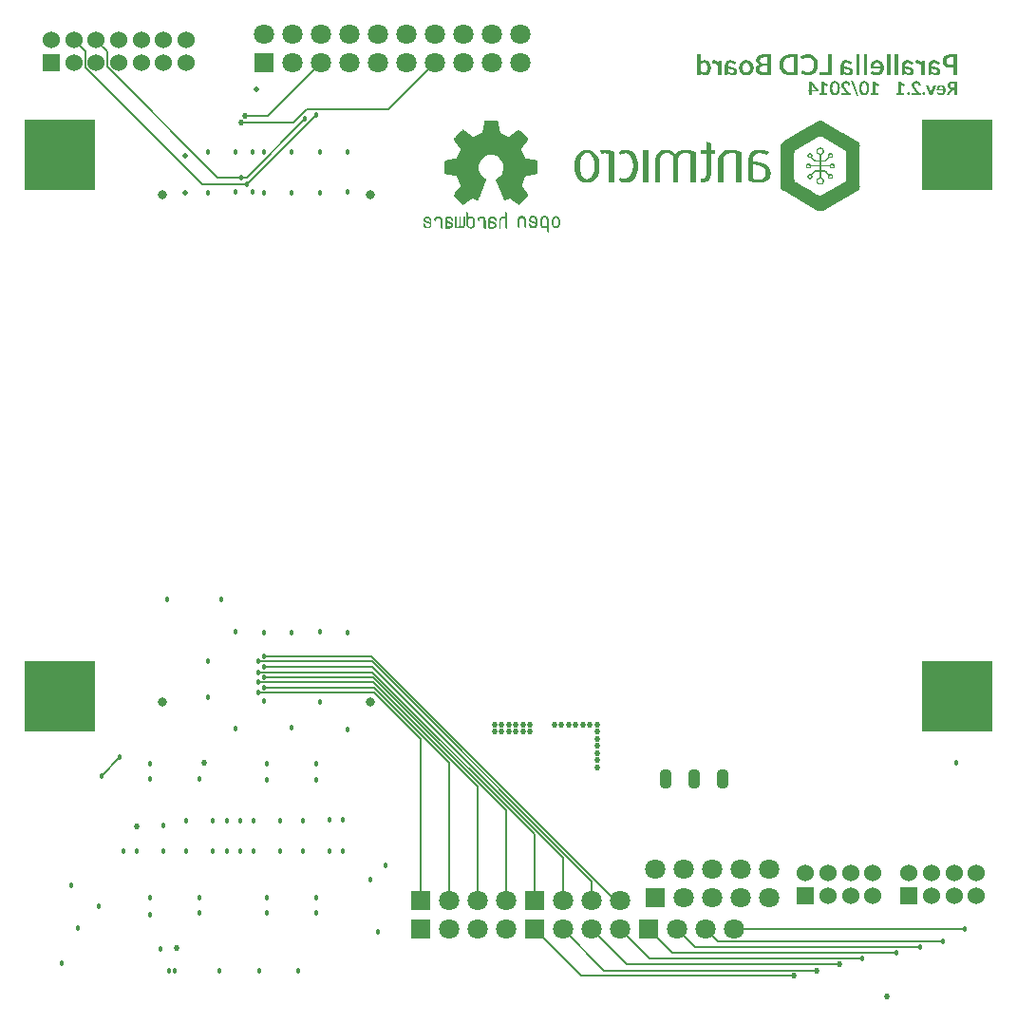
<source format=gbl>
%FSLAX25Y25*%
%MOIN*%
G70*
G01*
G75*
G04 Layer_Physical_Order=4*
G04 Layer_Color=16711680*
%ADD10R,0.03000X0.03000*%
%ADD11R,0.10039X0.08858*%
%ADD12R,0.03000X0.03000*%
%ADD13R,0.01102X0.07087*%
%ADD14R,0.01201X0.05701*%
%ADD15R,0.01673X0.01969*%
%ADD16R,0.00984X0.01969*%
%ADD17R,0.00984X0.04331*%
%ADD18R,0.06693X0.05906*%
%ADD19R,0.01575X0.01969*%
%ADD20C,0.01600*%
%ADD21C,0.01000*%
%ADD22C,0.00800*%
%ADD23C,0.01200*%
%ADD24C,0.03150*%
%ADD25C,0.07087*%
%ADD26R,0.07087X0.07087*%
%ADD27C,0.07087*%
%ADD28R,0.07087X0.07087*%
%ADD29R,0.25000X0.25000*%
%ADD30C,0.06000*%
%ADD31R,0.06000X0.06000*%
%ADD32O,0.04331X0.07087*%
%ADD33C,0.02047*%
%ADD34C,0.02000*%
%ADD35C,0.01800*%
%ADD36C,0.04000*%
%ADD37C,0.05600*%
G04:AMPARAMS|DCode=38|XSize=90.157mil|YSize=90.157mil|CornerRadius=0mil|HoleSize=0mil|Usage=FLASHONLY|Rotation=0.000|XOffset=0mil|YOffset=0mil|HoleType=Round|Shape=Relief|Width=10mil|Gap=15mil|Entries=4|*
%AMTHD38*
7,0,0,0.09016,0.06016,0.01000,45*
%
%ADD38THD38*%
%ADD39C,0.05616*%
%ADD40C,0.05616*%
%ADD41C,0.14100*%
G04:AMPARAMS|DCode=42|XSize=80mil|YSize=80mil|CornerRadius=0mil|HoleSize=0mil|Usage=FLASHONLY|Rotation=0.000|XOffset=0mil|YOffset=0mil|HoleType=Round|Shape=Relief|Width=10mil|Gap=15mil|Entries=4|*
%AMTHD42*
7,0,0,0.08000,0.05000,0.01000,45*
%
%ADD42THD42*%
%ADD43C,0.04600*%
%ADD44C,0.03962*%
G04:AMPARAMS|DCode=45|XSize=73.622mil|YSize=73.622mil|CornerRadius=0mil|HoleSize=0mil|Usage=FLASHONLY|Rotation=0.000|XOffset=0mil|YOffset=0mil|HoleType=Round|Shape=Relief|Width=10mil|Gap=15mil|Entries=4|*
%AMTHD45*
7,0,0,0.07362,0.04362,0.01000,45*
%
%ADD45THD45*%
%ADD46C,0.02387*%
%ADD47C,0.02191*%
G36*
X153347Y279871D02*
X153347Y279871D01*
X153346Y279871D01*
X153346Y279871D01*
X153347Y279871D01*
D02*
G37*
G36*
X304025Y333000D02*
X302791D01*
Y340433D01*
X304025D01*
Y333000D01*
D02*
G37*
G36*
X313657Y338222D02*
X313812Y338188D01*
X313957Y338144D01*
X314079Y338100D01*
X314179Y338044D01*
X314257Y338000D01*
X314301Y337966D01*
X314323Y337955D01*
X314457Y337844D01*
X314579Y337722D01*
X314690Y337599D01*
X314779Y337477D01*
X314857Y337366D01*
X314924Y337277D01*
X314957Y337222D01*
X314968Y337211D01*
Y337200D01*
X315046Y337822D01*
X315068Y337933D01*
X315101Y338000D01*
X315135Y338044D01*
X315146Y338055D01*
X315224Y338100D01*
X315312Y338122D01*
X315379Y338133D01*
X316135D01*
Y333000D01*
X314901D01*
Y336189D01*
X314824Y336333D01*
X314746Y336455D01*
X314668Y336566D01*
X314601Y336655D01*
X314535Y336722D01*
X314479Y336766D01*
X314446Y336800D01*
X314435Y336811D01*
X314323Y336889D01*
X314212Y336944D01*
X314101Y336977D01*
X314001Y337011D01*
X313913Y337022D01*
X313846Y337033D01*
X313779D01*
X313635Y337022D01*
X313524Y337011D01*
X313457Y337000D01*
X313435Y336988D01*
X313346Y336966D01*
X313279Y336955D01*
X313224D01*
X313168Y336966D01*
X313135Y336977D01*
X313113Y336988D01*
X313101D01*
X313068Y337033D01*
X313046Y337077D01*
X313024Y337111D01*
Y337122D01*
X312868Y338033D01*
X312968Y338100D01*
X313068Y338144D01*
X313168Y338188D01*
X313268Y338211D01*
X313357Y338222D01*
X313424Y338233D01*
X313490D01*
X313657Y338222D01*
D02*
G37*
G36*
X306735Y333000D02*
X305502D01*
Y340433D01*
X306735D01*
Y333000D01*
D02*
G37*
G36*
X141066Y279882D02*
X141066Y279882D01*
X141062Y279885D01*
X141066Y279882D01*
D02*
G37*
G36*
X295970Y333000D02*
X294737D01*
Y340433D01*
X295970D01*
Y333000D01*
D02*
G37*
G36*
X141067Y279881D02*
X141067Y279881D01*
X141067Y279881D01*
X141067Y279881D01*
X141066Y279881D01*
X141067Y279881D01*
X141067Y279881D01*
X141066Y279882D01*
X141067Y279881D01*
D02*
G37*
G36*
X141066Y279882D02*
X141066Y279881D01*
X141061Y279883D01*
X141066Y279882D01*
D02*
G37*
G36*
X153687Y279722D02*
X153687Y279721D01*
X153687Y279722D01*
X153687Y279722D01*
D02*
G37*
G36*
X141362Y279756D02*
X141362Y279755D01*
X141361Y279755D01*
X141362Y279754D01*
X141361Y279755D01*
X141361Y279755D01*
X141361Y279755D01*
X141361Y279755D01*
X141357Y279757D01*
X141362Y279756D01*
D02*
G37*
G36*
X175469Y279511D02*
X175470Y279511D01*
X175469Y279511D01*
X175469Y279511D01*
D02*
G37*
G36*
X152219Y279722D02*
X152218Y279721D01*
X152219Y279722D01*
X152219Y279722D01*
D02*
G37*
G36*
X327511Y333000D02*
X326167D01*
Y335544D01*
X325156D01*
X324900Y335555D01*
X324667Y335566D01*
X324456Y335600D01*
X324267Y335633D01*
X324123Y335655D01*
X324011Y335689D01*
X323978Y335700D01*
X323945D01*
X323934Y335711D01*
X323923D01*
X323734Y335789D01*
X323567Y335866D01*
X323423Y335944D01*
X323289Y336022D01*
X323189Y336089D01*
X323123Y336144D01*
X323067Y336189D01*
X323056Y336200D01*
X322934Y336322D01*
X322823Y336455D01*
X322734Y336577D01*
X322656Y336700D01*
X322601Y336800D01*
X322556Y336877D01*
X322534Y336933D01*
X322523Y336955D01*
X322467Y337122D01*
X322423Y337300D01*
X322389Y337455D01*
X322367Y337611D01*
X322356Y337733D01*
X322345Y337833D01*
Y337899D01*
Y337911D01*
Y337922D01*
X322356Y338111D01*
X322367Y338277D01*
X322400Y338433D01*
X322423Y338566D01*
X322456Y338688D01*
X322489Y338766D01*
X322500Y338822D01*
X322512Y338844D01*
X322578Y338999D01*
X322656Y339144D01*
X322745Y339266D01*
X322834Y339377D01*
X322901Y339455D01*
X322967Y339522D01*
X323012Y339566D01*
X323023Y339577D01*
X323156Y339688D01*
X323300Y339788D01*
X323456Y339866D01*
X323589Y339933D01*
X323711Y339988D01*
X323812Y340021D01*
X323878Y340044D01*
X323889Y340055D01*
X323900D01*
X324112Y340110D01*
X324323Y340155D01*
X324534Y340188D01*
X324723Y340210D01*
X324900Y340222D01*
X324967Y340233D01*
X327511D01*
Y333000D01*
D02*
G37*
G36*
X141874Y279808D02*
X141874Y279808D01*
X141874Y279808D01*
X141874Y279808D01*
D02*
G37*
G36*
X141355Y279757D02*
X141356Y279757D01*
X141357Y279757D01*
X141356Y279757D01*
X141361Y279755D01*
X141361Y279755D01*
X141356Y279757D01*
X141355Y279757D01*
X141355Y279757D01*
D02*
G37*
G36*
X141209Y279803D02*
X141209Y279803D01*
X141210Y279803D01*
X141209Y279803D01*
X141209Y279803D01*
X141209Y279803D01*
Y279803D01*
X141207Y279804D01*
X141209Y279803D01*
D02*
G37*
G36*
X144498Y281696D02*
X144498Y281696D01*
X144498Y281696D01*
X144498Y281696D01*
D02*
G37*
G36*
X159694D02*
X159694Y281696D01*
X159694Y281696D01*
X159693Y281696D01*
X159694Y281696D01*
D02*
G37*
G36*
X271528Y333000D02*
X268761D01*
X268461Y333011D01*
X268184Y333044D01*
X267928Y333078D01*
X267717Y333133D01*
X267528Y333178D01*
X267450Y333200D01*
X267395Y333211D01*
X267339Y333233D01*
X267306Y333244D01*
X267284Y333256D01*
X267273D01*
X267028Y333367D01*
X266806Y333489D01*
X266606Y333611D01*
X266439Y333733D01*
X266306Y333833D01*
X266206Y333922D01*
X266140Y333978D01*
X266117Y334000D01*
X265951Y334189D01*
X265795Y334389D01*
X265673Y334578D01*
X265562Y334755D01*
X265484Y334911D01*
X265417Y335033D01*
X265395Y335078D01*
X265384Y335111D01*
X265373Y335133D01*
Y335144D01*
X265284Y335400D01*
X265217Y335655D01*
X265173Y335900D01*
X265140Y336133D01*
X265117Y336322D01*
Y336411D01*
X265106Y336477D01*
Y336533D01*
Y336577D01*
Y336600D01*
Y336611D01*
X265117Y336900D01*
X265151Y337177D01*
X265195Y337422D01*
X265240Y337644D01*
X265284Y337822D01*
X265306Y337888D01*
X265328Y337955D01*
X265351Y338000D01*
X265362Y338033D01*
X265373Y338055D01*
Y338066D01*
X265484Y338311D01*
X265606Y338522D01*
X265728Y338722D01*
X265840Y338888D01*
X265951Y339022D01*
X266039Y339122D01*
X266095Y339188D01*
X266106Y339211D01*
X266117D01*
X266306Y339377D01*
X266495Y339533D01*
X266695Y339655D01*
X266873Y339766D01*
X267028Y339844D01*
X267162Y339910D01*
X267206Y339933D01*
X267239Y339944D01*
X267262Y339955D01*
X267273D01*
X267528Y340044D01*
X267795Y340110D01*
X268039Y340166D01*
X268273Y340199D01*
X268473Y340222D01*
X268550D01*
X268628Y340233D01*
X271528D01*
Y333000D01*
D02*
G37*
G36*
X142401Y280628D02*
X142401Y280628D01*
X142400Y280628D01*
X142400Y280628D01*
X142400Y280629D01*
X142401Y280628D01*
D02*
G37*
G36*
X159173Y282575D02*
D01*
X159174Y282575D01*
X159173Y282575D01*
D02*
G37*
G36*
X162972Y282583D02*
X162972Y282583D01*
X162972Y282583D01*
X162972Y282583D01*
D02*
G37*
G36*
X143975Y282569D02*
X143975Y282569D01*
X143976Y282571D01*
X143975Y282569D01*
D02*
G37*
G36*
X143977Y282575D02*
X143977Y282575D01*
X143976Y282571D01*
X143977Y282575D01*
X143977Y282575D01*
X143977Y282575D01*
X143977Y282575D01*
D02*
G37*
G36*
X154101Y280021D02*
X154100Y280021D01*
X154105Y280032D01*
X154101Y280021D01*
D02*
G37*
G36*
X153249Y280021D02*
X153250Y280022D01*
X153249Y280021D01*
X153249Y280021D01*
D01*
X153249Y280022D01*
X153249Y280022D01*
X153249Y280021D01*
D02*
G37*
G36*
X140934Y279989D02*
X140934Y279990D01*
X140935Y279991D01*
X140934Y279989D01*
D02*
G37*
G36*
X142146Y279993D02*
X142146Y279993D01*
X142146Y279994D01*
X142146Y279993D01*
D02*
G37*
G36*
X141823Y283397D02*
X142081Y283320D01*
X142318Y283191D01*
X142534Y283010D01*
X142713Y282792D01*
X142841Y282554D01*
X142917Y282294D01*
X142943Y282010D01*
Y280598D01*
X142917Y280314D01*
X142841Y280054D01*
X142713Y279815D01*
X142534Y279598D01*
X142318Y279417D01*
X142081Y279288D01*
X141823Y279211D01*
X141543Y279185D01*
X141265Y279210D01*
X141013Y279286D01*
X140786Y279412D01*
X140585Y279589D01*
X140248Y280083D01*
X140136Y280600D01*
Y280883D01*
X140679Y280640D01*
X140676Y280608D01*
X140679Y280602D01*
X140680Y280602D01*
X140744Y280275D01*
X140749Y280262D01*
X140749Y280263D01*
X140928Y279997D01*
X140930Y279991D01*
X140934Y279989D01*
X140934Y279989D01*
X140934Y279989D01*
X140935Y279990D01*
X141062Y279885D01*
X141062Y279885D01*
X141061Y279884D01*
X141062Y279885D01*
X141061Y279884D01*
X141061Y279884D01*
X141061Y279883D01*
X141061Y279884D01*
X141061Y279884D01*
X141061Y279884D01*
X141061Y279884D01*
X141061Y279884D01*
X141061Y279883D01*
X141061Y279883D01*
X141067Y279881D01*
X141067Y279881D01*
X141067Y279881D01*
X141067Y279881D01*
X141203Y279806D01*
X141203Y279805D01*
X141203Y279805D01*
X141203Y279805D01*
X141203Y279805D01*
X141203Y279805D01*
X141203Y279805D01*
X141203Y279805D01*
X141203Y279805D01*
X141204Y279805D01*
X141207Y279804D01*
X141204Y279805D01*
X141207Y279804D01*
X141207Y279804D01*
X141209Y279803D01*
X141204Y279805D01*
X141203Y279805D01*
X141209Y279803D01*
X141209Y279803D01*
X141210Y279802D01*
X141210Y279803D01*
X141355Y279757D01*
X141355Y279757D01*
X141356Y279757D01*
X141356Y279757D01*
X141355Y279757D01*
X141361Y279755D01*
X141362Y279755D01*
X141362Y279754D01*
X141362Y279756D01*
X141517Y279741D01*
X141517Y279739D01*
X141521Y279738D01*
X141527Y279740D01*
X141527Y279741D01*
X141861Y279802D01*
X141874Y279808D01*
Y279808D01*
X141875Y279808D01*
X141874Y279809D01*
X142145Y279993D01*
X142146Y279993D01*
D01*
X142152Y279996D01*
X142155Y280003D01*
X142154Y280003D01*
X142335Y280280D01*
X142341Y280293D01*
X142340Y280293D01*
X142341Y280293D01*
X142341Y280293D01*
X142341Y280293D01*
X142341Y280293D01*
X142340Y280293D01*
X142401Y280628D01*
X142401Y280628D01*
X142401Y280628D01*
X142403Y280634D01*
X142392Y280660D01*
X142381Y280665D01*
Y280665D01*
X142380Y280665D01*
Y280665D01*
X140136Y281671D01*
Y282010D01*
X140162Y282302D01*
X140239Y282565D01*
X140368Y282801D01*
X140548Y283008D01*
X141016Y283319D01*
X141545Y283422D01*
X141823Y283397D01*
D02*
G37*
G36*
X283393Y333000D02*
X279149D01*
Y334111D01*
X282049D01*
Y340233D01*
X283393D01*
Y333000D01*
D02*
G37*
G36*
X293259D02*
X292026D01*
Y340433D01*
X293259D01*
Y333000D01*
D02*
G37*
G36*
X181279Y280153D02*
X181279Y280153D01*
X181279Y280152D01*
X181279Y280153D01*
X181279Y280153D01*
X181279Y280153D01*
X181279Y280153D01*
D02*
G37*
G36*
X173205Y279511D02*
X173205Y279510D01*
X173205Y279511D01*
X173205Y279511D01*
D02*
G37*
G36*
X315875Y326947D02*
X315941Y326932D01*
X315986Y326918D01*
X315993Y326910D01*
X316000D01*
X316060Y326881D01*
X316111Y326844D01*
X316141Y326821D01*
X316156Y326807D01*
X316200Y326755D01*
X316237Y326703D01*
X316259Y326659D01*
X316267Y326651D01*
Y326644D01*
X316289Y326577D01*
X316296Y326518D01*
X316304Y326466D01*
Y326459D01*
Y326451D01*
X316296Y326370D01*
X316282Y326311D01*
X316274Y326266D01*
X316267Y326259D01*
Y326252D01*
X316230Y326192D01*
X316193Y326141D01*
X316163Y326111D01*
X316156Y326096D01*
X316104Y326052D01*
X316052Y326022D01*
X316015Y326000D01*
X316008Y325993D01*
X316000D01*
X315926Y325970D01*
X315860Y325963D01*
X315830Y325956D01*
X315793D01*
X315719Y325963D01*
X315660Y325978D01*
X315616Y325985D01*
X315608Y325993D01*
X315601D01*
X315534Y326022D01*
X315482Y326059D01*
X315453Y326089D01*
X315438Y326096D01*
X315394Y326148D01*
X315364Y326200D01*
X315342Y326237D01*
X315334Y326244D01*
Y326252D01*
X315305Y326318D01*
X315297Y326385D01*
X315290Y326437D01*
Y326444D01*
Y326451D01*
X315297Y326525D01*
X315312Y326585D01*
X315327Y326629D01*
X315334Y326636D01*
Y326644D01*
X315364Y326710D01*
X315401Y326762D01*
X315423Y326792D01*
X315438Y326807D01*
X315490Y326851D01*
X315542Y326881D01*
X315586Y326903D01*
X315593Y326910D01*
X315601D01*
X315667Y326940D01*
X315727Y326947D01*
X315778Y326955D01*
X315793D01*
X315875Y326947D01*
D02*
G37*
G36*
X278697Y327769D02*
X278616Y327354D01*
X278601Y327302D01*
X278571Y327258D01*
X278549Y327228D01*
X278542Y327221D01*
X278490Y327199D01*
X278438Y327184D01*
X278401Y327177D01*
X276359D01*
Y326000D01*
X275641D01*
Y327177D01*
X275204D01*
X275145Y327184D01*
X275108Y327199D01*
X275086Y327214D01*
X275078Y327221D01*
X275049Y327258D01*
X275041Y327295D01*
X275034Y327325D01*
Y327332D01*
Y327813D01*
X275641D01*
Y330817D01*
X276418D01*
X278697Y327769D01*
D02*
G37*
G36*
X295014Y330862D02*
X295140Y330847D01*
X295258Y330817D01*
X295369Y330795D01*
X295451Y330766D01*
X295517Y330736D01*
X295562Y330721D01*
X295569Y330714D01*
X295576D01*
X295695Y330655D01*
X295798Y330581D01*
X295895Y330507D01*
X295976Y330433D01*
X296043Y330366D01*
X296087Y330314D01*
X296124Y330277D01*
X296131Y330262D01*
X296213Y330144D01*
X296287Y330018D01*
X296353Y329892D01*
X296405Y329774D01*
X296450Y329663D01*
X296479Y329582D01*
X296487Y329545D01*
X296494Y329522D01*
X296501Y329508D01*
Y329500D01*
X296546Y329323D01*
X296575Y329130D01*
X296605Y328953D01*
X296620Y328775D01*
Y328701D01*
X296627Y328627D01*
Y328568D01*
X296635Y328509D01*
Y328464D01*
Y328435D01*
Y328412D01*
Y328405D01*
X296627Y328176D01*
X296612Y327968D01*
X296590Y327783D01*
X296568Y327621D01*
X296553Y327554D01*
X296546Y327487D01*
X296531Y327436D01*
X296524Y327391D01*
X296516Y327354D01*
X296509Y327332D01*
X296501Y327317D01*
Y327310D01*
X296450Y327140D01*
X296390Y326992D01*
X296324Y326858D01*
X296265Y326747D01*
X296213Y326659D01*
X296168Y326592D01*
X296139Y326555D01*
X296131Y326540D01*
X296043Y326437D01*
X295946Y326348D01*
X295850Y326266D01*
X295761Y326207D01*
X295687Y326155D01*
X295628Y326126D01*
X295591Y326104D01*
X295576Y326096D01*
X295451Y326044D01*
X295332Y326007D01*
X295214Y325985D01*
X295103Y325970D01*
X295007Y325956D01*
X294940Y325948D01*
X294873D01*
X294740Y325956D01*
X294607Y325970D01*
X294489Y325993D01*
X294385Y326022D01*
X294304Y326052D01*
X294237Y326074D01*
X294193Y326089D01*
X294178Y326096D01*
X294059Y326155D01*
X293956Y326229D01*
X293860Y326303D01*
X293771Y326377D01*
X293704Y326437D01*
X293660Y326488D01*
X293623Y326525D01*
X293615Y326540D01*
X293527Y326659D01*
X293453Y326792D01*
X293386Y326918D01*
X293334Y327036D01*
X293290Y327147D01*
X293260Y327236D01*
X293253Y327265D01*
X293245Y327288D01*
X293238Y327302D01*
Y327310D01*
X293194Y327487D01*
X293164Y327680D01*
X293134Y327865D01*
X293120Y328035D01*
X293112Y328109D01*
Y328183D01*
Y328242D01*
X293105Y328301D01*
Y328346D01*
Y328375D01*
Y328398D01*
Y328405D01*
X293112Y328634D01*
X293127Y328842D01*
X293149Y329027D01*
X293171Y329189D01*
X293186Y329256D01*
X293194Y329323D01*
X293208Y329374D01*
X293216Y329419D01*
X293223Y329456D01*
X293231Y329478D01*
X293238Y329493D01*
Y329500D01*
X293290Y329670D01*
X293356Y329818D01*
X293416Y329944D01*
X293475Y330055D01*
X293534Y330144D01*
X293578Y330211D01*
X293608Y330248D01*
X293615Y330262D01*
X293704Y330366D01*
X293800Y330462D01*
X293897Y330536D01*
X293985Y330603D01*
X294059Y330655D01*
X294126Y330684D01*
X294163Y330706D01*
X294170Y330714D01*
X294178D01*
X294304Y330766D01*
X294422Y330803D01*
X294540Y330832D01*
X294644Y330847D01*
X294740Y330862D01*
X294807Y330869D01*
X294873D01*
X295014Y330862D01*
D02*
G37*
G36*
X310510Y326947D02*
X310576Y326932D01*
X310621Y326918D01*
X310628Y326910D01*
X310635D01*
X310695Y326881D01*
X310746Y326844D01*
X310776Y326821D01*
X310791Y326807D01*
X310835Y326755D01*
X310872Y326703D01*
X310894Y326659D01*
X310902Y326651D01*
Y326644D01*
X310924Y326577D01*
X310931Y326518D01*
X310939Y326466D01*
Y326459D01*
Y326451D01*
X310931Y326370D01*
X310917Y326311D01*
X310909Y326266D01*
X310902Y326259D01*
Y326252D01*
X310865Y326192D01*
X310828Y326141D01*
X310798Y326111D01*
X310791Y326096D01*
X310739Y326052D01*
X310687Y326022D01*
X310650Y326000D01*
X310643Y325993D01*
X310635D01*
X310561Y325970D01*
X310495Y325963D01*
X310465Y325956D01*
X310428D01*
X310354Y325963D01*
X310295Y325978D01*
X310251Y325985D01*
X310243Y325993D01*
X310236D01*
X310169Y326022D01*
X310117Y326059D01*
X310088Y326089D01*
X310073Y326096D01*
X310029Y326148D01*
X309999Y326200D01*
X309977Y326237D01*
X309969Y326244D01*
Y326252D01*
X309940Y326318D01*
X309932Y326385D01*
X309925Y326437D01*
Y326444D01*
Y326451D01*
X309932Y326525D01*
X309947Y326585D01*
X309962Y326629D01*
X309969Y326636D01*
Y326644D01*
X309999Y326710D01*
X310036Y326762D01*
X310058Y326792D01*
X310073Y326807D01*
X310125Y326851D01*
X310177Y326881D01*
X310221Y326903D01*
X310228Y326910D01*
X310236D01*
X310302Y326940D01*
X310362Y326947D01*
X310413Y326955D01*
X310428D01*
X310510Y326947D01*
D02*
G37*
G36*
X318694Y326000D02*
X317947D01*
X316592Y329419D01*
X317236D01*
X317295Y329411D01*
X317340Y329397D01*
X317377Y329382D01*
X317384Y329374D01*
X317421Y329337D01*
X317443Y329300D01*
X317458Y329278D01*
X317466Y329263D01*
X318139Y327436D01*
X318183Y327317D01*
X318198Y327265D01*
X318213Y327214D01*
X318228Y327177D01*
X318235Y327147D01*
X318243Y327125D01*
Y327117D01*
X318265Y327006D01*
X318287Y326910D01*
X318294Y326873D01*
X318302Y326844D01*
X318309Y326821D01*
Y326814D01*
X318331Y326925D01*
X318354Y327021D01*
X318361Y327066D01*
X318368Y327095D01*
X318376Y327110D01*
Y327117D01*
X318405Y327236D01*
X318435Y327332D01*
X318450Y327376D01*
X318465Y327406D01*
X318472Y327428D01*
Y327436D01*
X319131Y329263D01*
X319153Y329308D01*
X319182Y329345D01*
X319212Y329367D01*
X319219Y329374D01*
X319264Y329404D01*
X319316Y329411D01*
X319353Y329419D01*
X320048D01*
X318694Y326000D01*
D02*
G37*
G36*
X282086Y329559D02*
X281827Y329212D01*
X281805Y329189D01*
X281783Y329167D01*
X281761Y329152D01*
X281753Y329145D01*
X281709Y329130D01*
X281664Y329123D01*
X281598D01*
X281568Y329130D01*
X281539D01*
X281509Y329145D01*
X281479Y329160D01*
X281457Y329175D01*
X281450Y329182D01*
X280754Y329752D01*
X280762Y329626D01*
Y329567D01*
X280769Y329515D01*
Y329471D01*
Y329441D01*
Y329419D01*
Y329411D01*
Y326614D01*
X281738D01*
Y326000D01*
X279074D01*
Y326614D01*
X279940D01*
Y330817D01*
X280621D01*
X282086Y329559D01*
D02*
G37*
G36*
X327507Y326000D02*
X326612D01*
Y327880D01*
X326227D01*
X326138Y327872D01*
X326079Y327865D01*
X326042Y327850D01*
X326027Y327843D01*
X325976Y327806D01*
X325939Y327769D01*
X325909Y327732D01*
X325902Y327724D01*
Y327717D01*
X324888Y326170D01*
X324843Y326118D01*
X324792Y326074D01*
X324762Y326052D01*
X324747Y326044D01*
X324681Y326022D01*
X324621Y326007D01*
X324570Y326000D01*
X323748D01*
X324954Y327776D01*
X324999Y327843D01*
X325051Y327894D01*
X325095Y327939D01*
X325139Y327983D01*
X325184Y328013D01*
X325213Y328035D01*
X325236Y328042D01*
X325243Y328050D01*
X325154Y328079D01*
X325065Y328116D01*
X324991Y328153D01*
X324925Y328190D01*
X324866Y328220D01*
X324829Y328242D01*
X324799Y328257D01*
X324792Y328264D01*
X324718Y328316D01*
X324658Y328368D01*
X324599Y328420D01*
X324547Y328472D01*
X324510Y328509D01*
X324481Y328546D01*
X324466Y328568D01*
X324459Y328575D01*
X324370Y328708D01*
X324340Y328775D01*
X324311Y328842D01*
X324288Y328893D01*
X324274Y328930D01*
X324259Y328960D01*
Y328967D01*
X324214Y329130D01*
X324200Y329204D01*
X324192Y329278D01*
X324185Y329337D01*
Y329382D01*
Y329419D01*
Y329426D01*
X324192Y329537D01*
X324200Y329641D01*
X324214Y329737D01*
X324237Y329818D01*
X324259Y329885D01*
X324274Y329937D01*
X324281Y329966D01*
X324288Y329981D01*
X324333Y330077D01*
X324385Y330159D01*
X324436Y330233D01*
X324496Y330299D01*
X324540Y330351D01*
X324584Y330396D01*
X324614Y330418D01*
X324621Y330425D01*
X324710Y330492D01*
X324806Y330551D01*
X324903Y330595D01*
X324991Y330640D01*
X325073Y330669D01*
X325139Y330692D01*
X325184Y330706D01*
X325191Y330714D01*
X325199D01*
X325332Y330751D01*
X325472Y330773D01*
X325613Y330795D01*
X325746Y330803D01*
X325865Y330810D01*
X325909Y330817D01*
X327507D01*
Y326000D01*
D02*
G37*
G36*
X321943Y329463D02*
X322068Y329448D01*
X322187Y329426D01*
X322290Y329404D01*
X322372Y329374D01*
X322438Y329352D01*
X322475Y329337D01*
X322490Y329330D01*
X322601Y329278D01*
X322697Y329219D01*
X322786Y329160D01*
X322860Y329101D01*
X322927Y329049D01*
X322971Y329004D01*
X323001Y328975D01*
X323008Y328967D01*
X323082Y328879D01*
X323149Y328790D01*
X323208Y328701D01*
X323252Y328620D01*
X323289Y328546D01*
X323312Y328486D01*
X323326Y328449D01*
X323334Y328435D01*
X323371Y328316D01*
X323400Y328198D01*
X323415Y328087D01*
X323430Y327991D01*
X323437Y327902D01*
X323445Y327835D01*
Y327791D01*
Y327783D01*
Y327776D01*
X323437Y327613D01*
X323423Y327465D01*
X323408Y327325D01*
X323378Y327214D01*
X323356Y327117D01*
X323341Y327043D01*
X323326Y326999D01*
X323319Y326992D01*
Y326984D01*
X323267Y326858D01*
X323208Y326747D01*
X323149Y326651D01*
X323090Y326570D01*
X323038Y326503D01*
X323001Y326451D01*
X322971Y326414D01*
X322964Y326407D01*
X322875Y326326D01*
X322786Y326259D01*
X322697Y326200D01*
X322609Y326148D01*
X322542Y326111D01*
X322483Y326081D01*
X322446Y326067D01*
X322431Y326059D01*
X322313Y326022D01*
X322194Y325993D01*
X322083Y325978D01*
X321980Y325963D01*
X321891Y325956D01*
X321824Y325948D01*
X321765D01*
X321632Y325956D01*
X321573D01*
X321513Y325963D01*
X321462Y325970D01*
X321425D01*
X321402Y325978D01*
X321395D01*
X321254Y326000D01*
X321188Y326015D01*
X321136Y326030D01*
X321084Y326037D01*
X321047Y326052D01*
X321025Y326059D01*
X321018D01*
X320884Y326118D01*
X320825Y326148D01*
X320773Y326170D01*
X320729Y326200D01*
X320692Y326222D01*
X320670Y326229D01*
X320662Y326237D01*
X320544Y326326D01*
X320492Y326370D01*
X320448Y326414D01*
X320411Y326451D01*
X320381Y326481D01*
X320366Y326496D01*
X320359Y326503D01*
X320596Y326807D01*
X320618Y326829D01*
X320640Y326844D01*
X320655Y326858D01*
X320662D01*
X320685Y326873D01*
X320714Y326881D01*
X320744D01*
X320803Y326873D01*
X320855Y326858D01*
X320892Y326836D01*
X320899Y326829D01*
X320907D01*
X320973Y326792D01*
X321032Y326762D01*
X321077Y326733D01*
X321092Y326725D01*
X321099D01*
X321180Y326688D01*
X321262Y326659D01*
X321299Y326644D01*
X321328Y326636D01*
X321343Y326629D01*
X321351D01*
X321462Y326607D01*
X321573Y326592D01*
X321617Y326585D01*
X321691D01*
X321839Y326592D01*
X321965Y326622D01*
X322076Y326659D01*
X322172Y326710D01*
X322246Y326755D01*
X322298Y326792D01*
X322327Y326821D01*
X322342Y326829D01*
X322424Y326932D01*
X322490Y327051D01*
X322535Y327184D01*
X322572Y327310D01*
X322601Y327428D01*
X322609Y327473D01*
X322616Y327517D01*
Y327554D01*
X322623Y327584D01*
Y327598D01*
Y327606D01*
X320477D01*
X320448Y327613D01*
X320433Y327621D01*
X320426D01*
X320381Y327650D01*
X320374Y327658D01*
X320366Y327665D01*
X320352Y327695D01*
X320344Y327724D01*
X320337Y327754D01*
Y327761D01*
X320329Y327813D01*
X320322Y327865D01*
Y327902D01*
Y327909D01*
Y327917D01*
X320329Y328050D01*
X320337Y328176D01*
X320359Y328287D01*
X320374Y328383D01*
X320396Y328464D01*
X320418Y328523D01*
X320426Y328560D01*
X320433Y328575D01*
X320477Y328679D01*
X320529Y328775D01*
X320581Y328856D01*
X320633Y328930D01*
X320677Y328982D01*
X320714Y329027D01*
X320736Y329056D01*
X320744Y329064D01*
X320818Y329138D01*
X320899Y329197D01*
X320973Y329249D01*
X321047Y329293D01*
X321114Y329323D01*
X321166Y329345D01*
X321195Y329360D01*
X321210Y329367D01*
X321314Y329404D01*
X321417Y329426D01*
X321521Y329448D01*
X321610Y329456D01*
X321684Y329463D01*
X321750Y329471D01*
X321802D01*
X321943Y329463D01*
D02*
G37*
G36*
X248097Y338222D02*
X248319Y338199D01*
X248530Y338155D01*
X248730Y338100D01*
X248919Y338044D01*
X249086Y337977D01*
X249252Y337899D01*
X249397Y337822D01*
X249530Y337744D01*
X249652Y337666D01*
X249752Y337599D01*
X249841Y337544D01*
X249908Y337488D01*
X249952Y337444D01*
X249986Y337422D01*
X249997Y337411D01*
X249774Y337022D01*
X249730Y336955D01*
X249686Y336900D01*
X249641Y336866D01*
X249630Y336855D01*
X249563Y336822D01*
X249486Y336800D01*
X249441Y336789D01*
X249419D01*
X249308Y336800D01*
X249219Y336822D01*
X249163Y336844D01*
X249141Y336855D01*
X249052Y336911D01*
X248963Y336966D01*
X248897Y337011D01*
X248886Y337022D01*
X248874D01*
X248752Y337088D01*
X248641Y337133D01*
X248586Y337155D01*
X248552Y337166D01*
X248530Y337177D01*
X248519D01*
X248352Y337222D01*
X248197Y337244D01*
X248119Y337255D01*
X248019D01*
X247875Y337244D01*
X247752Y337211D01*
X247641Y337177D01*
X247552Y337133D01*
X247486Y337077D01*
X247441Y337044D01*
X247408Y337011D01*
X247397Y337000D01*
X247319Y336900D01*
X247264Y336777D01*
X247230Y336655D01*
X247197Y336522D01*
X247186Y336411D01*
X247175Y336322D01*
Y336255D01*
Y336244D01*
Y336233D01*
Y335933D01*
X247486Y335922D01*
X247763Y335911D01*
X248019Y335889D01*
X248230Y335855D01*
X248319Y335844D01*
X248408Y335822D01*
X248475Y335811D01*
X248530Y335800D01*
X248575Y335789D01*
X248608D01*
X248630Y335777D01*
X248641D01*
X248852Y335722D01*
X249041Y335655D01*
X249197Y335589D01*
X249330Y335522D01*
X249441Y335466D01*
X249519Y335433D01*
X249563Y335400D01*
X249586Y335389D01*
X249708Y335300D01*
X249819Y335211D01*
X249908Y335133D01*
X249974Y335055D01*
X250030Y334978D01*
X250063Y334922D01*
X250085Y334889D01*
X250097Y334878D01*
X250141Y334778D01*
X250174Y334678D01*
X250208Y334578D01*
X250219Y334489D01*
X250230Y334422D01*
X250241Y334355D01*
Y334322D01*
Y334311D01*
Y334189D01*
X250219Y334067D01*
X250208Y333967D01*
X250185Y333878D01*
X250163Y333800D01*
X250152Y333744D01*
X250130Y333711D01*
Y333700D01*
X250041Y333522D01*
X249986Y333455D01*
X249941Y333389D01*
X249897Y333333D01*
X249863Y333300D01*
X249841Y333278D01*
X249830Y333267D01*
X249674Y333155D01*
X249519Y333067D01*
X249452Y333033D01*
X249397Y333022D01*
X249363Y333000D01*
X249352D01*
X249141Y332956D01*
X249041Y332944D01*
X248952Y332933D01*
X248863Y332922D01*
X248752D01*
X248552Y332933D01*
X248475D01*
X248397Y332944D01*
X248341Y332956D01*
X248286D01*
X248264Y332967D01*
X248252D01*
X248097Y333011D01*
X247952Y333055D01*
X247908Y333067D01*
X247864Y333089D01*
X247841Y333100D01*
X247830D01*
X247686Y333178D01*
X247564Y333244D01*
X247508Y333278D01*
X247475Y333300D01*
X247452Y333322D01*
X247441D01*
X247297Y333422D01*
X247175Y333522D01*
X247130Y333567D01*
X247086Y333600D01*
X247064Y333611D01*
X247053Y333622D01*
X246941Y333267D01*
X246897Y333167D01*
X246852Y333089D01*
X246808Y333055D01*
X246797Y333044D01*
X246708Y333022D01*
X246619Y333011D01*
X246552Y333000D01*
X245964D01*
Y336244D01*
Y336400D01*
X245986Y336555D01*
X246008Y336688D01*
X246030Y336811D01*
X246053Y336911D01*
X246075Y336977D01*
X246086Y337033D01*
X246097Y337044D01*
X246153Y337177D01*
X246208Y337300D01*
X246264Y337400D01*
X246330Y337488D01*
X246375Y337566D01*
X246419Y337622D01*
X246453Y337655D01*
X246464Y337666D01*
X246564Y337766D01*
X246664Y337844D01*
X246764Y337911D01*
X246852Y337977D01*
X246941Y338022D01*
X247008Y338055D01*
X247053Y338066D01*
X247064Y338077D01*
X247197Y338133D01*
X247341Y338166D01*
X247475Y338199D01*
X247597Y338211D01*
X247708Y338222D01*
X247786Y338233D01*
X247864D01*
X248097Y338222D01*
D02*
G37*
G36*
X288737D02*
X288959Y338199D01*
X289171Y338155D01*
X289370Y338100D01*
X289559Y338044D01*
X289726Y337977D01*
X289893Y337899D01*
X290037Y337822D01*
X290170Y337744D01*
X290293Y337666D01*
X290393Y337599D01*
X290481Y337544D01*
X290548Y337488D01*
X290593Y337444D01*
X290626Y337422D01*
X290637Y337411D01*
X290415Y337022D01*
X290370Y336955D01*
X290326Y336900D01*
X290282Y336866D01*
X290270Y336855D01*
X290204Y336822D01*
X290126Y336800D01*
X290082Y336789D01*
X290059D01*
X289948Y336800D01*
X289859Y336822D01*
X289804Y336844D01*
X289782Y336855D01*
X289693Y336911D01*
X289604Y336966D01*
X289537Y337011D01*
X289526Y337022D01*
X289515D01*
X289393Y337088D01*
X289282Y337133D01*
X289226Y337155D01*
X289193Y337166D01*
X289171Y337177D01*
X289159D01*
X288993Y337222D01*
X288837Y337244D01*
X288759Y337255D01*
X288659D01*
X288515Y337244D01*
X288393Y337211D01*
X288282Y337177D01*
X288193Y337133D01*
X288126Y337077D01*
X288082Y337044D01*
X288048Y337011D01*
X288037Y337000D01*
X287960Y336900D01*
X287904Y336777D01*
X287871Y336655D01*
X287837Y336522D01*
X287826Y336411D01*
X287815Y336322D01*
Y336255D01*
Y336244D01*
Y336233D01*
Y335933D01*
X288126Y335922D01*
X288404Y335911D01*
X288659Y335889D01*
X288871Y335855D01*
X288959Y335844D01*
X289048Y335822D01*
X289115Y335811D01*
X289171Y335800D01*
X289215Y335789D01*
X289248D01*
X289270Y335777D01*
X289282D01*
X289493Y335722D01*
X289682Y335655D01*
X289837Y335589D01*
X289970Y335522D01*
X290082Y335466D01*
X290159Y335433D01*
X290204Y335400D01*
X290226Y335389D01*
X290348Y335300D01*
X290459Y335211D01*
X290548Y335133D01*
X290615Y335055D01*
X290670Y334978D01*
X290704Y334922D01*
X290726Y334889D01*
X290737Y334878D01*
X290781Y334778D01*
X290815Y334678D01*
X290848Y334578D01*
X290859Y334489D01*
X290870Y334422D01*
X290881Y334355D01*
Y334322D01*
Y334311D01*
Y334189D01*
X290859Y334067D01*
X290848Y333967D01*
X290826Y333878D01*
X290804Y333800D01*
X290793Y333744D01*
X290770Y333711D01*
Y333700D01*
X290682Y333522D01*
X290626Y333455D01*
X290581Y333389D01*
X290537Y333333D01*
X290504Y333300D01*
X290481Y333278D01*
X290470Y333267D01*
X290315Y333155D01*
X290159Y333067D01*
X290093Y333033D01*
X290037Y333022D01*
X290004Y333000D01*
X289993D01*
X289782Y332956D01*
X289682Y332944D01*
X289593Y332933D01*
X289504Y332922D01*
X289393D01*
X289193Y332933D01*
X289115D01*
X289037Y332944D01*
X288982Y332956D01*
X288926D01*
X288904Y332967D01*
X288893D01*
X288737Y333011D01*
X288593Y333055D01*
X288548Y333067D01*
X288504Y333089D01*
X288482Y333100D01*
X288471D01*
X288326Y333178D01*
X288204Y333244D01*
X288148Y333278D01*
X288115Y333300D01*
X288093Y333322D01*
X288082D01*
X287937Y333422D01*
X287815Y333522D01*
X287771Y333567D01*
X287726Y333600D01*
X287704Y333611D01*
X287693Y333622D01*
X287582Y333267D01*
X287537Y333167D01*
X287493Y333089D01*
X287449Y333055D01*
X287437Y333044D01*
X287349Y333022D01*
X287260Y333011D01*
X287193Y333000D01*
X286604D01*
Y336244D01*
Y336400D01*
X286626Y336555D01*
X286649Y336688D01*
X286671Y336811D01*
X286693Y336911D01*
X286715Y336977D01*
X286726Y337033D01*
X286737Y337044D01*
X286793Y337177D01*
X286848Y337300D01*
X286904Y337400D01*
X286971Y337488D01*
X287015Y337566D01*
X287060Y337622D01*
X287093Y337655D01*
X287104Y337666D01*
X287204Y337766D01*
X287304Y337844D01*
X287404Y337911D01*
X287493Y337977D01*
X287582Y338022D01*
X287648Y338055D01*
X287693Y338066D01*
X287704Y338077D01*
X287837Y338133D01*
X287982Y338166D01*
X288115Y338199D01*
X288237Y338211D01*
X288348Y338222D01*
X288426Y338233D01*
X288504D01*
X288737Y338222D01*
D02*
G37*
G36*
X299481Y338199D02*
X299670Y338177D01*
X299847Y338144D01*
X300003Y338111D01*
X300125Y338066D01*
X300225Y338033D01*
X300280Y338011D01*
X300303Y338000D01*
X300469Y337922D01*
X300614Y337833D01*
X300747Y337744D01*
X300858Y337655D01*
X300958Y337577D01*
X301025Y337511D01*
X301069Y337466D01*
X301080Y337455D01*
X301191Y337322D01*
X301291Y337189D01*
X301380Y337055D01*
X301447Y336933D01*
X301503Y336822D01*
X301536Y336733D01*
X301558Y336677D01*
X301569Y336655D01*
X301625Y336477D01*
X301669Y336300D01*
X301692Y336133D01*
X301714Y335989D01*
X301725Y335855D01*
X301736Y335755D01*
Y335689D01*
Y335678D01*
Y335666D01*
X301725Y335422D01*
X301703Y335200D01*
X301680Y334989D01*
X301636Y334822D01*
X301603Y334678D01*
X301580Y334566D01*
X301558Y334500D01*
X301547Y334489D01*
Y334478D01*
X301469Y334289D01*
X301380Y334122D01*
X301291Y333978D01*
X301203Y333856D01*
X301125Y333755D01*
X301069Y333678D01*
X301025Y333622D01*
X301014Y333611D01*
X300880Y333489D01*
X300747Y333389D01*
X300614Y333300D01*
X300481Y333222D01*
X300380Y333167D01*
X300292Y333122D01*
X300236Y333100D01*
X300214Y333089D01*
X300036Y333033D01*
X299858Y332989D01*
X299692Y332967D01*
X299536Y332944D01*
X299403Y332933D01*
X299303Y332922D01*
X299214D01*
X299014Y332933D01*
X298925D01*
X298836Y332944D01*
X298758Y332956D01*
X298703D01*
X298670Y332967D01*
X298658D01*
X298447Y333000D01*
X298347Y333022D01*
X298270Y333044D01*
X298192Y333055D01*
X298136Y333078D01*
X298103Y333089D01*
X298092D01*
X297892Y333178D01*
X297803Y333222D01*
X297725Y333256D01*
X297658Y333300D01*
X297603Y333333D01*
X297570Y333344D01*
X297559Y333355D01*
X297381Y333489D01*
X297303Y333556D01*
X297236Y333622D01*
X297181Y333678D01*
X297136Y333722D01*
X297114Y333744D01*
X297103Y333755D01*
X297459Y334211D01*
X297492Y334244D01*
X297525Y334266D01*
X297547Y334289D01*
X297559D01*
X297592Y334311D01*
X297636Y334322D01*
X297681D01*
X297770Y334311D01*
X297847Y334289D01*
X297903Y334255D01*
X297914Y334244D01*
X297925D01*
X298025Y334189D01*
X298114Y334144D01*
X298181Y334100D01*
X298203Y334089D01*
X298214D01*
X298336Y334033D01*
X298459Y333989D01*
X298514Y333967D01*
X298558Y333956D01*
X298581Y333944D01*
X298592D01*
X298758Y333911D01*
X298925Y333889D01*
X298992Y333878D01*
X299103D01*
X299325Y333889D01*
X299514Y333933D01*
X299681Y333989D01*
X299825Y334067D01*
X299936Y334133D01*
X300014Y334189D01*
X300058Y334233D01*
X300080Y334244D01*
X300203Y334400D01*
X300303Y334578D01*
X300369Y334778D01*
X300425Y334966D01*
X300469Y335144D01*
X300481Y335211D01*
X300492Y335278D01*
Y335333D01*
X300503Y335378D01*
Y335400D01*
Y335411D01*
X297281D01*
X297236Y335422D01*
X297214Y335433D01*
X297203D01*
X297136Y335477D01*
X297125Y335489D01*
X297114Y335500D01*
X297092Y335544D01*
X297081Y335589D01*
X297070Y335633D01*
Y335644D01*
X297059Y335722D01*
X297047Y335800D01*
Y335855D01*
Y335866D01*
Y335877D01*
X297059Y336077D01*
X297070Y336266D01*
X297103Y336433D01*
X297125Y336577D01*
X297159Y336700D01*
X297192Y336789D01*
X297203Y336844D01*
X297214Y336866D01*
X297281Y337022D01*
X297359Y337166D01*
X297436Y337288D01*
X297514Y337400D01*
X297581Y337477D01*
X297636Y337544D01*
X297670Y337588D01*
X297681Y337599D01*
X297792Y337711D01*
X297914Y337800D01*
X298025Y337877D01*
X298136Y337944D01*
X298236Y337988D01*
X298314Y338022D01*
X298358Y338044D01*
X298381Y338055D01*
X298536Y338111D01*
X298692Y338144D01*
X298847Y338177D01*
X298981Y338188D01*
X299092Y338199D01*
X299192Y338211D01*
X299270D01*
X299481Y338199D01*
D02*
G37*
G36*
X275239Y340299D02*
X275516Y340266D01*
X275783Y340222D01*
X276005Y340177D01*
X276105Y340144D01*
X276183Y340122D01*
X276261Y340099D01*
X276327Y340077D01*
X276383Y340055D01*
X276416Y340044D01*
X276438Y340033D01*
X276449D01*
X276694Y339921D01*
X276916Y339799D01*
X277116Y339666D01*
X277283Y339544D01*
X277427Y339433D01*
X277527Y339344D01*
X277594Y339288D01*
X277605Y339277D01*
X277616Y339266D01*
X277794Y339077D01*
X277938Y338877D01*
X278072Y338677D01*
X278183Y338499D01*
X278272Y338344D01*
X278327Y338211D01*
X278349Y338166D01*
X278372Y338133D01*
X278383Y338111D01*
Y338100D01*
X278472Y337844D01*
X278538Y337577D01*
X278583Y337333D01*
X278616Y337100D01*
X278638Y336900D01*
Y336822D01*
X278649Y336744D01*
Y336688D01*
Y336644D01*
Y336622D01*
Y336611D01*
X278638Y336322D01*
X278616Y336044D01*
X278572Y335789D01*
X278527Y335566D01*
X278483Y335378D01*
X278461Y335311D01*
X278438Y335244D01*
X278427Y335189D01*
X278416Y335155D01*
X278405Y335133D01*
Y335122D01*
X278305Y334878D01*
X278194Y334655D01*
X278072Y334455D01*
X277960Y334289D01*
X277860Y334144D01*
X277783Y334044D01*
X277727Y333978D01*
X277705Y333967D01*
Y333956D01*
X277527Y333778D01*
X277338Y333633D01*
X277161Y333500D01*
X276983Y333389D01*
X276827Y333300D01*
X276716Y333244D01*
X276672Y333222D01*
X276638Y333200D01*
X276616Y333189D01*
X276605D01*
X276361Y333100D01*
X276105Y333033D01*
X275861Y332989D01*
X275639Y332956D01*
X275450Y332933D01*
X275361D01*
X275294Y332922D01*
X275161D01*
X274839Y332933D01*
X274539Y332967D01*
X274272Y333011D01*
X274050Y333067D01*
X273950Y333089D01*
X273872Y333122D01*
X273794Y333144D01*
X273728Y333167D01*
X273683Y333189D01*
X273650Y333200D01*
X273628Y333211D01*
X273617D01*
X273383Y333333D01*
X273172Y333467D01*
X272994Y333600D01*
X272839Y333733D01*
X272706Y333856D01*
X272617Y333956D01*
X272561Y334022D01*
X272539Y334033D01*
Y334044D01*
X273061Y334622D01*
X273128Y334666D01*
X273183Y334689D01*
X273228Y334700D01*
X273294D01*
X273339Y334689D01*
X273361Y334678D01*
X273372D01*
X273450Y334633D01*
X273472Y334622D01*
X273483Y334611D01*
X273605Y334511D01*
X273716Y334422D01*
X273750Y334400D01*
X273783Y334378D01*
X273805Y334355D01*
X273816D01*
X273939Y334289D01*
X274061Y334233D01*
X274105Y334211D01*
X274139Y334200D01*
X274161Y334189D01*
X274172D01*
X274305Y334144D01*
X274439Y334111D01*
X274494Y334100D01*
X274539D01*
X274572Y334089D01*
X274583D01*
X274750Y334078D01*
X274905Y334067D01*
X275072D01*
X275239Y334078D01*
X275405Y334089D01*
X275550Y334122D01*
X275683Y334155D01*
X275783Y334178D01*
X275872Y334211D01*
X275916Y334222D01*
X275939Y334233D01*
X276083Y334311D01*
X276216Y334389D01*
X276339Y334467D01*
X276438Y334555D01*
X276527Y334622D01*
X276583Y334678D01*
X276627Y334722D01*
X276638Y334733D01*
X276738Y334855D01*
X276827Y334989D01*
X276916Y335122D01*
X276983Y335244D01*
X277038Y335355D01*
X277072Y335444D01*
X277094Y335500D01*
X277105Y335522D01*
X277161Y335711D01*
X277205Y335889D01*
X277227Y336077D01*
X277250Y336244D01*
X277261Y336388D01*
X277272Y336511D01*
Y336555D01*
Y336589D01*
Y336600D01*
Y336611D01*
X277261Y336822D01*
X277250Y337022D01*
X277216Y337200D01*
X277183Y337355D01*
X277161Y337488D01*
X277127Y337588D01*
X277116Y337644D01*
X277105Y337666D01*
X277027Y337844D01*
X276950Y338000D01*
X276872Y338133D01*
X276794Y338255D01*
X276727Y338344D01*
X276672Y338422D01*
X276627Y338466D01*
X276616Y338477D01*
X276494Y338599D01*
X276372Y338699D01*
X276250Y338788D01*
X276127Y338855D01*
X276027Y338911D01*
X275950Y338955D01*
X275905Y338977D01*
X275883Y338988D01*
X275716Y339044D01*
X275550Y339088D01*
X275394Y339122D01*
X275250Y339144D01*
X275128Y339155D01*
X275039Y339166D01*
X274794D01*
X274650Y339155D01*
X274528Y339133D01*
X274416Y339122D01*
X274339Y339099D01*
X274272Y339077D01*
X274239Y339066D01*
X274228D01*
X274039Y338999D01*
X273961Y338966D01*
X273894Y338933D01*
X273839Y338911D01*
X273794Y338888D01*
X273772Y338866D01*
X273761D01*
X273639Y338799D01*
X273539Y338733D01*
X273483Y338688D01*
X273461Y338677D01*
X273372Y338622D01*
X273294Y338599D01*
X273239Y338588D01*
X273217D01*
X273139Y338599D01*
X273094Y338611D01*
X273061Y338622D01*
X273050Y338633D01*
X273006Y338666D01*
X272972Y338710D01*
X272961Y338733D01*
X272950Y338744D01*
X272494Y339366D01*
X272661Y339522D01*
X272839Y339655D01*
X273017Y339766D01*
X273172Y339866D01*
X273317Y339944D01*
X273428Y339999D01*
X273472Y340021D01*
X273505Y340033D01*
X273517Y340044D01*
X273528D01*
X273761Y340133D01*
X274005Y340199D01*
X274239Y340244D01*
X274461Y340277D01*
X274650Y340299D01*
X274728D01*
X274805Y340310D01*
X274939D01*
X275239Y340299D01*
D02*
G37*
G36*
X290737Y330928D02*
X290818Y330906D01*
X290848Y330891D01*
X290870Y330884D01*
X290885Y330869D01*
X290892D01*
X290959Y330803D01*
X291011Y330736D01*
X291033Y330706D01*
X291040Y330677D01*
X291055Y330662D01*
Y330655D01*
X292994Y325682D01*
X292653D01*
X292602Y325689D01*
X292565Y325697D01*
X292535Y325704D01*
X292520D01*
X292476Y325726D01*
X292431Y325741D01*
X292402Y325756D01*
X292394Y325763D01*
X292350Y325793D01*
X292320Y325822D01*
X292298Y325852D01*
X292291Y325859D01*
X292254Y325904D01*
X292232Y325948D01*
X292217Y325978D01*
X292209Y325993D01*
X290285Y330943D01*
X290633D01*
X290737Y330928D01*
D02*
G37*
G36*
X284713Y330862D02*
X284839Y330847D01*
X284957Y330817D01*
X285068Y330795D01*
X285150Y330766D01*
X285216Y330736D01*
X285261Y330721D01*
X285268Y330714D01*
X285276D01*
X285394Y330655D01*
X285498Y330581D01*
X285594Y330507D01*
X285675Y330433D01*
X285742Y330366D01*
X285786Y330314D01*
X285823Y330277D01*
X285831Y330262D01*
X285912Y330144D01*
X285986Y330018D01*
X286053Y329892D01*
X286104Y329774D01*
X286149Y329663D01*
X286178Y329582D01*
X286186Y329545D01*
X286193Y329522D01*
X286201Y329508D01*
Y329500D01*
X286245Y329323D01*
X286275Y329130D01*
X286304Y328953D01*
X286319Y328775D01*
Y328701D01*
X286326Y328627D01*
Y328568D01*
X286334Y328509D01*
Y328464D01*
Y328435D01*
Y328412D01*
Y328405D01*
X286326Y328176D01*
X286312Y327968D01*
X286289Y327783D01*
X286267Y327621D01*
X286252Y327554D01*
X286245Y327487D01*
X286230Y327436D01*
X286223Y327391D01*
X286215Y327354D01*
X286208Y327332D01*
X286201Y327317D01*
Y327310D01*
X286149Y327140D01*
X286090Y326992D01*
X286023Y326858D01*
X285964Y326747D01*
X285912Y326659D01*
X285868Y326592D01*
X285838Y326555D01*
X285831Y326540D01*
X285742Y326437D01*
X285646Y326348D01*
X285549Y326266D01*
X285461Y326207D01*
X285387Y326155D01*
X285327Y326126D01*
X285290Y326104D01*
X285276Y326096D01*
X285150Y326044D01*
X285031Y326007D01*
X284913Y325985D01*
X284802Y325970D01*
X284706Y325956D01*
X284639Y325948D01*
X284573D01*
X284439Y325956D01*
X284306Y325970D01*
X284188Y325993D01*
X284084Y326022D01*
X284003Y326052D01*
X283936Y326074D01*
X283892Y326089D01*
X283877Y326096D01*
X283759Y326155D01*
X283655Y326229D01*
X283559Y326303D01*
X283470Y326377D01*
X283403Y326437D01*
X283359Y326488D01*
X283322Y326525D01*
X283315Y326540D01*
X283226Y326659D01*
X283152Y326792D01*
X283085Y326918D01*
X283033Y327036D01*
X282989Y327147D01*
X282959Y327236D01*
X282952Y327265D01*
X282945Y327288D01*
X282937Y327302D01*
Y327310D01*
X282893Y327487D01*
X282863Y327680D01*
X282834Y327865D01*
X282819Y328035D01*
X282811Y328109D01*
Y328183D01*
Y328242D01*
X282804Y328301D01*
Y328346D01*
Y328375D01*
Y328398D01*
Y328405D01*
X282811Y328634D01*
X282826Y328842D01*
X282848Y329027D01*
X282871Y329189D01*
X282885Y329256D01*
X282893Y329323D01*
X282908Y329374D01*
X282915Y329419D01*
X282922Y329456D01*
X282930Y329478D01*
X282937Y329493D01*
Y329500D01*
X282989Y329670D01*
X283056Y329818D01*
X283115Y329944D01*
X283174Y330055D01*
X283233Y330144D01*
X283278Y330211D01*
X283307Y330248D01*
X283315Y330262D01*
X283403Y330366D01*
X283500Y330462D01*
X283596Y330536D01*
X283685Y330603D01*
X283759Y330655D01*
X283825Y330684D01*
X283862Y330706D01*
X283870Y330714D01*
X283877D01*
X284003Y330766D01*
X284121Y330803D01*
X284240Y330832D01*
X284343Y330847D01*
X284439Y330862D01*
X284506Y330869D01*
X284573D01*
X284713Y330862D01*
D02*
G37*
G36*
X310157Y338222D02*
X310380Y338199D01*
X310591Y338155D01*
X310791Y338100D01*
X310979Y338044D01*
X311146Y337977D01*
X311313Y337899D01*
X311457Y337822D01*
X311591Y337744D01*
X311713Y337666D01*
X311813Y337599D01*
X311902Y337544D01*
X311968Y337488D01*
X312013Y337444D01*
X312046Y337422D01*
X312057Y337411D01*
X311835Y337022D01*
X311790Y336955D01*
X311746Y336900D01*
X311702Y336866D01*
X311690Y336855D01*
X311624Y336822D01*
X311546Y336800D01*
X311502Y336789D01*
X311479D01*
X311368Y336800D01*
X311279Y336822D01*
X311224Y336844D01*
X311202Y336855D01*
X311113Y336911D01*
X311024Y336966D01*
X310957Y337011D01*
X310946Y337022D01*
X310935D01*
X310813Y337088D01*
X310702Y337133D01*
X310646Y337155D01*
X310613Y337166D01*
X310591Y337177D01*
X310579D01*
X310413Y337222D01*
X310257Y337244D01*
X310179Y337255D01*
X310080D01*
X309935Y337244D01*
X309813Y337211D01*
X309702Y337177D01*
X309613Y337133D01*
X309546Y337077D01*
X309502Y337044D01*
X309469Y337011D01*
X309457Y337000D01*
X309380Y336900D01*
X309324Y336777D01*
X309291Y336655D01*
X309257Y336522D01*
X309246Y336411D01*
X309235Y336322D01*
Y336255D01*
Y336244D01*
Y336233D01*
Y335933D01*
X309546Y335922D01*
X309824Y335911D01*
X310080Y335889D01*
X310291Y335855D01*
X310380Y335844D01*
X310468Y335822D01*
X310535Y335811D01*
X310591Y335800D01*
X310635Y335789D01*
X310668D01*
X310691Y335777D01*
X310702D01*
X310913Y335722D01*
X311102Y335655D01*
X311257Y335589D01*
X311390Y335522D01*
X311502Y335466D01*
X311579Y335433D01*
X311624Y335400D01*
X311646Y335389D01*
X311768Y335300D01*
X311879Y335211D01*
X311968Y335133D01*
X312035Y335055D01*
X312090Y334978D01*
X312124Y334922D01*
X312146Y334889D01*
X312157Y334878D01*
X312201Y334778D01*
X312235Y334678D01*
X312268Y334578D01*
X312279Y334489D01*
X312290Y334422D01*
X312301Y334355D01*
Y334322D01*
Y334311D01*
Y334189D01*
X312279Y334067D01*
X312268Y333967D01*
X312246Y333878D01*
X312224Y333800D01*
X312213Y333744D01*
X312190Y333711D01*
Y333700D01*
X312102Y333522D01*
X312046Y333455D01*
X312001Y333389D01*
X311957Y333333D01*
X311924Y333300D01*
X311902Y333278D01*
X311891Y333267D01*
X311735Y333155D01*
X311579Y333067D01*
X311513Y333033D01*
X311457Y333022D01*
X311424Y333000D01*
X311413D01*
X311202Y332956D01*
X311102Y332944D01*
X311013Y332933D01*
X310924Y332922D01*
X310813D01*
X310613Y332933D01*
X310535D01*
X310457Y332944D01*
X310402Y332956D01*
X310346D01*
X310324Y332967D01*
X310313D01*
X310157Y333011D01*
X310013Y333055D01*
X309968Y333067D01*
X309924Y333089D01*
X309902Y333100D01*
X309891D01*
X309746Y333178D01*
X309624Y333244D01*
X309569Y333278D01*
X309535Y333300D01*
X309513Y333322D01*
X309502D01*
X309357Y333422D01*
X309235Y333522D01*
X309191Y333567D01*
X309146Y333600D01*
X309124Y333611D01*
X309113Y333622D01*
X309002Y333267D01*
X308957Y333167D01*
X308913Y333089D01*
X308869Y333055D01*
X308857Y333044D01*
X308769Y333022D01*
X308680Y333011D01*
X308613Y333000D01*
X308024D01*
Y336244D01*
Y336400D01*
X308046Y336555D01*
X308069Y336688D01*
X308091Y336811D01*
X308113Y336911D01*
X308135Y336977D01*
X308146Y337033D01*
X308157Y337044D01*
X308213Y337177D01*
X308269Y337300D01*
X308324Y337400D01*
X308391Y337488D01*
X308435Y337566D01*
X308480Y337622D01*
X308513Y337655D01*
X308524Y337666D01*
X308624Y337766D01*
X308724Y337844D01*
X308824Y337911D01*
X308913Y337977D01*
X309002Y338022D01*
X309068Y338055D01*
X309113Y338066D01*
X309124Y338077D01*
X309257Y338133D01*
X309402Y338166D01*
X309535Y338199D01*
X309657Y338211D01*
X309768Y338222D01*
X309846Y338233D01*
X309924D01*
X310157Y338222D01*
D02*
G37*
G36*
X319479D02*
X319701Y338199D01*
X319912Y338155D01*
X320112Y338100D01*
X320301Y338044D01*
X320467Y337977D01*
X320634Y337899D01*
X320778Y337822D01*
X320912Y337744D01*
X321034Y337666D01*
X321134Y337599D01*
X321223Y337544D01*
X321289Y337488D01*
X321334Y337444D01*
X321367Y337422D01*
X321378Y337411D01*
X321156Y337022D01*
X321112Y336955D01*
X321067Y336900D01*
X321023Y336866D01*
X321012Y336855D01*
X320945Y336822D01*
X320867Y336800D01*
X320823Y336789D01*
X320801D01*
X320690Y336800D01*
X320601Y336822D01*
X320545Y336844D01*
X320523Y336855D01*
X320434Y336911D01*
X320345Y336966D01*
X320279Y337011D01*
X320267Y337022D01*
X320256D01*
X320134Y337088D01*
X320023Y337133D01*
X319967Y337155D01*
X319934Y337166D01*
X319912Y337177D01*
X319901D01*
X319734Y337222D01*
X319579Y337244D01*
X319501Y337255D01*
X319401D01*
X319256Y337244D01*
X319134Y337211D01*
X319023Y337177D01*
X318934Y337133D01*
X318867Y337077D01*
X318823Y337044D01*
X318790Y337011D01*
X318779Y337000D01*
X318701Y336900D01*
X318645Y336777D01*
X318612Y336655D01*
X318579Y336522D01*
X318568Y336411D01*
X318556Y336322D01*
Y336255D01*
Y336244D01*
Y336233D01*
Y335933D01*
X318867Y335922D01*
X319145Y335911D01*
X319401Y335889D01*
X319612Y335855D01*
X319701Y335844D01*
X319790Y335822D01*
X319856Y335811D01*
X319912Y335800D01*
X319956Y335789D01*
X319990D01*
X320012Y335777D01*
X320023D01*
X320234Y335722D01*
X320423Y335655D01*
X320579Y335589D01*
X320712Y335522D01*
X320823Y335466D01*
X320901Y335433D01*
X320945Y335400D01*
X320967Y335389D01*
X321090Y335300D01*
X321201Y335211D01*
X321289Y335133D01*
X321356Y335055D01*
X321412Y334978D01*
X321445Y334922D01*
X321467Y334889D01*
X321478Y334878D01*
X321523Y334778D01*
X321556Y334678D01*
X321589Y334578D01*
X321601Y334489D01*
X321612Y334422D01*
X321623Y334355D01*
Y334322D01*
Y334311D01*
Y334189D01*
X321601Y334067D01*
X321589Y333967D01*
X321567Y333878D01*
X321545Y333800D01*
X321534Y333744D01*
X321512Y333711D01*
Y333700D01*
X321423Y333522D01*
X321367Y333455D01*
X321323Y333389D01*
X321278Y333333D01*
X321245Y333300D01*
X321223Y333278D01*
X321212Y333267D01*
X321056Y333155D01*
X320901Y333067D01*
X320834Y333033D01*
X320778Y333022D01*
X320745Y333000D01*
X320734D01*
X320523Y332956D01*
X320423Y332944D01*
X320334Y332933D01*
X320245Y332922D01*
X320134D01*
X319934Y332933D01*
X319856D01*
X319778Y332944D01*
X319723Y332956D01*
X319668D01*
X319645Y332967D01*
X319634D01*
X319479Y333011D01*
X319334Y333055D01*
X319290Y333067D01*
X319245Y333089D01*
X319223Y333100D01*
X319212D01*
X319068Y333178D01*
X318945Y333244D01*
X318890Y333278D01*
X318856Y333300D01*
X318834Y333322D01*
X318823D01*
X318679Y333422D01*
X318556Y333522D01*
X318512Y333567D01*
X318468Y333600D01*
X318445Y333611D01*
X318434Y333622D01*
X318323Y333267D01*
X318279Y333167D01*
X318234Y333089D01*
X318190Y333055D01*
X318179Y333044D01*
X318090Y333022D01*
X318001Y333011D01*
X317934Y333000D01*
X317345D01*
Y336244D01*
Y336400D01*
X317368Y336555D01*
X317390Y336688D01*
X317412Y336811D01*
X317434Y336911D01*
X317457Y336977D01*
X317468Y337033D01*
X317479Y337044D01*
X317534Y337177D01*
X317590Y337300D01*
X317645Y337400D01*
X317712Y337488D01*
X317757Y337566D01*
X317801Y337622D01*
X317834Y337655D01*
X317845Y337666D01*
X317945Y337766D01*
X318045Y337844D01*
X318145Y337911D01*
X318234Y337977D01*
X318323Y338022D01*
X318390Y338055D01*
X318434Y338066D01*
X318445Y338077D01*
X318579Y338133D01*
X318723Y338166D01*
X318856Y338199D01*
X318979Y338211D01*
X319090Y338222D01*
X319167Y338233D01*
X319245D01*
X319479Y338222D01*
D02*
G37*
G36*
X182351Y279264D02*
X182350Y279264D01*
X182351Y279265D01*
X182351Y279264D01*
D02*
G37*
G36*
X178943Y279264D02*
X178943Y279264D01*
X178943Y279265D01*
X178943Y279264D01*
D02*
G37*
G36*
X151740Y283166D02*
X151741Y280216D01*
X151741Y280216D01*
X151741Y280216D01*
X151744Y280216D01*
X151741Y280216D01*
X151743Y280210D01*
X151744Y280210D01*
X151776Y280032D01*
X151781Y280020D01*
X151782Y280020D01*
X151878Y279871D01*
X151881Y279864D01*
X151887Y279861D01*
X151887Y279862D01*
X152028Y279761D01*
X152041Y279755D01*
X152041Y279756D01*
X152205Y279721D01*
X152212Y279719D01*
X152218Y279721D01*
X152218Y279721D01*
X152219Y279722D01*
X152219Y279722D01*
X152378Y279755D01*
X152379Y279755D01*
Y279755D01*
X152379Y279755D01*
X152379Y279756D01*
X152379Y279755D01*
X152392Y279761D01*
X152392Y279762D01*
X152530Y279862D01*
X152535Y279864D01*
X152538Y279871D01*
X152538Y279872D01*
X152632Y280020D01*
X152637Y280032D01*
X152637Y280032D01*
X152669Y280210D01*
X152672Y280216D01*
X152672Y280216D01*
X152669Y280216D01*
X152665Y283405D01*
X153208Y283166D01*
X153209Y280216D01*
X153210Y280214D01*
X153210Y280214D01*
X153212Y280214D01*
X153210Y280214D01*
X153210Y280214D01*
X153209Y280212D01*
X153209D01*
X153211Y280206D01*
X153212Y280206D01*
X153212Y280206D01*
X153211Y280206D01*
X153211Y280206D01*
X153212Y280206D01*
X153212Y280206D01*
X153244Y280034D01*
X153244Y280033D01*
X153244Y280033D01*
X153244Y280033D01*
X153245Y280034D01*
X153245Y280033D01*
X153245Y280033D01*
X153244Y280033D01*
Y280033D01*
X153244D01*
X153248Y280024D01*
X153244Y280033D01*
X153245Y280033D01*
X153249Y280022D01*
X153248Y280024D01*
X153249Y280022D01*
X153249Y280021D01*
X153249Y280021D01*
X153250Y280021D01*
X153347Y279872D01*
X153346Y279871D01*
X153346Y279871D01*
X153347Y279871D01*
X153347Y279871D01*
X153347Y279871D01*
X153348Y279869D01*
X153352Y279864D01*
X153350Y279868D01*
X153348Y279869D01*
X153347Y279871D01*
X153347Y279872D01*
X153347Y279871D01*
X153347Y279871D01*
X153350Y279868D01*
X153355Y279863D01*
X153355Y279862D01*
X153352Y279864D01*
X153354Y279862D01*
X153354Y279862D01*
X153355Y279862D01*
X153355Y279862D01*
X153354Y279862D01*
X153354Y279862D01*
X153355Y279861D01*
X153356Y279862D01*
X153494Y279762D01*
X153494Y279761D01*
X153494Y279761D01*
X153494Y279761D01*
X153507Y279755D01*
X153507Y279756D01*
X153673Y279721D01*
X153680Y279719D01*
X153687Y279721D01*
X153687Y279721D01*
X153687Y279722D01*
X153687Y279722D01*
X153847Y279756D01*
X153847Y279755D01*
X153848Y279755D01*
X153848Y279755D01*
X153847Y279755D01*
X153848Y279755D01*
X153848Y279755D01*
X153848Y279755D01*
X153860Y279761D01*
X153860Y279761D01*
X153861Y279761D01*
X153860Y279762D01*
X153861Y279761D01*
X153860Y279761D01*
X153860Y279761D01*
X153848Y279755D01*
X153847Y279756D01*
X153847Y279756D01*
X153847Y279756D01*
X153860Y279762D01*
X153860Y279762D01*
X153860Y279762D01*
X153997Y279862D01*
X153998Y279862D01*
X153998Y279862D01*
X153998Y279862D01*
X153998Y279862D01*
X153998Y279862D01*
X153998Y279862D01*
X153998Y279862D01*
X153998Y279862D01*
D01*
X153998Y279862D01*
X153998Y279862D01*
X153997Y279862D01*
X153997Y279862D01*
X153997Y279863D01*
X154006Y279872D01*
X154100Y280020D01*
X154100Y280020D01*
X154100Y280020D01*
X154100Y280020D01*
X154100Y280020D01*
X154100Y280020D01*
X154101Y280021D01*
X154101Y280020D01*
X154100Y280020D01*
X154100Y280020D01*
X154101Y280021D01*
D01*
X154105Y280032D01*
X154105D01*
D01*
X154105Y280032D01*
X154105Y280032D01*
X154105Y280032D01*
X154106Y280032D01*
X154105Y280032D01*
X154105D01*
X154106Y280033D01*
X154105Y280033D01*
X154136Y280210D01*
X154136Y280210D01*
X154136Y280210D01*
X154136Y280210D01*
X154136Y280210D01*
X154136Y280210D01*
X154137Y280210D01*
X154137Y280210D01*
X154136Y280210D01*
X154137Y280210D01*
X154137Y280210D01*
X154137Y280210D01*
X154139Y280216D01*
X154139Y280216D01*
X154137D01*
X154133Y283405D01*
X154676Y283166D01*
Y280204D01*
X154603Y279803D01*
X154391Y279475D01*
X154074Y279258D01*
X153672Y279185D01*
X153289Y279258D01*
X152959Y279480D01*
X152940Y279487D01*
X152921Y279479D01*
X152921Y279479D01*
X152921Y279479D01*
X152599Y279258D01*
X152205Y279185D01*
X151818Y279260D01*
X151493Y279483D01*
X151271Y279810D01*
X151197Y280200D01*
Y283405D01*
X151740Y283166D01*
D02*
G37*
G36*
X176079Y279242D02*
X176079Y279242D01*
X176080Y279241D01*
X176079Y279242D01*
X176079Y279242D01*
X176079Y279242D01*
X176079Y279242D01*
D02*
G37*
G36*
X177854Y279479D02*
X177853Y279479D01*
X177855Y279480D01*
X177854Y279479D01*
D02*
G37*
G36*
X177855Y279480D02*
X177855D01*
X177855Y279481D01*
X177855Y279480D01*
D02*
G37*
G36*
X178943Y279265D02*
D01*
X178943Y279265D01*
X178943Y279265D01*
D02*
G37*
G36*
X186922Y283518D02*
X187180Y283441D01*
X187417Y283312D01*
X187632Y283131D01*
X187812Y282913D01*
X187940Y282675D01*
X188016Y282415D01*
X188042Y282130D01*
Y280719D01*
X188016Y280435D01*
X187940Y280175D01*
X187812Y279936D01*
X187632Y279719D01*
X187417Y279538D01*
X187180Y279409D01*
X186922Y279332D01*
X186642Y279306D01*
X186362Y279332D01*
X186103Y279409D01*
X185865Y279538D01*
X185648Y279719D01*
X185467Y279936D01*
X185338Y280175D01*
X185260Y280435D01*
X185234Y280719D01*
Y282130D01*
X185260Y282414D01*
X185338Y282675D01*
X185467Y282913D01*
X185648Y283131D01*
X185865Y283312D01*
X186103Y283441D01*
X186362Y283518D01*
X186642Y283544D01*
X186922Y283518D01*
D02*
G37*
G36*
X288591Y330854D02*
X288687Y330840D01*
X288783Y330825D01*
X288857Y330810D01*
X288909Y330795D01*
X288946Y330788D01*
X288961Y330780D01*
X289057Y330743D01*
X289153Y330699D01*
X289235Y330655D01*
X289309Y330618D01*
X289368Y330573D01*
X289412Y330544D01*
X289442Y330521D01*
X289449Y330514D01*
X289523Y330447D01*
X289597Y330373D01*
X289656Y330299D01*
X289708Y330225D01*
X289753Y330166D01*
X289782Y330114D01*
X289804Y330085D01*
X289812Y330070D01*
X289856Y329974D01*
X289901Y329870D01*
X289930Y329767D01*
X289960Y329670D01*
X289975Y329589D01*
X289989Y329530D01*
X289997Y329485D01*
Y329478D01*
Y329471D01*
X289568Y329389D01*
X289523Y329382D01*
X289457D01*
X289383Y329389D01*
X289323Y329411D01*
X289286Y329426D01*
X289272Y329434D01*
X289220Y329485D01*
X289190Y329552D01*
X289168Y329596D01*
X289161Y329611D01*
Y329619D01*
X289131Y329707D01*
X289087Y329789D01*
X289042Y329855D01*
X288998Y329915D01*
X288961Y329959D01*
X288924Y329989D01*
X288902Y330011D01*
X288894Y330018D01*
X288820Y330070D01*
X288739Y330107D01*
X288657Y330137D01*
X288576Y330151D01*
X288509Y330166D01*
X288458Y330174D01*
X288406D01*
X288295Y330166D01*
X288243Y330159D01*
X288199Y330151D01*
X288169Y330137D01*
X288139Y330129D01*
X288125Y330122D01*
X288117D01*
X288028Y330085D01*
X287962Y330040D01*
X287932Y330018D01*
X287910Y330003D01*
X287903Y329996D01*
X287895Y329989D01*
X287836Y329915D01*
X287792Y329848D01*
X287777Y329811D01*
X287762Y329789D01*
X287755Y329774D01*
Y329767D01*
X287725Y329663D01*
X287710Y329567D01*
X287703Y329530D01*
Y329493D01*
Y329471D01*
Y329463D01*
X287710Y329330D01*
X287718Y329271D01*
X287725Y329212D01*
X287740Y329167D01*
X287747Y329130D01*
X287755Y329108D01*
Y329101D01*
X287799Y328975D01*
X287821Y328916D01*
X287851Y328864D01*
X287866Y328827D01*
X287888Y328790D01*
X287895Y328768D01*
X287903Y328760D01*
X287984Y328642D01*
X288021Y328583D01*
X288058Y328531D01*
X288095Y328486D01*
X288125Y328457D01*
X288139Y328435D01*
X288147Y328427D01*
X288258Y328301D01*
X288317Y328242D01*
X288361Y328183D01*
X288406Y328139D01*
X288443Y328102D01*
X288465Y328079D01*
X288472Y328072D01*
X289938Y326607D01*
X289989Y326548D01*
X290019Y326496D01*
X290041Y326459D01*
X290049Y326451D01*
Y326444D01*
X290071Y326377D01*
X290078Y326326D01*
X290086Y326281D01*
Y326274D01*
Y326266D01*
Y326000D01*
X286778D01*
Y326488D01*
Y326533D01*
X286793Y326570D01*
X286815Y326636D01*
X286844Y326673D01*
X286852Y326688D01*
X286859D01*
X286889Y326718D01*
X286926Y326733D01*
X286992Y326762D01*
X287022D01*
X287044Y326770D01*
X288302D01*
X288406Y326762D01*
X288502Y326755D01*
X288539Y326747D01*
X288569D01*
X288591Y326740D01*
X288598D01*
X288709Y326718D01*
X288813Y326696D01*
X288850Y326681D01*
X288879Y326673D01*
X288902Y326666D01*
X288909D01*
X287829Y327776D01*
X287688Y327924D01*
X287621Y327991D01*
X287570Y328050D01*
X287525Y328094D01*
X287488Y328139D01*
X287466Y328161D01*
X287459Y328168D01*
X287333Y328309D01*
X287281Y328383D01*
X287237Y328442D01*
X287200Y328494D01*
X287170Y328531D01*
X287155Y328560D01*
X287148Y328568D01*
X287059Y328723D01*
X287022Y328797D01*
X286992Y328864D01*
X286970Y328916D01*
X286955Y328960D01*
X286941Y328990D01*
Y328997D01*
X286911Y329086D01*
X286896Y329175D01*
X286881Y329256D01*
X286867Y329330D01*
Y329397D01*
X286859Y329448D01*
Y329478D01*
Y329493D01*
X286867Y329604D01*
X286874Y329715D01*
X286896Y329811D01*
X286911Y329892D01*
X286933Y329959D01*
X286955Y330011D01*
X286963Y330040D01*
X286970Y330055D01*
X287015Y330144D01*
X287066Y330225D01*
X287118Y330299D01*
X287170Y330366D01*
X287214Y330418D01*
X287251Y330455D01*
X287274Y330477D01*
X287281Y330484D01*
X287355Y330551D01*
X287436Y330610D01*
X287518Y330655D01*
X287592Y330692D01*
X287658Y330729D01*
X287710Y330751D01*
X287740Y330758D01*
X287755Y330766D01*
X287858Y330803D01*
X287962Y330825D01*
X288065Y330847D01*
X288162Y330854D01*
X288243Y330862D01*
X288302Y330869D01*
X288480D01*
X288591Y330854D01*
D02*
G37*
G36*
X313270D02*
X313366Y330840D01*
X313462Y330825D01*
X313536Y330810D01*
X313588Y330795D01*
X313625Y330788D01*
X313640Y330780D01*
X313736Y330743D01*
X313832Y330699D01*
X313914Y330655D01*
X313988Y330618D01*
X314047Y330573D01*
X314091Y330544D01*
X314121Y330521D01*
X314128Y330514D01*
X314202Y330447D01*
X314276Y330373D01*
X314335Y330299D01*
X314387Y330225D01*
X314432Y330166D01*
X314461Y330114D01*
X314483Y330085D01*
X314491Y330070D01*
X314535Y329974D01*
X314580Y329870D01*
X314609Y329767D01*
X314639Y329670D01*
X314654Y329589D01*
X314668Y329530D01*
X314676Y329485D01*
Y329478D01*
Y329471D01*
X314247Y329389D01*
X314202Y329382D01*
X314136D01*
X314062Y329389D01*
X314002Y329411D01*
X313965Y329426D01*
X313951Y329434D01*
X313899Y329485D01*
X313869Y329552D01*
X313847Y329596D01*
X313840Y329611D01*
Y329619D01*
X313810Y329707D01*
X313766Y329789D01*
X313721Y329855D01*
X313677Y329915D01*
X313640Y329959D01*
X313603Y329989D01*
X313581Y330011D01*
X313573Y330018D01*
X313499Y330070D01*
X313418Y330107D01*
X313336Y330137D01*
X313255Y330151D01*
X313188Y330166D01*
X313137Y330174D01*
X313085D01*
X312974Y330166D01*
X312922Y330159D01*
X312878Y330151D01*
X312848Y330137D01*
X312818Y330129D01*
X312804Y330122D01*
X312796D01*
X312707Y330085D01*
X312641Y330040D01*
X312611Y330018D01*
X312589Y330003D01*
X312582Y329996D01*
X312574Y329989D01*
X312515Y329915D01*
X312471Y329848D01*
X312456Y329811D01*
X312441Y329789D01*
X312434Y329774D01*
Y329767D01*
X312404Y329663D01*
X312389Y329567D01*
X312382Y329530D01*
Y329493D01*
Y329471D01*
Y329463D01*
X312389Y329330D01*
X312397Y329271D01*
X312404Y329212D01*
X312419Y329167D01*
X312426Y329130D01*
X312434Y329108D01*
Y329101D01*
X312478Y328975D01*
X312500Y328916D01*
X312530Y328864D01*
X312545Y328827D01*
X312567Y328790D01*
X312574Y328768D01*
X312582Y328760D01*
X312663Y328642D01*
X312700Y328583D01*
X312737Y328531D01*
X312774Y328486D01*
X312804Y328457D01*
X312818Y328435D01*
X312826Y328427D01*
X312937Y328301D01*
X312996Y328242D01*
X313040Y328183D01*
X313085Y328139D01*
X313122Y328102D01*
X313144Y328079D01*
X313151Y328072D01*
X314617Y326607D01*
X314668Y326548D01*
X314698Y326496D01*
X314720Y326459D01*
X314728Y326451D01*
Y326444D01*
X314750Y326377D01*
X314757Y326326D01*
X314765Y326281D01*
Y326274D01*
Y326266D01*
Y326000D01*
X311457D01*
Y326488D01*
Y326533D01*
X311472Y326570D01*
X311494Y326636D01*
X311523Y326673D01*
X311531Y326688D01*
X311538D01*
X311568Y326718D01*
X311605Y326733D01*
X311671Y326762D01*
X311701D01*
X311723Y326770D01*
X312981D01*
X313085Y326762D01*
X313181Y326755D01*
X313218Y326747D01*
X313248D01*
X313270Y326740D01*
X313277D01*
X313388Y326718D01*
X313492Y326696D01*
X313529Y326681D01*
X313558Y326673D01*
X313581Y326666D01*
X313588D01*
X312508Y327776D01*
X312367Y327924D01*
X312300Y327991D01*
X312249Y328050D01*
X312204Y328094D01*
X312167Y328139D01*
X312145Y328161D01*
X312138Y328168D01*
X312012Y328309D01*
X311960Y328383D01*
X311916Y328442D01*
X311879Y328494D01*
X311849Y328531D01*
X311834Y328560D01*
X311827Y328568D01*
X311738Y328723D01*
X311701Y328797D01*
X311671Y328864D01*
X311649Y328916D01*
X311634Y328960D01*
X311620Y328990D01*
Y328997D01*
X311590Y329086D01*
X311575Y329175D01*
X311560Y329256D01*
X311546Y329330D01*
Y329397D01*
X311538Y329448D01*
Y329478D01*
Y329493D01*
X311546Y329604D01*
X311553Y329715D01*
X311575Y329811D01*
X311590Y329892D01*
X311612Y329959D01*
X311634Y330011D01*
X311642Y330040D01*
X311649Y330055D01*
X311694Y330144D01*
X311745Y330225D01*
X311797Y330299D01*
X311849Y330366D01*
X311893Y330418D01*
X311930Y330455D01*
X311953Y330477D01*
X311960Y330484D01*
X312034Y330551D01*
X312115Y330610D01*
X312197Y330655D01*
X312271Y330692D01*
X312337Y330729D01*
X312389Y330751D01*
X312419Y330758D01*
X312434Y330766D01*
X312537Y330803D01*
X312641Y330825D01*
X312744Y330847D01*
X312841Y330854D01*
X312922Y330862D01*
X312981Y330869D01*
X313159D01*
X313270Y330854D01*
D02*
G37*
G36*
X300113Y329559D02*
X299854Y329212D01*
X299831Y329189D01*
X299809Y329167D01*
X299787Y329152D01*
X299780Y329145D01*
X299735Y329130D01*
X299691Y329123D01*
X299624D01*
X299595Y329130D01*
X299565D01*
X299535Y329145D01*
X299506Y329160D01*
X299484Y329175D01*
X299476Y329182D01*
X298781Y329752D01*
X298788Y329626D01*
Y329567D01*
X298795Y329515D01*
Y329471D01*
Y329441D01*
Y329419D01*
Y329411D01*
Y326614D01*
X299765D01*
Y326000D01*
X297101D01*
Y326614D01*
X297967D01*
Y330817D01*
X298647D01*
X300113Y329559D01*
D02*
G37*
G36*
X309126D02*
X308867Y329212D01*
X308845Y329189D01*
X308822Y329167D01*
X308800Y329152D01*
X308793Y329145D01*
X308748Y329130D01*
X308704Y329123D01*
X308637D01*
X308608Y329130D01*
X308578D01*
X308549Y329145D01*
X308519Y329160D01*
X308497Y329175D01*
X308489Y329182D01*
X307794Y329752D01*
X307801Y329626D01*
Y329567D01*
X307809Y329515D01*
Y329471D01*
Y329441D01*
Y329419D01*
Y329411D01*
Y326614D01*
X308778D01*
Y326000D01*
X306114D01*
Y326614D01*
X306980D01*
Y330817D01*
X307661D01*
X309126Y329559D01*
D02*
G37*
G36*
X161958Y279121D02*
X161958Y279121D01*
X161958Y279121D01*
X161958Y279121D01*
D02*
G37*
G36*
X155908Y284690D02*
Y283195D01*
X156297Y283391D01*
X156739Y283457D01*
X157026Y283430D01*
X157290Y283351D01*
X157533Y283219D01*
X157754Y283034D01*
X157937Y282811D01*
X158068Y282567D01*
X158147Y282300D01*
X158173Y282011D01*
Y280597D01*
X158147Y280308D01*
X158068Y280041D01*
X157937Y279797D01*
X157754Y279574D01*
X157533Y279389D01*
X157290Y279257D01*
X157026Y279178D01*
X156739Y279152D01*
X156453Y279178D01*
X156188Y279257D01*
X155944Y279389D01*
X155721Y279574D01*
X155536Y279797D01*
X155404Y280041D01*
X155325Y280308D01*
X155298Y280597D01*
Y284960D01*
X155908Y284690D01*
D02*
G37*
G36*
X163493Y279121D02*
X163493Y279121D01*
X163493Y279121D01*
X163493Y279121D01*
X163493Y279121D01*
D02*
G37*
G36*
X146762Y279121D02*
X146763Y279121D01*
X146762Y279121D01*
X146762Y279121D01*
D02*
G37*
G36*
X149137Y283491D02*
X149422Y283464D01*
X149422Y283466D01*
X149428Y283463D01*
X149428Y283463D01*
X149429Y283463D01*
X149428Y283463D01*
Y283463D01*
X149429Y283463D01*
X149687Y283385D01*
X149687Y283385D01*
X149687Y283385D01*
X149694Y283382D01*
X149927Y283252D01*
X149927Y283253D01*
X149934Y283250D01*
X149933Y283248D01*
X150140Y283067D01*
X150140Y283067D01*
X150141Y283068D01*
X150144Y283067D01*
X150146Y283061D01*
X150146D01*
X150146Y283060D01*
X150488Y282557D01*
X150489Y282557D01*
X150489Y282556D01*
X150489Y282557D01*
X150494Y282545D01*
X150494Y282544D01*
X150608Y282019D01*
X150608Y282018D01*
X150609Y282018D01*
X150612Y282011D01*
X150609Y281673D01*
X150612D01*
X150601Y281647D01*
X150576Y281637D01*
X150562Y281642D01*
X149952Y281915D01*
Y281915D01*
X149940Y281920D01*
X149929Y281946D01*
X149932Y281996D01*
X149869Y282313D01*
X149696Y282569D01*
X149576Y282670D01*
X149445Y282742D01*
X149306Y282786D01*
X149158Y282800D01*
X148836Y282740D01*
X148575Y282562D01*
X148402Y282296D01*
X148348Y281993D01*
X149874Y281358D01*
X149874Y281358D01*
X149877Y281357D01*
X150196Y281181D01*
X150196Y281181D01*
X150206Y281178D01*
Y281178D01*
X150206D01*
X150206Y281177D01*
X150204Y281175D01*
X150431Y280948D01*
X150433Y280950D01*
X150433Y280950D01*
X150434Y280950D01*
Y280950D01*
X150438Y280939D01*
X150438Y280939D01*
X150575Y280659D01*
X150575Y280659D01*
X150575Y280659D01*
X150579Y280649D01*
X150579D01*
X150579Y280649D01*
X150624Y280317D01*
X150624Y280317D01*
X150625Y280317D01*
X150627Y280312D01*
X150624Y280281D01*
X150627D01*
X150627Y280281D01*
X150624Y280275D01*
X150549Y279898D01*
X150549Y279898D01*
X150544Y279886D01*
X150320Y279556D01*
X150321Y279555D01*
X150318Y279549D01*
X150312Y279546D01*
X149837Y279229D01*
X149837Y279229D01*
X149825Y279224D01*
X149285Y279119D01*
X149285Y279118D01*
X149279Y279115D01*
X149275Y279117D01*
X148929Y279158D01*
X148929Y279156D01*
X148921Y279159D01*
X148921Y279160D01*
X148921Y279160D01*
X148921Y279159D01*
X148921Y279160D01*
X148921Y279160D01*
X148921Y279160D01*
X148921Y279160D01*
X148921Y279160D01*
X148921Y279160D01*
X148607Y279278D01*
X148607Y279278D01*
X148607Y279278D01*
X148607Y279278D01*
X148593Y279283D01*
X148583Y279309D01*
X148588Y279321D01*
X148588Y279322D01*
X148817Y279902D01*
X148817Y279902D01*
Y279902D01*
X148822Y279915D01*
X148848Y279926D01*
X148861Y279920D01*
X149058Y279836D01*
X149278Y279808D01*
X149610Y279868D01*
X149836Y280044D01*
X149905Y280167D01*
X149927Y280286D01*
X149904Y280425D01*
X149836Y280550D01*
X149720Y280663D01*
X149553Y280762D01*
X148344Y281258D01*
Y279152D01*
X148347D01*
X148336Y279126D01*
X148311Y279115D01*
X148297Y279121D01*
X148297Y279121D01*
X148297Y279121D01*
X148297Y279121D01*
X148297Y279121D01*
X147687Y279390D01*
Y279390D01*
X147687Y279390D01*
X147687Y279390D01*
X147687Y279390D01*
Y279390D01*
X147687Y279390D01*
X147675Y279395D01*
X147665Y279420D01*
X147667Y282011D01*
X147665Y282011D01*
X147666Y282014D01*
X147668Y282014D01*
X147694Y282303D01*
X147694Y282303D01*
X147694Y282303D01*
X147692Y282304D01*
X147695Y282310D01*
X147774Y282576D01*
X147773Y282576D01*
X147776Y282583D01*
X147907Y282827D01*
X147907Y282827D01*
X147910Y282834D01*
X148094Y283055D01*
X148093Y283056D01*
X148094Y283059D01*
X148098Y283061D01*
X148319Y283244D01*
X148318Y283246D01*
X148325Y283248D01*
X148325Y283248D01*
X148325Y283248D01*
X148325Y283248D01*
X148325Y283248D01*
X148325Y283248D01*
X148567Y283380D01*
X148568Y283380D01*
X148568Y283380D01*
X148568Y283381D01*
X148574Y283383D01*
X148574Y283383D01*
X148574Y283383D01*
X148838Y283462D01*
X148838Y283462D01*
X148838Y283463D01*
X148838Y283463D01*
X148844Y283465D01*
X148845Y283464D01*
X148845Y283464D01*
X148845Y283465D01*
X148844Y283465D01*
X148844Y283465D01*
X148845Y283465D01*
X148845Y283464D01*
X148845Y283464D01*
X148845Y283464D01*
X148845Y283464D01*
X148845Y283464D01*
X149130Y283490D01*
X149131Y283490D01*
X149131Y283491D01*
X149134Y283493D01*
X149137Y283491D01*
D02*
G37*
G36*
X164034Y283462D02*
D01*
X164034Y283463D01*
X164034Y283462D01*
D02*
G37*
G36*
X160541Y283492D02*
X160541Y283490D01*
X160541Y283491D01*
X160541Y283492D01*
Y283492D01*
X160542Y283491D01*
X160828Y283464D01*
X160828Y283464D01*
X160828Y283465D01*
X160835Y283462D01*
X160835Y283462D01*
X160835Y283462D01*
X161099Y283383D01*
X161099Y283383D01*
X161099Y283383D01*
X161105Y283381D01*
Y283381D01*
X161106Y283380D01*
X161348Y283248D01*
X161348Y283248D01*
X161348Y283248D01*
X161354Y283246D01*
X161354Y283246D01*
X161355Y283245D01*
X161574Y283060D01*
X161574Y283059D01*
X161575Y283061D01*
X161578Y283059D01*
X161580Y283056D01*
X161762Y282833D01*
X161763Y282834D01*
X161766Y282827D01*
X161766Y282827D01*
X161766Y282827D01*
X161766Y282827D01*
X161766D01*
X161766Y282827D01*
X161897Y282583D01*
X161897Y282582D01*
X161897Y282582D01*
X161899Y282576D01*
X161899D01*
X161899Y282576D01*
X161978Y282310D01*
X161978Y282310D01*
X161978Y282310D01*
X161980Y282303D01*
X162005Y282014D01*
X162007Y282014D01*
X162008Y282011D01*
X162008Y282011D01*
X162005Y279152D01*
X162008D01*
X161998Y279126D01*
X161972Y279115D01*
X161958Y279121D01*
X161958Y279121D01*
X161959Y279121D01*
X161958Y279121D01*
X161958Y279121D01*
X161958Y279121D01*
X161958Y279121D01*
X161959Y279121D01*
X161958Y279121D01*
X161349Y279390D01*
X161349Y279390D01*
X161348Y279390D01*
X161348Y279390D01*
X161336Y279395D01*
X161326Y279420D01*
X161329Y282008D01*
X161270Y282312D01*
X161094Y282567D01*
X160836Y282742D01*
X160527Y282800D01*
X160231Y282742D01*
X159976Y282568D01*
X159804Y282313D01*
X159741Y281996D01*
Y281727D01*
X159743D01*
X159733Y281701D01*
X159707Y281691D01*
X159694Y281696D01*
X159693Y281696D01*
X159084Y281965D01*
X159083Y281965D01*
X159083Y281965D01*
X159072Y281970D01*
X159061Y281996D01*
X159064Y282011D01*
X159061Y282011D01*
X159061Y282011D01*
X159062Y282014D01*
X159090Y282297D01*
X159089Y282297D01*
X159091Y282304D01*
X159091Y282304D01*
X159091Y282304D01*
X159091Y282304D01*
X159091Y282304D01*
X159091Y282304D01*
X159091Y282304D01*
X159091Y282304D01*
X159171Y282568D01*
X159171Y282568D01*
X159171Y282569D01*
X159171Y282570D01*
X159171Y282569D01*
X159171Y282570D01*
X159171Y282570D01*
X159171Y282570D01*
X159171Y282570D01*
X159171Y282569D01*
X159171Y282569D01*
X159172Y282572D01*
X159171Y282570D01*
X159173Y282574D01*
X159173Y282574D01*
X159171Y282570D01*
X159171Y282570D01*
X159173Y282575D01*
X159173Y282574D01*
X159173Y282575D01*
X159173Y282575D01*
X159173Y282575D01*
X159173Y282575D01*
X159173Y282575D01*
X159174Y282575D01*
X159306Y282821D01*
X159306Y282821D01*
X159306Y282822D01*
X159306Y282822D01*
X159308Y282827D01*
X159309Y282827D01*
X159309Y282827D01*
X159308Y282827D01*
X159308Y282827D01*
X159308Y282827D01*
X159308Y282828D01*
X159309Y282827D01*
X159309Y282827D01*
X159309Y282827D01*
X159309Y282827D01*
X159309Y282827D01*
X159494Y283055D01*
X159494Y283055D01*
X159494Y283055D01*
X159494Y283055D01*
X159493Y283056D01*
X159495Y283059D01*
X159498Y283061D01*
X159717Y283244D01*
X159716Y283245D01*
X159722Y283248D01*
X159722Y283248D01*
X159722Y283248D01*
X159722Y283248D01*
X159722Y283248D01*
X159723Y283248D01*
X159965Y283380D01*
X159965Y283380D01*
X159965Y283380D01*
X159971Y283383D01*
X159971Y283383D01*
X159972Y283383D01*
X160238Y283462D01*
X160238Y283462D01*
X160238Y283462D01*
Y283462D01*
X160244Y283465D01*
X160535Y283490D01*
X160535Y283491D01*
X160538Y283493D01*
X160541Y283492D01*
D02*
G37*
G36*
X178656Y283612D02*
X178656Y283612D01*
X178657Y283612D01*
X178943Y283584D01*
X178943Y283586D01*
X178944Y283586D01*
X178944Y283586D01*
X178949Y283583D01*
Y283583D01*
X178950Y283583D01*
X179214Y283504D01*
X179214Y283504D01*
X179214Y283504D01*
X179215Y283504D01*
X179220Y283501D01*
X179220Y283501D01*
X179221Y283501D01*
X179463Y283369D01*
X179463Y283369D01*
X179464Y283369D01*
X179464Y283369D01*
X179469Y283366D01*
X179469Y283366D01*
X179470Y283366D01*
X179689Y283180D01*
X179689Y283180D01*
X179689Y283180D01*
X179691Y283181D01*
X179693Y283180D01*
X179695Y283177D01*
X179877Y282953D01*
X179878Y282954D01*
X179881Y282948D01*
X179880Y282948D01*
X179881Y282948D01*
X180011Y282703D01*
X180012Y282703D01*
X180012Y282703D01*
X180012Y282703D01*
X180014Y282697D01*
X180093Y282430D01*
X180093Y282430D01*
X180096Y282424D01*
X180096D01*
X180096Y282424D01*
X180120Y282135D01*
X180122Y282135D01*
X180122Y282135D01*
X180122Y282135D01*
X180123Y282132D01*
X180120Y280717D01*
X180123Y280717D01*
X180122Y280715D01*
X180120Y280715D01*
X180120Y280714D01*
X180094Y280426D01*
X180094Y280426D01*
X180094Y280426D01*
X180094Y280426D01*
X180096Y280426D01*
X180096Y280426D01*
X180096D01*
X180093Y280419D01*
X180014Y280153D01*
X180014Y280152D01*
X180012Y280147D01*
X180011Y280146D01*
X179881Y279902D01*
X179881Y279902D01*
X179881Y279901D01*
X179881Y279901D01*
X179878Y279895D01*
X179693Y279674D01*
X179695Y279673D01*
X179693Y279669D01*
X179690Y279668D01*
X179469Y279484D01*
X179470Y279483D01*
X179464Y279481D01*
X179464Y279481D01*
X179463Y279480D01*
X179221Y279349D01*
X179220Y279348D01*
X179220Y279348D01*
X179220Y279348D01*
X179214Y279346D01*
X178949Y279267D01*
X178949Y279266D01*
X178943Y279264D01*
X178943Y279265D01*
X178943Y279265D01*
X178943Y279265D01*
X178657Y279239D01*
X178657Y279237D01*
X178656Y279237D01*
X178656D01*
X178653Y279236D01*
X178650Y279237D01*
X178366Y279265D01*
X178366Y279263D01*
X178359Y279266D01*
X178101Y279344D01*
X178100Y279344D01*
X178094Y279346D01*
X177861Y279476D01*
X177861Y279476D01*
X177854Y279479D01*
X177855Y279480D01*
X177855Y279481D01*
X177855Y279481D01*
X177648Y279662D01*
X177648Y279662D01*
X177647Y279662D01*
X177647Y279661D01*
X177646Y279661D01*
X177646Y279661D01*
X177644Y279662D01*
X177641Y279668D01*
X177299Y280172D01*
X177298Y280172D01*
X177293Y280184D01*
X177294Y280184D01*
X177179Y280710D01*
X177179Y280710D01*
X177176Y280717D01*
X177179Y281056D01*
X177176D01*
X177187Y281081D01*
X177212Y281092D01*
X177226Y281086D01*
X177836Y280814D01*
Y280814D01*
X177848Y280809D01*
X177859Y280783D01*
X177856Y280732D01*
X177919Y280415D01*
X178091Y280160D01*
X178212Y280059D01*
X178343Y279986D01*
X178482Y279943D01*
X178629Y279928D01*
X178952Y279988D01*
X179212Y280166D01*
X179385Y280432D01*
X179439Y280736D01*
X177199Y281740D01*
X177198Y281740D01*
X177199Y281740D01*
X177199Y281740D01*
Y281740D01*
X177198Y281740D01*
X177187Y281745D01*
X177176Y281771D01*
X177179Y282132D01*
X177176D01*
X177176Y282132D01*
X177177Y282135D01*
X177205Y282432D01*
X177204Y282433D01*
X177206Y282439D01*
X177207Y282439D01*
X177207Y282439D01*
X177286Y282708D01*
X177286Y282708D01*
X177286Y282709D01*
X177286Y282709D01*
X177288Y282715D01*
X177289Y282715D01*
X177289Y282715D01*
X177421Y282956D01*
X177421Y282957D01*
X177421Y282957D01*
X177421Y282957D01*
X177424Y282963D01*
X177425Y282963D01*
X177425Y282963D01*
X177610Y283176D01*
X177609Y283177D01*
X177609Y283178D01*
X177609Y283178D01*
X177610Y283180D01*
X177616Y283183D01*
X177616Y283183D01*
X177616Y283183D01*
X177617Y283183D01*
Y283183D01*
X177616Y283183D01*
X177617Y283183D01*
X177617Y283183D01*
X177617Y283183D01*
X177617Y283183D01*
X177617Y283182D01*
X177617Y283183D01*
X178094Y283499D01*
X178094Y283500D01*
X178094Y283500D01*
X178094Y283500D01*
X178106Y283505D01*
X178106Y283505D01*
X178106Y283504D01*
X178107Y283505D01*
X178107Y283505D01*
X178106Y283505D01*
X178106Y283505D01*
X178107Y283505D01*
X178647Y283610D01*
X178647Y283610D01*
D01*
X178647Y283610D01*
X178647Y283611D01*
X178653Y283613D01*
X178656Y283612D01*
D02*
G37*
G36*
X164040Y283465D02*
D01*
X164041Y283465D01*
X164040Y283465D01*
D02*
G37*
G36*
X164333Y283491D02*
X164618Y283464D01*
X164618Y283466D01*
X164624Y283463D01*
X164883Y283385D01*
X164883Y283385D01*
X164890Y283382D01*
X164890Y283382D01*
X164890Y283382D01*
X165122Y283253D01*
X165123Y283252D01*
X165123Y283253D01*
X165130Y283250D01*
X165336Y283067D01*
X165337Y283068D01*
X165339Y283067D01*
X165342Y283061D01*
X165684Y282557D01*
X165685Y282557D01*
X165690Y282545D01*
X165804Y282018D01*
X165804Y282018D01*
X165807Y282011D01*
X165807Y282011D01*
X165805Y281673D01*
X165807D01*
X165797Y281647D01*
X165771Y281637D01*
X165758Y281642D01*
X165147Y281915D01*
X165147Y281915D01*
X165135Y281920D01*
X165125Y281946D01*
X165128Y281996D01*
X165065Y282313D01*
X164892Y282569D01*
X164771Y282670D01*
X164641Y282742D01*
X164502Y282786D01*
X164354Y282800D01*
X164031Y282740D01*
X163771Y282562D01*
X163598Y282296D01*
X163544Y281993D01*
X165069Y281359D01*
X165069Y281358D01*
X165070Y281358D01*
Y281358D01*
X165073Y281357D01*
X165073Y281357D01*
X165392Y281182D01*
X165392Y281181D01*
X165392Y281181D01*
X165401Y281178D01*
X165627Y280948D01*
X165629Y280950D01*
X165629D01*
X165634Y280939D01*
X165634Y280939D01*
X165634Y280939D01*
X165634Y280939D01*
X165634D01*
X165634Y280939D01*
X165770Y280659D01*
X165771Y280659D01*
X165771Y280659D01*
X165775Y280649D01*
X165775D01*
X165775Y280649D01*
X165819Y280317D01*
X165819Y280317D01*
X165820Y280317D01*
X165822Y280312D01*
X165820Y280281D01*
X165822D01*
X165822Y280281D01*
X165820Y280275D01*
X165820Y280275D01*
X165819Y280274D01*
X165819Y280275D01*
X165819Y280275D01*
X165819Y280275D01*
X165819Y280275D01*
X165820Y280275D01*
X165820Y280275D01*
X165819Y280275D01*
X165819Y280275D01*
X165819Y280275D01*
X165745Y279899D01*
X165745Y279899D01*
X165745Y279898D01*
X165745D01*
X165740Y279886D01*
X165516Y279556D01*
X165517Y279555D01*
X165514Y279549D01*
X165508Y279546D01*
X165507Y279546D01*
X165033Y279229D01*
X165033Y279229D01*
X165021Y279224D01*
X164481Y279119D01*
X164481Y279118D01*
X164474Y279115D01*
X164471Y279117D01*
X164125Y279158D01*
X164125Y279156D01*
X164117Y279159D01*
X163803Y279278D01*
Y279278D01*
X163789Y279283D01*
X163779Y279309D01*
X163779D01*
X163779Y279309D01*
X163784Y279321D01*
X164012Y279902D01*
X164012Y279902D01*
X164018Y279915D01*
X164043Y279926D01*
X164057Y279920D01*
X164254Y279836D01*
X164474Y279808D01*
X164806Y279868D01*
X165032Y280044D01*
X165100Y280167D01*
X165123Y280286D01*
X165100Y280425D01*
X165032Y280550D01*
X164915Y280663D01*
X164749Y280762D01*
X163540Y281258D01*
Y279152D01*
X163543D01*
X163532Y279126D01*
X163507Y279115D01*
X163493Y279121D01*
X163493Y279121D01*
X163493Y279121D01*
X163493D01*
X163493Y279121D01*
X163493Y279121D01*
X163493Y279121D01*
X163493Y279121D01*
X162883Y279390D01*
X162883Y279390D01*
X162883Y279390D01*
X162883Y279390D01*
X162883Y279390D01*
X162883Y279390D01*
X162871Y279395D01*
X162860Y279420D01*
X162863Y282011D01*
X162860D01*
X162862Y282014D01*
X162889Y282303D01*
X162888Y282303D01*
X162890Y282310D01*
X162969Y282576D01*
X162969Y282576D01*
X162972Y282583D01*
X162972Y282583D01*
X162972Y282582D01*
X162972Y282583D01*
X162972Y282583D01*
X162972Y282583D01*
X163103Y282827D01*
X163103Y282827D01*
X163103Y282827D01*
X163103Y282827D01*
X163103Y282827D01*
X163103Y282827D01*
X163103Y282827D01*
X163105Y282833D01*
X163107Y282833D01*
X163107Y282833D01*
X163290Y283055D01*
X163289Y283055D01*
X163289Y283056D01*
X163289Y283056D01*
X163290Y283059D01*
X163293Y283061D01*
X163515Y283244D01*
X163514Y283246D01*
X163520Y283248D01*
X163763Y283380D01*
X163763Y283380D01*
X163769Y283383D01*
X163769Y283383D01*
X163770Y283383D01*
X164034Y283462D01*
X164034Y283462D01*
X164034Y283462D01*
X164034Y283462D01*
X164035Y283463D01*
X164040Y283464D01*
X164041Y283464D01*
X164041Y283464D01*
X164040Y283465D01*
X164040Y283465D01*
X164035Y283463D01*
X164034Y283462D01*
D01*
X164034Y283462D01*
X164034Y283462D01*
X164034Y283462D01*
D01*
X164038Y283464D01*
X164034Y283463D01*
X164040Y283465D01*
X164040Y283465D01*
X164040Y283465D01*
X164041Y283464D01*
X164327Y283490D01*
X164327Y283490D01*
X164327Y283491D01*
X164330Y283493D01*
X164333Y283491D01*
D02*
G37*
G36*
X145345Y283492D02*
Y283492D01*
X145346Y283491D01*
X145632Y283464D01*
X145632Y283464D01*
X145632Y283465D01*
X145639Y283462D01*
Y283462D01*
X145639Y283462D01*
X145903Y283383D01*
X145903Y283383D01*
X145904Y283383D01*
X145904Y283383D01*
X145910Y283380D01*
X145910Y283380D01*
X146152Y283248D01*
X146152Y283248D01*
X146152Y283248D01*
X146158Y283246D01*
X146158Y283246D01*
X146159Y283245D01*
X146378Y283060D01*
X146378Y283059D01*
X146379Y283061D01*
X146382Y283059D01*
X146384Y283056D01*
X146384D01*
X146384Y283056D01*
X146566Y282833D01*
X146566Y282833D01*
X146567Y282833D01*
X146570Y282827D01*
X146570Y282827D01*
X146570Y282827D01*
X146701Y282583D01*
X146701Y282582D01*
X146701Y282583D01*
X146704Y282576D01*
X146704Y282576D01*
X146704Y282576D01*
X146782Y282310D01*
X146782Y282310D01*
X146782Y282309D01*
X146782Y282309D01*
X146785Y282303D01*
X146783Y282303D01*
X146809Y282014D01*
X146809Y282014D01*
X146811Y282014D01*
X146812Y282011D01*
X146809Y279152D01*
X146812D01*
X146802Y279126D01*
X146776Y279115D01*
X146763Y279121D01*
X146763Y279121D01*
X146763Y279121D01*
X146763Y279121D01*
X146762Y279121D01*
X146762Y279121D01*
X146763Y279121D01*
X146763Y279121D01*
X146762Y279121D01*
X146153Y279390D01*
X146153Y279390D01*
X146152Y279390D01*
X146152Y279390D01*
X146141Y279395D01*
X146130Y279420D01*
X146133Y282008D01*
X146074Y282312D01*
X145898Y282567D01*
X145639Y282742D01*
X145331Y282800D01*
X145035Y282742D01*
X144780Y282568D01*
X144608Y282313D01*
X144545Y281996D01*
Y281727D01*
X144548D01*
X144537Y281701D01*
X144511Y281691D01*
X144498Y281696D01*
X144498Y281696D01*
X143888Y281965D01*
X143888D01*
X143888Y281965D01*
Y281965D01*
X143887Y281965D01*
X143888Y281965D01*
D01*
X143876Y281970D01*
X143865Y281996D01*
X143868Y282011D01*
X143865D01*
X143866Y282014D01*
X143868Y282014D01*
X143868Y282014D01*
X143868Y282015D01*
X143866Y282014D01*
X143866Y282014D01*
X143866D01*
X143867Y282015D01*
X143895Y282297D01*
X143895Y282297D01*
X143893Y282298D01*
X143895Y282304D01*
X143896Y282304D01*
X143896Y282304D01*
X143975Y282568D01*
X143975Y282568D01*
X143975Y282569D01*
X143975D01*
X143975Y282569D01*
X143976Y282571D01*
X143976Y282572D01*
X143976Y282572D01*
X143978Y282575D01*
X143977Y282575D01*
X143977Y282575D01*
X143977Y282574D01*
X143976Y282572D01*
X143977Y282575D01*
D01*
X143978Y282575D01*
X143978Y282575D01*
X143978Y282575D01*
X144110Y282821D01*
X144110Y282821D01*
X144110Y282822D01*
D01*
X144112Y282827D01*
X144298Y283055D01*
X144297Y283056D01*
X144299Y283059D01*
X144302Y283061D01*
X144302Y283060D01*
X144302Y283061D01*
X144302Y283060D01*
X144303Y283059D01*
X144302Y283060D01*
X144303Y283059D01*
X144303Y283059D01*
X144521Y283244D01*
X144520Y283245D01*
X144520Y283246D01*
X144521Y283244D01*
X144526Y283248D01*
X144527Y283248D01*
X144527Y283248D01*
X144527Y283248D01*
X144527Y283248D01*
X144527Y283248D01*
X144527Y283248D01*
Y283248D01*
X144523Y283247D01*
X144527Y283248D01*
D01*
X144527Y283248D01*
X144769Y283380D01*
X144769Y283380D01*
X144769Y283380D01*
X144774Y283382D01*
X144770Y283381D01*
X144775Y283383D01*
X144775D01*
X144776Y283383D01*
X144776Y283383D01*
X144776Y283383D01*
X145042Y283462D01*
X145042Y283462D01*
X145043Y283462D01*
X145042Y283462D01*
X145042Y283462D01*
X145042Y283462D01*
X145042Y283462D01*
X145042Y283462D01*
Y283462D01*
X145049Y283465D01*
X145339Y283490D01*
X145339Y283491D01*
X145342Y283493D01*
X145345Y283492D01*
D02*
G37*
G36*
X144527Y283248D02*
X144527Y283248D01*
X144526Y283248D01*
X144526Y283248D01*
X144522Y283246D01*
X144520Y283246D01*
D01*
X144520Y283246D01*
X144522Y283246D01*
X144526Y283248D01*
X144527Y283248D01*
X144527D01*
X144527Y283248D01*
X144527Y283248D01*
D02*
G37*
G36*
X144520Y283246D02*
D01*
X144520Y283246D01*
X144523Y283247D01*
X144520Y283246D01*
D02*
G37*
G36*
X169570Y284690D02*
Y279152D01*
X168960Y279420D01*
Y282023D01*
X168898Y282330D01*
X168719Y282592D01*
X168451Y282773D01*
X168125Y282834D01*
X167815Y282773D01*
X167549Y282592D01*
X167370Y282327D01*
X167305Y282000D01*
Y279152D01*
X166695Y279420D01*
Y282011D01*
X166721Y282300D01*
X166801Y282567D01*
X166933Y282811D01*
X167118Y283034D01*
X167341Y283219D01*
X167584Y283351D01*
X167850Y283430D01*
X168136Y283457D01*
X168575Y283392D01*
X168960Y283199D01*
Y284960D01*
X169570Y284690D01*
D02*
G37*
G36*
X144769Y283381D02*
X144769Y283380D01*
X144769Y283381D01*
D01*
D02*
G37*
G36*
Y283381D02*
X144770Y283381D01*
X144769Y283381D01*
X144769Y283380D01*
X144769Y283380D01*
X144769Y283381D01*
X144769Y283381D01*
X144775Y283383D01*
X144769Y283381D01*
D02*
G37*
G36*
X144527Y283248D02*
X144527Y283248D01*
X144527Y283248D01*
X144527Y283248D01*
D02*
G37*
G36*
X178647Y283610D02*
X178647Y283610D01*
X178647Y283610D01*
X178647Y283610D01*
X178646Y283611D01*
X178647Y283611D01*
X178647Y283610D01*
D02*
G37*
G36*
X259833Y306537D02*
X261345Y305984D01*
X261391Y305883D01*
X260987Y304846D01*
X259676Y305350D01*
X258209Y305546D01*
X257664Y305514D01*
X257188Y305417D01*
X256782Y305252D01*
X256447Y305017D01*
X256185Y304711D01*
X255996Y304332D01*
X255881Y303877D01*
X255843Y303345D01*
Y302665D01*
X257138Y302501D01*
X258324Y302261D01*
X259383Y301935D01*
X260293Y301512D01*
X261035Y300979D01*
X261590Y300325D01*
X261937Y299540D01*
X262057Y298611D01*
X261772Y297158D01*
X260944Y296108D01*
X259618Y295471D01*
X257838Y295256D01*
X255772Y295470D01*
X254154Y296039D01*
Y303159D01*
X254423Y304764D01*
X255197Y305886D01*
X256421Y306545D01*
X258044Y306760D01*
X259833Y306537D01*
D02*
G37*
G36*
X279774Y307586D02*
X280086Y307457D01*
X280354Y307251D01*
X280559Y306983D01*
X280689Y306671D01*
X280733Y306336D01*
X280689Y306002D01*
X280559Y305690D01*
X280354Y305422D01*
X280086Y305216D01*
X279774Y305087D01*
X279688Y305076D01*
X279688Y303107D01*
X280957D01*
X281060Y303119D01*
X281166Y303197D01*
X281236Y303261D01*
X282278Y304302D01*
X282274Y304300D01*
X282256Y304324D01*
X282163Y304546D01*
X282132Y304785D01*
X282163Y305024D01*
X282256Y305246D01*
X282402Y305437D01*
X282593Y305584D01*
X282816Y305676D01*
X283054Y305707D01*
X283293Y305676D01*
X283515Y305584D01*
X283706Y305437D01*
X283853Y305246D01*
X283945Y305024D01*
X283976Y304785D01*
X283945Y304546D01*
X283853Y304324D01*
X283706Y304133D01*
X283515Y303987D01*
X283293Y303894D01*
X283054Y303863D01*
X282816Y303894D01*
X282644Y303965D01*
X282644Y303965D01*
X282644Y303965D01*
X282644D01*
X281755Y303078D01*
X281753Y303076D01*
X281753Y303076D01*
X281753Y303076D01*
X281753Y303076D01*
X281753Y303076D01*
D01*
D01*
D01*
X281753Y303076D01*
X281700Y303025D01*
D01*
X281700Y303025D01*
D01*
D01*
X281677Y303001D01*
X281574Y302905D01*
X281574Y302905D01*
X281574D01*
X281424Y302767D01*
X281424Y302767D01*
X281424D01*
D01*
D01*
X281424D01*
D01*
D01*
D01*
D01*
D01*
D01*
D01*
Y302767D01*
D01*
Y302767D01*
D01*
D01*
D01*
X281424D01*
D01*
D01*
D01*
D01*
D01*
D01*
D01*
D01*
D01*
D01*
D01*
D01*
D01*
D01*
D01*
X281424D01*
D01*
D01*
Y302767D01*
D01*
D01*
X281424Y302766D01*
X281423Y302766D01*
X281423Y302766D01*
D01*
D01*
X281423D01*
D01*
D01*
D01*
D01*
D01*
D01*
D01*
D01*
D01*
D01*
D01*
D01*
D01*
D01*
D01*
Y302766D01*
D01*
D01*
D01*
D01*
D01*
D01*
D01*
D01*
D01*
D01*
D01*
D01*
D01*
D01*
D01*
D01*
D01*
D01*
D01*
D01*
D01*
D01*
D01*
D01*
D01*
D01*
D01*
D01*
D01*
D01*
D01*
D01*
D01*
D01*
D01*
D01*
D01*
D01*
D01*
Y302766D01*
D01*
D01*
D01*
D01*
D01*
D01*
D01*
D01*
D01*
D01*
D01*
D01*
D01*
D01*
D01*
D01*
D01*
D01*
Y302766D01*
D01*
D01*
X281424Y302765D01*
D01*
X281298Y302658D01*
X281298Y302658D01*
D01*
X281298D01*
D01*
D01*
D01*
D01*
D01*
X281298D01*
D01*
Y302658D01*
D01*
D01*
D01*
X281298D01*
X281298D01*
X281292Y302655D01*
Y302655D01*
Y302655D01*
D01*
D01*
D01*
D01*
D01*
D01*
X281292Y302655D01*
X281171Y302612D01*
Y302612D01*
D01*
D01*
X281171D01*
D01*
X281165Y302611D01*
X281165D01*
D01*
D01*
Y302611D01*
Y302611D01*
D01*
X281097Y302610D01*
Y302610D01*
X281096D01*
Y302610D01*
X281014Y302609D01*
X279687Y302610D01*
Y301331D01*
X281127Y301331D01*
X281127Y301333D01*
X282683Y301331D01*
X282683D01*
X282683D01*
X282683D01*
Y301331D01*
X282683Y301331D01*
X282683Y301331D01*
X282710Y301331D01*
D01*
D01*
D01*
Y301331D01*
X282710D01*
D01*
X282720Y301331D01*
X282723D01*
X282725D01*
X282733Y301331D01*
X282734D01*
D01*
X282734Y301331D01*
D01*
D01*
D01*
D01*
D01*
X282734D01*
D01*
X282734Y301331D01*
X282734D01*
D01*
D01*
D01*
D01*
D01*
D01*
D01*
D01*
D01*
Y301331D01*
D01*
D01*
D01*
Y301331D01*
D01*
D01*
D01*
D01*
D01*
D01*
D01*
D01*
Y301331D01*
D01*
D01*
D01*
X282734Y301341D01*
X282734Y301385D01*
X282747Y301430D01*
X282807Y301575D01*
X282954Y301766D01*
X283145Y301913D01*
X283367Y302005D01*
X283606Y302036D01*
X283845Y302005D01*
X284067Y301913D01*
X284258Y301766D01*
X284405Y301575D01*
X284497Y301353D01*
X284528Y301114D01*
X284497Y300875D01*
X284405Y300653D01*
X284258Y300462D01*
X284067Y300315D01*
X283845Y300223D01*
X283606Y300192D01*
X283367Y300223D01*
X283145Y300315D01*
X282954Y300462D01*
X282807Y300653D01*
X282733Y300833D01*
X281113Y300834D01*
Y300834D01*
X281111Y300832D01*
X279687Y300834D01*
Y299587D01*
X281096D01*
Y299587D01*
X281164Y299586D01*
X281164Y299586D01*
Y299586D01*
Y299586D01*
X281164Y299586D01*
X281164Y299586D01*
X281166Y299587D01*
X281170Y299585D01*
X281170Y299585D01*
X281292Y299542D01*
D01*
D01*
D01*
D01*
X281292Y299542D01*
D01*
X281292Y299542D01*
X281292Y299542D01*
X281292D01*
D01*
D01*
Y299542D01*
Y299542D01*
X281298Y299540D01*
X281423Y299432D01*
D01*
X281444Y299414D01*
X281573Y299292D01*
D01*
X281623Y299247D01*
X281657Y299214D01*
X281657Y299214D01*
X281657Y299214D01*
X281699Y299173D01*
X281700Y299173D01*
D01*
X281721Y299153D01*
X281753Y299121D01*
X281753Y299121D01*
X281922Y298953D01*
X282637Y298238D01*
D01*
X282643Y298231D01*
X282643Y298231D01*
X282645Y298235D01*
X282820Y298307D01*
X283059Y298339D01*
X283297Y298307D01*
X283520Y298215D01*
X283711Y298069D01*
X283857Y297878D01*
X283949Y297655D01*
X283981Y297417D01*
X283949Y297178D01*
X283857Y296955D01*
X283711Y296764D01*
X283520Y296618D01*
X283297Y296526D01*
X283059Y296494D01*
X282820Y296526D01*
X282597Y296618D01*
X282406Y296764D01*
X282260Y296955D01*
X282168Y297178D01*
X282136Y297417D01*
X282168Y297655D01*
X282260Y297878D01*
X282275Y297897D01*
X281236Y298936D01*
X281165Y299001D01*
X281059Y299078D01*
X280957Y299090D01*
X279687D01*
Y297119D01*
X279688Y297122D01*
X279774Y297110D01*
X280086Y296981D01*
X280354Y296775D01*
X280559Y296508D01*
X280689Y296196D01*
X280733Y295861D01*
X280689Y295526D01*
X280559Y295214D01*
X280354Y294946D01*
X280086Y294741D01*
X279774Y294612D01*
X279439Y294567D01*
X279104Y294612D01*
X278793Y294741D01*
X278525Y294946D01*
X278319Y295214D01*
X278190Y295526D01*
X278146Y295861D01*
X278190Y296196D01*
X278319Y296508D01*
X278525Y296775D01*
X278793Y296981D01*
X279104Y297110D01*
X279189Y297121D01*
X279190Y299090D01*
X277921D01*
X277818Y299078D01*
X277712Y299001D01*
X277641Y298936D01*
X276600Y297896D01*
X276604Y297898D01*
X276623Y297873D01*
X276715Y297651D01*
X276747Y297412D01*
X276715Y297174D01*
X276623Y296951D01*
X276477Y296760D01*
X276286Y296614D01*
X276063Y296521D01*
X275824Y296490D01*
X275586Y296521D01*
X275363Y296614D01*
X275172Y296760D01*
X275026Y296951D01*
X274934Y297174D01*
X274902Y297412D01*
X274934Y297651D01*
X275026Y297873D01*
X275172Y298064D01*
X275363Y298211D01*
X275586Y298303D01*
X275824Y298334D01*
X276063Y298303D01*
X276234Y298232D01*
X277125Y299121D01*
X277125Y299121D01*
X277125D01*
X277178Y299172D01*
X277178Y299172D01*
X277178D01*
X277227Y299220D01*
X277299Y299288D01*
X277299Y299288D01*
X277299Y299288D01*
X277304Y299292D01*
Y299292D01*
X277304Y299292D01*
D01*
D01*
D01*
D01*
X277304D01*
Y299292D01*
X277304Y299292D01*
D01*
D01*
D01*
D01*
D01*
X277304Y299292D01*
X277305Y299292D01*
X277305Y299292D01*
D01*
Y299292D01*
D01*
D01*
D01*
D01*
D01*
D01*
D01*
D01*
D01*
D01*
D01*
D01*
D01*
D01*
D01*
D01*
D01*
D01*
D01*
D01*
D01*
D01*
D01*
D01*
D01*
D01*
D01*
D01*
D01*
Y299292D01*
D01*
D01*
D01*
D01*
D01*
D01*
X277455Y299431D01*
D01*
D01*
D01*
D01*
D01*
D01*
D01*
D01*
D01*
D01*
X277455D01*
Y299431D01*
X277455Y299431D01*
D01*
X277455Y299431D01*
D01*
X277455D01*
Y299431D01*
D01*
D01*
X277455Y299432D01*
Y299432D01*
D01*
D01*
D01*
D01*
D01*
D01*
D01*
D01*
Y299432D01*
D01*
D01*
D01*
D01*
D01*
D01*
D01*
D01*
D01*
D01*
D01*
D01*
D01*
D01*
Y299432D01*
D01*
D01*
X277455D01*
X277580Y299539D01*
D01*
D01*
D01*
D01*
D01*
D01*
Y299539D01*
D01*
D01*
X277580D01*
D01*
X277580D01*
D01*
D01*
D01*
X277580D01*
X277580Y299539D01*
X277584Y299541D01*
X277708Y299585D01*
X277708Y299585D01*
X277708D01*
X277708Y299585D01*
X277708Y299585D01*
X277708Y299585D01*
X277708Y299585D01*
D01*
D01*
D01*
Y299585D01*
Y299585D01*
X277713Y299588D01*
X277781Y299587D01*
Y299587D01*
X279190Y299587D01*
X279190D01*
Y300834D01*
X277293Y300834D01*
X276172D01*
X276172D01*
X276153Y300834D01*
X276153Y300834D01*
X276157Y300827D01*
D01*
X276072Y300623D01*
X275926Y300432D01*
X275735Y300285D01*
X275512Y300193D01*
X275274Y300162D01*
X275035Y300193D01*
X274813Y300285D01*
X274622Y300432D01*
X274475Y300623D01*
X274383Y300845D01*
X274352Y301084D01*
X274383Y301323D01*
X274475Y301545D01*
X274622Y301736D01*
X274813Y301882D01*
X275035Y301975D01*
X275274Y302006D01*
X275512Y301975D01*
X275735Y301882D01*
X275926Y301736D01*
X276072Y301545D01*
X276160Y301333D01*
X277676Y301331D01*
Y301331D01*
X277677Y301333D01*
X279190Y301331D01*
Y302610D01*
X277782D01*
Y302610D01*
D01*
X277782D01*
X277782Y302610D01*
D01*
D01*
Y302610D01*
X277714Y302611D01*
X277709Y302612D01*
X277709D01*
Y302612D01*
D01*
D01*
D01*
X277709Y302612D01*
X277709Y302612D01*
X277709Y302612D01*
X277708Y302612D01*
X277709Y302612D01*
X277708Y302612D01*
D01*
Y302612D01*
Y302612D01*
X277708Y302612D01*
X277708D01*
D01*
D01*
Y302612D01*
D01*
Y302612D01*
D01*
D01*
X277587Y302655D01*
Y302655D01*
D01*
X277586Y302655D01*
D01*
X277587D01*
X277586Y302655D01*
D01*
X277586Y302655D01*
D01*
D01*
D01*
D01*
X277581Y302658D01*
Y302658D01*
X277581D01*
D01*
D01*
D01*
D01*
X277581Y302658D01*
X277581Y302658D01*
X277581Y302659D01*
D01*
D01*
X277581Y302659D01*
D01*
D01*
D01*
Y302659D01*
X277581D01*
X277581Y302659D01*
X277581D01*
D01*
D01*
D01*
D01*
D01*
D01*
D01*
D01*
D01*
D01*
D01*
D01*
D01*
D01*
D01*
D01*
D01*
D01*
D01*
D01*
X277581D01*
Y302659D01*
X277456Y302766D01*
X277456D01*
X277456Y302766D01*
D01*
X277456Y302766D01*
Y302766D01*
D01*
D01*
D01*
D01*
X277456Y302766D01*
D01*
X277456D01*
D01*
D01*
X277456Y302766D01*
X277456Y302766D01*
X277456Y302766D01*
X277456D01*
D01*
D01*
D01*
D01*
D01*
D01*
D01*
X277456D01*
X277456Y302766D01*
X277427Y302791D01*
X277305Y302905D01*
D01*
X277270Y302937D01*
X277178Y303025D01*
X277178Y303025D01*
Y303025D01*
X277125Y303076D01*
X277125Y303076D01*
D01*
X277125Y303076D01*
Y303076D01*
D01*
D01*
D01*
D01*
X277125Y303076D01*
D01*
X277125Y303076D01*
D01*
X277125Y303076D01*
D01*
D01*
X276241Y303959D01*
X276241Y303959D01*
X276235Y303966D01*
X276235Y303966D01*
X276233Y303962D01*
X276059Y303890D01*
X275820Y303859D01*
X275581Y303890D01*
X275359Y303982D01*
X275168Y304129D01*
X275021Y304320D01*
X274929Y304542D01*
X274898Y304781D01*
X274929Y305019D01*
X275021Y305242D01*
X275168Y305433D01*
X275359Y305579D01*
X275581Y305672D01*
X275820Y305703D01*
X276059Y305672D01*
X276281Y305579D01*
X276472Y305433D01*
X276619Y305242D01*
X276711Y305019D01*
X276742Y304781D01*
X276711Y304542D01*
X276619Y304320D01*
X276604Y304300D01*
X277642Y303261D01*
X277712Y303197D01*
X277819Y303119D01*
X277921Y303107D01*
X279190D01*
Y305079D01*
X279190Y305076D01*
X279104Y305087D01*
X278793Y305216D01*
X278525Y305422D01*
X278319Y305690D01*
X278190Y306002D01*
X278146Y306336D01*
X278190Y306671D01*
X278319Y306983D01*
X278525Y307251D01*
X278793Y307457D01*
X279104Y307586D01*
X279439Y307630D01*
X279774Y307586D01*
D02*
G37*
G36*
X241162Y309106D02*
Y306555D01*
X242438D01*
Y305423D01*
X241162D01*
Y298159D01*
X240970Y296949D01*
X240429Y296072D01*
X239591Y295540D01*
X238508Y295360D01*
X237908Y295406D01*
X237417Y295545D01*
Y296613D01*
X237501Y296685D01*
X237972Y296616D01*
X238570Y296721D01*
X239002Y297025D01*
X239264Y297511D01*
X239351Y298159D01*
Y305423D01*
X237417D01*
Y306555D01*
X239351D01*
Y309569D01*
X239440Y309635D01*
X241162Y309106D01*
D02*
G37*
G36*
X165934Y317124D02*
Y317124D01*
D01*
D01*
X165934D01*
D01*
D01*
X165934Y317124D01*
X165958Y317122D01*
D01*
D01*
D01*
X165958Y317122D01*
D01*
D01*
Y317122D01*
X166136Y317054D01*
X166137Y317055D01*
X166169Y317042D01*
X166173Y317032D01*
X166217Y316971D01*
X166217D01*
X166225Y316969D01*
X166240Y316933D01*
X166266Y316864D01*
X166266Y316864D01*
X166276Y316841D01*
X166344Y316458D01*
X166344D01*
X166367Y316340D01*
X166377Y316280D01*
X166376D01*
X166409Y316102D01*
D01*
X166409D01*
Y316102D01*
D01*
X167036Y312704D01*
D01*
Y312704D01*
X167036Y312704D01*
X167054Y312656D01*
X167083Y312613D01*
X167121Y312578D01*
X167169Y312552D01*
X169916Y311419D01*
X169968Y311403D01*
X170020Y311401D01*
X170071Y311410D01*
X170116Y311432D01*
X172925Y313375D01*
X172925D01*
Y313375D01*
X172929Y313378D01*
X172929Y313378D01*
X173076Y313480D01*
X173076Y313480D01*
X173186Y313557D01*
X173225Y313583D01*
X173225Y313583D01*
X173544Y313804D01*
X173544Y313804D01*
Y313804D01*
D01*
X173703Y313854D01*
X173828Y313842D01*
X173957Y313785D01*
X173965Y313778D01*
X173966Y313780D01*
X173991Y313769D01*
X174257Y313488D01*
X174257Y313488D01*
X174460Y313286D01*
X174511Y313231D01*
X174511Y313231D01*
X174511Y313231D01*
Y313231D01*
X174511D01*
D01*
Y313231D01*
X174511D01*
X175304Y312432D01*
X175304Y312432D01*
X175558Y312176D01*
Y312176D01*
D01*
D01*
X175558Y312176D01*
X175558D01*
D01*
X175558Y312176D01*
D01*
D01*
X176351Y311377D01*
Y311377D01*
X176351Y311377D01*
X176351Y311377D01*
X176604Y311121D01*
X176604Y311121D01*
Y311121D01*
X176878Y310845D01*
X176878D01*
X176878D01*
X176878Y310845D01*
Y310845D01*
X176889Y310843D01*
X176895Y310828D01*
X176895Y310828D01*
X176895D01*
X176896Y310827D01*
X176935Y310765D01*
X176934Y310765D01*
X176942Y310754D01*
X176954Y310725D01*
X176953Y310724D01*
D01*
D01*
X176953D01*
D01*
Y310724D01*
X176953Y310724D01*
D01*
D01*
D01*
X176956Y310710D01*
X176971Y310652D01*
X176971Y310652D01*
X176972Y310652D01*
X176986Y310620D01*
X176982Y310611D01*
X176970Y310537D01*
X176970Y310537D01*
X176974Y310529D01*
X176960Y310494D01*
D01*
Y310494D01*
X176960D01*
D01*
X176960Y310494D01*
D01*
D01*
D01*
D01*
D01*
D01*
D01*
D01*
D01*
X176960Y310494D01*
D01*
D01*
X176960Y310494D01*
X176960Y310494D01*
X176960D01*
X176960Y310494D01*
X176959Y310493D01*
D01*
D01*
D01*
X176959Y310493D01*
D01*
D01*
D01*
D01*
D01*
D01*
D01*
D01*
Y310493D01*
D01*
X176959Y310493D01*
X176959Y310493D01*
Y310493D01*
Y310493D01*
X176930Y310426D01*
D01*
X176930Y310426D01*
D01*
D01*
D01*
D01*
Y310426D01*
X176930Y310426D01*
X176930Y310426D01*
X176930Y310425D01*
X176930Y310425D01*
X176930Y310425D01*
X176930Y310425D01*
D01*
D01*
D01*
D01*
D01*
D01*
X176921Y310403D01*
X176700Y310083D01*
X176700D01*
D01*
X176700D01*
X176700D01*
D01*
D01*
D01*
D01*
D01*
X176700D01*
D01*
D01*
D01*
D01*
D01*
X176700D01*
X176700Y310083D01*
X176700Y310083D01*
D01*
X176699Y310083D01*
X176699Y310083D01*
X176699Y310083D01*
D01*
D01*
D01*
D01*
D01*
X176699Y310083D01*
X176699D01*
D01*
D01*
X176699D01*
D01*
D01*
D01*
X176699D01*
X176599Y309934D01*
X176599Y309934D01*
X176599D01*
X176598Y309934D01*
D01*
X176497Y309785D01*
D01*
X176196Y309339D01*
X174607Y307008D01*
X174585Y306962D01*
X174576Y306911D01*
X174579Y306860D01*
X174596Y306807D01*
X175811Y303950D01*
X175837Y303901D01*
X175873Y303862D01*
X175916Y303833D01*
X175964Y303815D01*
X179197Y303209D01*
Y303209D01*
X179197Y303209D01*
X179198Y303209D01*
X179373Y303176D01*
Y303176D01*
X179537Y303145D01*
D01*
X179550Y303143D01*
D01*
X179550Y303143D01*
D01*
D01*
D01*
X179564Y303143D01*
X179930Y303072D01*
D01*
X179930Y303072D01*
X180116Y302966D01*
X180116Y302965D01*
X180116Y302965D01*
X180139Y302938D01*
X180143Y302934D01*
Y302934D01*
X180143D01*
X180210Y302755D01*
D01*
X180215Y302751D01*
X180223Y302730D01*
X180223Y302730D01*
X180212Y302340D01*
Y298604D01*
X180212D01*
X180219Y298594D01*
X180212Y298579D01*
X180196Y298508D01*
X180196Y298508D01*
X180198Y298504D01*
X180182Y298465D01*
X180142Y298401D01*
X180144Y298401D01*
X180130Y298368D01*
X180121Y298364D01*
X180060Y298320D01*
Y298320D01*
X180058Y298312D01*
X180023Y298297D01*
X179954Y298270D01*
Y298270D01*
X179954Y298270D01*
X179934Y298262D01*
X179931Y298263D01*
X179931Y298263D01*
X179930Y298260D01*
X179551Y298192D01*
D01*
X179550Y298192D01*
X179550Y298192D01*
D01*
D01*
D01*
X179550Y298192D01*
X179550Y298192D01*
X179374Y298159D01*
D01*
X179197Y298126D01*
Y298126D01*
X179197D01*
D01*
D01*
X179197Y298126D01*
X179198Y298123D01*
X176061Y297537D01*
X176015Y297520D01*
X175973Y297491D01*
X175940Y297453D01*
X175915Y297404D01*
X174708Y294364D01*
X174691Y294310D01*
X174689Y294257D01*
X174699Y294205D01*
X174721Y294159D01*
X176497Y291550D01*
X176497Y291550D01*
X176497Y291550D01*
X176598Y291401D01*
D01*
X176598Y291401D01*
D01*
D01*
X176700Y291252D01*
X176700Y291252D01*
X176824Y291071D01*
X176919Y290930D01*
X176919D01*
X176922Y290929D01*
X176930Y290909D01*
D01*
X176930D01*
D01*
D01*
D01*
D01*
D01*
D01*
D01*
D01*
D01*
X176930D01*
D01*
D01*
D01*
D01*
D01*
D01*
D01*
D01*
D01*
D01*
D01*
D01*
D01*
D01*
D01*
X176930D01*
D01*
D01*
D01*
Y290909D01*
D01*
D01*
D01*
D01*
D01*
D01*
D01*
X176930D01*
Y290909D01*
D01*
D01*
D01*
D01*
D01*
X176931Y290908D01*
X176931Y290908D01*
Y290908D01*
D01*
D01*
D01*
D01*
X176931D01*
D01*
X176931Y290908D01*
D01*
D01*
D01*
D01*
D01*
D01*
D01*
D01*
D01*
D01*
X176931D01*
X176960Y290841D01*
X176960Y290840D01*
X176960Y290840D01*
X176978Y290798D01*
X176975Y290723D01*
X176975D01*
D01*
D01*
Y290723D01*
X176878Y290489D01*
X176878Y290489D01*
D01*
D01*
D01*
D01*
X176878Y290489D01*
X176801Y290411D01*
X176801Y290411D01*
Y290411D01*
X176677Y290286D01*
X176677Y290286D01*
Y290286D01*
X176605Y290214D01*
D01*
X176604Y290213D01*
X176604Y290213D01*
X176567Y290176D01*
X176567Y290176D01*
Y290176D01*
X176352Y289958D01*
D01*
X175908Y289504D01*
X175558Y289158D01*
X175558Y289158D01*
X175305Y288903D01*
X175305Y288903D01*
X175304Y288902D01*
X174512Y288104D01*
D01*
X174511Y288103D01*
X174511Y288103D01*
X174511Y288103D01*
X174258Y287848D01*
X174258D01*
D01*
X174258Y287847D01*
D01*
X173984Y287572D01*
X173984Y287572D01*
Y287572D01*
D01*
D01*
X173984Y287572D01*
X173942Y287546D01*
X173825Y287492D01*
X173676Y287478D01*
X173676Y287478D01*
Y287478D01*
D01*
X173676Y287478D01*
X173659Y287478D01*
X173634Y287489D01*
X173633Y287489D01*
D01*
D01*
D01*
D01*
X173633Y287489D01*
Y287489D01*
X173633Y287489D01*
Y287489D01*
D01*
D01*
X173633D01*
D01*
D01*
D01*
D01*
D01*
D01*
D01*
D01*
D01*
D01*
Y287489D01*
X173616Y287496D01*
X173600Y287504D01*
X173566Y287518D01*
D01*
D01*
D01*
D01*
D01*
D01*
D01*
Y287518D01*
D01*
D01*
X173566D01*
X173566Y287519D01*
D01*
D01*
D01*
X173566Y287519D01*
X173565Y287519D01*
X173565Y287519D01*
X173565D01*
Y287519D01*
X173565D01*
X173565D01*
D01*
D01*
D01*
D01*
D01*
D01*
X173565D01*
Y287519D01*
D01*
D01*
D01*
D01*
D01*
D01*
D01*
X173542Y287528D01*
X173225Y287751D01*
D01*
X173077Y287854D01*
X173077Y287854D01*
X173077Y287854D01*
X173077Y287854D01*
X172930Y287956D01*
X172929Y287956D01*
X170399Y289707D01*
X170355Y289727D01*
X170309Y289734D01*
X170262Y289730D01*
X170216Y289713D01*
D01*
X170216Y289713D01*
D01*
X169697Y289418D01*
D01*
Y289418D01*
X169697D01*
D01*
D01*
D01*
D01*
X169697D01*
D01*
D01*
D01*
D01*
Y289418D01*
D01*
D01*
D01*
D01*
D01*
D01*
D01*
Y289418D01*
X169697Y289418D01*
X169696Y289417D01*
X169694Y289417D01*
X169694Y289417D01*
X169694Y289417D01*
X169694D01*
D01*
Y289417D01*
X169694Y289416D01*
X169694Y289416D01*
D01*
X169694D01*
D01*
D01*
D01*
D01*
Y289416D01*
Y289416D01*
X169536Y289332D01*
D01*
Y289332D01*
D01*
D01*
D01*
D01*
D01*
X169536D01*
D01*
D01*
D01*
D01*
D01*
D01*
D01*
X169536D01*
X169536Y289332D01*
X169536Y289332D01*
Y289332D01*
X169536Y289332D01*
X169536Y289332D01*
Y289332D01*
X169379Y289250D01*
X169375Y289248D01*
D01*
Y289248D01*
Y289248D01*
D01*
Y289248D01*
D01*
D01*
X169375Y289248D01*
X169375Y289248D01*
X169375Y289248D01*
X169375Y289248D01*
Y289248D01*
D01*
D01*
D01*
D01*
Y289248D01*
Y289248D01*
X168829Y288966D01*
D01*
D01*
D01*
D01*
D01*
Y288966D01*
D01*
D01*
D01*
X168829Y288966D01*
D01*
D01*
Y288966D01*
Y288966D01*
X168829Y288966D01*
Y288966D01*
D01*
X168829Y288966D01*
D01*
D01*
D01*
D01*
D01*
D01*
X168828Y288966D01*
X168828Y288965D01*
D01*
D01*
X168804Y288955D01*
X168736Y288938D01*
Y288938D01*
X168696Y288935D01*
X168474Y289027D01*
X168471Y289033D01*
X168434Y289093D01*
X168434D01*
X168431Y289094D01*
X168421Y289117D01*
X168188Y289687D01*
X168188D01*
D01*
X168188Y289687D01*
X168187Y289688D01*
Y289688D01*
D01*
D01*
D01*
D01*
D01*
X168187Y289688D01*
X168119Y289855D01*
X168119Y289855D01*
X168050Y290022D01*
X168050D01*
D01*
X168050Y290022D01*
X168050Y290022D01*
Y290022D01*
D01*
D01*
D01*
D01*
D01*
X168050Y290022D01*
X165847Y295390D01*
Y295390D01*
X165847Y295390D01*
X165847Y295390D01*
X165778Y295557D01*
X165778Y295557D01*
D01*
D01*
D01*
D01*
D01*
D01*
Y295557D01*
X165778Y295557D01*
X165778Y295557D01*
D01*
D01*
D01*
Y295557D01*
D01*
D01*
D01*
D01*
D01*
D01*
D01*
D01*
D01*
X165778Y295557D01*
X165778Y295557D01*
D01*
D01*
D01*
Y295557D01*
X165778Y295557D01*
Y295557D01*
D01*
D01*
X165778D01*
D01*
D01*
D01*
D01*
X165778D01*
D01*
D01*
D01*
D01*
D01*
D01*
D01*
Y295557D01*
D01*
D01*
D01*
D01*
D01*
D01*
D01*
D01*
D01*
D01*
D01*
D01*
D01*
D01*
D01*
D01*
D01*
D01*
D01*
D01*
D01*
D01*
D01*
D01*
D01*
D01*
D01*
D01*
D01*
D01*
D01*
D01*
D01*
X165778Y295557D01*
X165710Y295723D01*
D01*
D01*
X165710Y295723D01*
Y295723D01*
X165710D01*
D01*
D01*
D01*
D01*
X165709Y295724D01*
Y295724D01*
D01*
D01*
D01*
D01*
D01*
D01*
D01*
D01*
D01*
D01*
D01*
Y295724D01*
X165709D01*
Y295724D01*
D01*
X165709D01*
X165553Y296104D01*
D01*
D01*
D01*
X165553D01*
D01*
D01*
D01*
Y296104D01*
X165553Y296104D01*
Y296104D01*
D01*
D01*
D01*
D01*
D01*
D01*
D01*
D01*
Y296104D01*
D01*
D01*
D01*
D01*
D01*
D01*
D01*
X165553Y296104D01*
X165546Y296128D01*
X165546Y296128D01*
X165546Y296128D01*
X165546D01*
X165546Y296128D01*
D01*
X165542Y296150D01*
Y296151D01*
X165537Y296174D01*
Y296174D01*
Y296174D01*
X165532Y296200D01*
Y296200D01*
X165551Y296283D01*
X165588Y296424D01*
X165588D01*
D01*
D01*
X165588Y296424D01*
X165588Y296424D01*
D01*
D01*
D01*
X165588Y296424D01*
X165588Y296424D01*
X165670Y296509D01*
X165670Y296509D01*
X165670Y296509D01*
D01*
X165670D01*
D01*
X165688Y296526D01*
X166034Y296737D01*
X166135Y296808D01*
X166242Y296898D01*
Y296898D01*
X166244Y296905D01*
X166246Y296906D01*
X166693Y297230D01*
X167087Y297603D01*
X167434Y298022D01*
X167728Y298483D01*
X167964Y298980D01*
X168140Y299509D01*
X168248Y300065D01*
X168285Y300645D01*
X168262Y301098D01*
X168196Y301538D01*
X168087Y301963D01*
X167939Y302371D01*
X167754Y302758D01*
X167534Y303124D01*
X167281Y303465D01*
X166997Y303780D01*
X166684Y304066D01*
X166346Y304322D01*
X165983Y304544D01*
X165599Y304731D01*
X165195Y304880D01*
X164774Y304989D01*
X164337Y305056D01*
X163887Y305079D01*
X163438Y305056D01*
X163001Y304989D01*
X162580Y304880D01*
X162176Y304731D01*
X161792Y304544D01*
X161429Y304322D01*
X161090Y304066D01*
X160778Y303780D01*
X160494Y303465D01*
X160241Y303124D01*
X160020Y302758D01*
X159835Y302371D01*
X159687Y301963D01*
X159579Y301538D01*
X159512Y301098D01*
X159489Y300645D01*
X159527Y300065D01*
X159635Y299509D01*
X159810Y298980D01*
X160047Y298483D01*
X160341Y298022D01*
X160687Y297603D01*
X161082Y297230D01*
X161525Y296903D01*
X161528Y296906D01*
X161536Y296903D01*
X161640Y296808D01*
X161741Y296737D01*
X162085Y296524D01*
X162086Y296526D01*
X162111Y296515D01*
X162159Y296460D01*
Y296460D01*
D01*
D01*
D01*
X162186Y296424D01*
D01*
D01*
Y296424D01*
Y296424D01*
X162186D01*
D01*
Y296424D01*
D01*
X162231Y296286D01*
X162243Y296201D01*
D01*
D01*
D01*
X162243Y296201D01*
D01*
D01*
X162243D01*
D01*
D01*
X162228Y296129D01*
X162228Y296128D01*
X162228Y296128D01*
X162228Y296128D01*
D01*
X162228Y296128D01*
X162228Y296128D01*
X162228Y296128D01*
D01*
Y296128D01*
D01*
D01*
X162228Y296127D01*
X162228Y296127D01*
D01*
X162229Y296123D01*
X162221Y296104D01*
X162065Y295725D01*
D01*
D01*
X162065D01*
D01*
D01*
D01*
D01*
X162065Y295725D01*
D01*
D01*
X162065D01*
X162065Y295724D01*
Y295724D01*
X162065Y295724D01*
X162065Y295724D01*
D01*
X162065Y295724D01*
D01*
D01*
D01*
D01*
D01*
D01*
D01*
D01*
D01*
D01*
Y295724D01*
D01*
D01*
X162065Y295724D01*
D01*
D01*
D01*
D01*
D01*
D01*
D01*
Y295724D01*
D01*
X161997Y295557D01*
D01*
Y295557D01*
X161997Y295557D01*
X161996Y295557D01*
D01*
D01*
D01*
Y295557D01*
D01*
D01*
D01*
X161996D01*
X161928Y295390D01*
X161928D01*
D01*
D01*
D01*
D01*
X161928Y295390D01*
D01*
Y295390D01*
D01*
X161928Y295390D01*
X161928Y295390D01*
X161928Y295390D01*
X161928Y295389D01*
D01*
D01*
D01*
D01*
Y295389D01*
D01*
D01*
D01*
X161928D01*
Y295389D01*
D01*
D01*
D01*
D01*
X159725Y290023D01*
X159725Y290023D01*
Y290023D01*
X159725Y290023D01*
X159725Y290022D01*
D01*
D01*
D01*
Y290022D01*
D01*
D01*
D01*
X159725D01*
X159656Y289855D01*
D01*
D01*
X159656D01*
X159656Y289855D01*
X159656Y289855D01*
Y289855D01*
D01*
D01*
D01*
D01*
X159656D01*
D01*
D01*
D01*
X159656D01*
X159587Y289688D01*
X159587Y289688D01*
X159587Y289688D01*
D01*
X159353Y289116D01*
X159344Y289095D01*
X159341Y289094D01*
X159341Y289094D01*
Y289094D01*
D01*
D01*
D01*
D01*
X159341Y289094D01*
X159341Y289094D01*
X159341Y289094D01*
D01*
X159252Y289007D01*
X159079Y288935D01*
X159039Y288937D01*
X159039Y288937D01*
X159039Y288938D01*
D01*
D01*
X159039Y288938D01*
D01*
D01*
Y288938D01*
X159039D01*
D01*
Y288938D01*
D01*
D01*
X159039D01*
D01*
D01*
X159038Y288938D01*
X159038Y288938D01*
X159038D01*
D01*
D01*
Y288938D01*
D01*
D01*
D01*
D01*
D01*
Y288938D01*
X158972Y288956D01*
X158972Y288956D01*
X158970Y288955D01*
X158946Y288966D01*
X158945Y288966D01*
X158945D01*
X158400Y289248D01*
X158399Y289248D01*
X158399D01*
D01*
X158240Y289331D01*
D01*
X158240Y289331D01*
D01*
D01*
D01*
D01*
Y289331D01*
D01*
D01*
D01*
D01*
X158240Y289331D01*
X158240Y289332D01*
X158240Y289332D01*
X158238Y289332D01*
X158159Y289375D01*
X158081Y289416D01*
X158081Y289416D01*
D01*
D01*
D01*
Y289416D01*
D01*
D01*
D01*
D01*
D01*
D01*
X158081Y289417D01*
X158080Y289417D01*
D01*
D01*
X158080D01*
D01*
D01*
D01*
D01*
D01*
D01*
D01*
D01*
D01*
X158080D01*
D01*
D01*
D01*
D01*
D01*
D01*
D01*
D01*
X158080D01*
D01*
D01*
D01*
X158080Y289416D01*
X158080Y289416D01*
X158080D01*
D01*
D01*
D01*
D01*
D01*
Y289416D01*
D01*
D01*
D01*
X158077Y289417D01*
X157559Y289713D01*
X157513Y289730D01*
X157466Y289734D01*
X157419Y289727D01*
X157376Y289707D01*
X155254Y288239D01*
X155254D01*
X155254Y288239D01*
X154845Y287956D01*
X154845Y287956D01*
X154743Y287884D01*
X154698Y287854D01*
X154698Y287854D01*
X154591Y287779D01*
X154550Y287751D01*
X154550Y287751D01*
X154332Y287600D01*
X154230Y287531D01*
X154230Y287531D01*
X154230Y287531D01*
Y287531D01*
Y287531D01*
D01*
X154229Y287527D01*
X154209Y287519D01*
X154141Y287489D01*
X154141Y287489D01*
X154099Y287472D01*
X154024Y287473D01*
D01*
X154024Y287473D01*
X154024D01*
X154024Y287474D01*
X154024Y287474D01*
D01*
D01*
X154024D01*
D01*
D01*
X153791Y287571D01*
X153790Y287572D01*
X153790Y287572D01*
X153781Y287581D01*
X153773Y287589D01*
Y287589D01*
X153518Y287846D01*
D01*
X153518D01*
D01*
D01*
D01*
D01*
Y287846D01*
X153517Y287847D01*
X153517Y287847D01*
D01*
D01*
D01*
D01*
D01*
X153517Y287847D01*
X153517Y287848D01*
X153517D01*
D01*
D01*
D01*
D01*
Y287848D01*
X153264Y288103D01*
D01*
X152768Y288598D01*
X152471Y288902D01*
X152471Y288902D01*
X152471Y288902D01*
X152217Y289158D01*
X152217Y289158D01*
Y289158D01*
X151424Y289958D01*
X151424Y289958D01*
X151423Y289958D01*
X151423D01*
X151170Y290213D01*
X151170Y290213D01*
X151170D01*
X150896Y290489D01*
Y290489D01*
D01*
D01*
D01*
D01*
D01*
Y290489D01*
X150896Y290489D01*
X150881Y290508D01*
D01*
X150881D01*
D01*
D01*
D01*
D01*
D01*
X150881Y290508D01*
D01*
X150881D01*
D01*
D01*
X150881Y290508D01*
X150881Y290508D01*
X150880Y290509D01*
D01*
D01*
D01*
X150880D01*
D01*
D01*
D01*
D01*
D01*
D01*
X150880D01*
D01*
X150867Y290529D01*
X150840Y290569D01*
X150840D01*
X150839Y290569D01*
D01*
D01*
D01*
D01*
X150835Y290574D01*
X150820Y290610D01*
X150803Y290683D01*
X150802Y290682D01*
X150788Y290714D01*
X150792Y290723D01*
X150804Y290798D01*
X150804Y290798D01*
X150800Y290805D01*
X150814Y290839D01*
D01*
X150814Y290839D01*
Y290839D01*
D01*
X150814Y290839D01*
X150814Y290840D01*
X150843Y290907D01*
D01*
D01*
D01*
D01*
D01*
D01*
D01*
D01*
X150843D01*
D01*
X150843Y290907D01*
D01*
D01*
D01*
D01*
D01*
D01*
Y290907D01*
D01*
D01*
Y290907D01*
X150844Y290908D01*
D01*
D01*
D01*
D01*
D01*
D01*
D01*
D01*
D01*
D01*
Y290908D01*
Y290908D01*
D01*
D01*
D01*
D01*
D01*
D01*
D01*
D01*
D01*
D01*
X150844D01*
X150853Y290931D01*
X151075Y291251D01*
X151075Y291252D01*
X151075Y291252D01*
X151176Y291400D01*
D01*
Y291400D01*
X151176Y291400D01*
Y291400D01*
X151182Y291409D01*
X151258Y291521D01*
X151278Y291550D01*
D01*
D01*
X151278D01*
X151278Y291550D01*
X151278D01*
D01*
X153054Y294159D01*
X153076Y294205D01*
X153085Y294257D01*
X153083Y294310D01*
X153067Y294364D01*
X151860Y297404D01*
X151836Y297453D01*
X151801Y297491D01*
X151760Y297520D01*
X151713Y297537D01*
X148577Y298126D01*
Y298126D01*
X148401Y298159D01*
D01*
Y298159D01*
D01*
D01*
D01*
D01*
X148401Y298159D01*
Y298159D01*
X148401D01*
D01*
X148401D01*
D01*
D01*
Y298159D01*
Y298159D01*
X148272Y298183D01*
X148272Y298183D01*
X148272D01*
X148225Y298192D01*
X148225Y298192D01*
X148225Y298192D01*
X148225Y298192D01*
X148224Y298192D01*
X148224Y298192D01*
X147846Y298263D01*
X147845Y298263D01*
X147845D01*
X147843Y298264D01*
X147681Y298357D01*
X147595Y298466D01*
X147595D01*
X147595Y298466D01*
D01*
X147594Y298466D01*
D01*
D01*
X147594D01*
D01*
D01*
Y298466D01*
D01*
X147590Y298473D01*
X147580Y298499D01*
X147580Y298506D01*
D01*
Y298506D01*
X147579Y298507D01*
X147579Y298507D01*
D01*
X147577Y298517D01*
X147577Y298517D01*
X147577D01*
X147565Y298578D01*
X147563Y298578D01*
X147552Y298604D01*
X147563Y302340D01*
X147563Y302730D01*
X147563Y302730D01*
X147563Y302730D01*
D01*
D01*
D01*
D01*
Y302730D01*
X147587Y302803D01*
X147714Y303014D01*
D01*
X147714Y303014D01*
D01*
D01*
X147715Y303023D01*
X147751Y303037D01*
X147751Y303037D01*
X147751D01*
X147751Y303037D01*
X147751Y303037D01*
D01*
X147751Y303037D01*
X147751Y303037D01*
X147751Y303037D01*
X147751Y303037D01*
D01*
X147752Y303038D01*
D01*
D01*
D01*
Y303038D01*
X147819Y303064D01*
D01*
X147819D01*
D01*
D01*
Y303064D01*
D01*
D01*
D01*
D01*
D01*
D01*
X147819Y303064D01*
D01*
D01*
X147819D01*
X147819Y303064D01*
X147820Y303064D01*
X147820D01*
D01*
Y303064D01*
D01*
X147820D01*
D01*
X147820Y303065D01*
X147820Y303065D01*
D01*
D01*
D01*
X147820Y303065D01*
X147820Y303065D01*
X147820Y303065D01*
D01*
D01*
D01*
D01*
D01*
D01*
X147820Y303065D01*
X147820D01*
X147821Y303065D01*
X147821Y303065D01*
X147843Y303074D01*
X148225Y303143D01*
Y303143D01*
X148400Y303176D01*
Y303176D01*
X148527Y303200D01*
X148577Y303209D01*
X148577Y303212D01*
X148577Y303212D01*
X151810Y303815D01*
X151858Y303833D01*
X151902Y303862D01*
X151937Y303901D01*
X151963Y303950D01*
X153178Y306807D01*
X153196Y306860D01*
X153198Y306911D01*
X153189Y306962D01*
X153168Y307008D01*
X151278Y309784D01*
X151278Y309784D01*
X151176Y309934D01*
Y309934D01*
X151176Y309934D01*
X151075Y310083D01*
X151075Y310083D01*
X151075Y310083D01*
X150857Y310403D01*
X150856Y310404D01*
X150856Y310404D01*
X150856Y310404D01*
D01*
X150856Y310404D01*
D01*
X150856D01*
Y310405D01*
D01*
D01*
Y310404D01*
X150856D01*
X150800Y310611D01*
X150800Y310611D01*
X150800D01*
X150798Y310641D01*
X150802Y310652D01*
X150822Y310725D01*
X150822Y310725D01*
X150821Y310726D01*
X150838Y310766D01*
X150881Y310826D01*
X150879Y310827D01*
X150889Y310852D01*
X151170Y311121D01*
X151170Y311121D01*
X151170Y311121D01*
Y311121D01*
X151424Y311376D01*
X151424Y311376D01*
X151424D01*
X152216Y312176D01*
X152217Y312176D01*
X152217Y312177D01*
X152470Y312431D01*
D01*
X152914Y312885D01*
X153263Y313231D01*
D01*
X153263Y313231D01*
D01*
D01*
X153263Y313231D01*
Y313231D01*
X153263Y313231D01*
Y313231D01*
D01*
D01*
D01*
D01*
X153263D01*
Y313231D01*
X153517Y313487D01*
D01*
X153791Y313763D01*
X153791D01*
D01*
X153791Y313763D01*
D01*
Y313763D01*
D01*
X153829Y313790D01*
X153917Y313829D01*
X154070Y313858D01*
X154073Y313858D01*
X154098Y313856D01*
D01*
X154098Y313856D01*
D01*
X154098D01*
X154116Y313856D01*
X154142Y313846D01*
Y313846D01*
X154142Y313846D01*
X154143Y313845D01*
X154209Y313816D01*
Y313816D01*
X154209D01*
D01*
X154209Y313816D01*
X154209Y313815D01*
Y313815D01*
D01*
X154209D01*
D01*
D01*
Y313815D01*
X154209Y313815D01*
Y313815D01*
X154232Y313806D01*
X154232Y313806D01*
X154313Y313750D01*
Y313750D01*
X154313D01*
X154549Y313583D01*
X154549Y313583D01*
X154696Y313482D01*
X154697Y313481D01*
X154697Y313481D01*
X154844Y313379D01*
X154844Y313379D01*
X154845Y313379D01*
X154845Y313378D01*
X154845D01*
X154845D01*
X154847Y313381D01*
X154848Y313381D01*
X157658Y311432D01*
X157704Y311410D01*
X157755Y311401D01*
X157806Y311403D01*
X157859Y311419D01*
X160605Y312552D01*
X160653Y312578D01*
X160692Y312613D01*
X160721Y312656D01*
X160738Y312704D01*
X161365Y316102D01*
X161365Y316102D01*
X161365Y316102D01*
X161398Y316280D01*
D01*
D01*
X161398Y316280D01*
Y316280D01*
Y316280D01*
X161398D01*
X161398D01*
X161398D01*
X161398Y316280D01*
Y316280D01*
Y316280D01*
X161430Y316457D01*
X161430Y316457D01*
X161430Y316457D01*
X161502Y316841D01*
X161502Y316841D01*
X161502Y316841D01*
D01*
X161502D01*
D01*
Y316841D01*
X161703Y317092D01*
D01*
X161743Y317110D01*
X161815Y317122D01*
X161815Y317124D01*
X161840Y317135D01*
X165934Y317124D01*
D02*
G37*
G36*
X279422Y316931D02*
Y316930D01*
X279422D01*
X279423Y311524D01*
X279102Y311477D01*
X279102Y311477D01*
D01*
D01*
D01*
Y311477D01*
D01*
D01*
X279102D01*
X279102D01*
D01*
D01*
D01*
X279102Y311477D01*
X279101Y311477D01*
X279100Y311476D01*
X279100Y311476D01*
X279100Y311476D01*
D01*
D01*
X279100D01*
D01*
D01*
D01*
Y311476D01*
D01*
D01*
D01*
Y311476D01*
Y311476D01*
D01*
D01*
D01*
D01*
D01*
D01*
D01*
D01*
D01*
D01*
D01*
D01*
D01*
D01*
D01*
D01*
Y311476D01*
X279100D01*
X278812Y311341D01*
D01*
D01*
D01*
Y311341D01*
D01*
D01*
D01*
D01*
D01*
D01*
D01*
D01*
X278812D01*
D01*
D01*
D01*
X278812D01*
D01*
X278812Y311341D01*
X278812Y311341D01*
X278812Y311341D01*
X278811Y311341D01*
X278811Y311341D01*
X278811Y311341D01*
Y311341D01*
Y311341D01*
Y311341D01*
Y311341D01*
D01*
D01*
D01*
D01*
D01*
D01*
D01*
D01*
D01*
D01*
X278811D01*
Y311341D01*
X270928Y306788D01*
X270906Y306777D01*
D01*
D01*
D01*
D01*
D01*
D01*
Y306777D01*
D01*
D01*
D01*
D01*
D01*
D01*
D01*
D01*
D01*
D01*
D01*
D01*
X270906D01*
D01*
D01*
D01*
X270906Y306777D01*
Y306777D01*
D01*
Y306777D01*
D01*
D01*
D01*
D01*
D01*
D01*
D01*
D01*
D01*
D01*
D01*
D01*
D01*
X270906D01*
D01*
D01*
D01*
D01*
D01*
D01*
D01*
D01*
D01*
D01*
D01*
D01*
D01*
D01*
X270906D01*
D01*
D01*
D01*
D01*
D01*
X270906Y306777D01*
X270906Y306777D01*
X270906Y306777D01*
X270906Y306777D01*
D01*
D01*
X270906D01*
D01*
D01*
D01*
D01*
D01*
Y306777D01*
Y306777D01*
D01*
D01*
D01*
D01*
D01*
D01*
D01*
D01*
D01*
D01*
D01*
D01*
D01*
D01*
X270895Y306769D01*
X270895Y306769D01*
D01*
D01*
X270894Y306769D01*
D01*
D01*
D01*
D01*
X270894D01*
Y306769D01*
X270894D01*
D01*
X270894Y306769D01*
X270894Y306769D01*
D01*
D01*
D01*
D01*
D01*
D01*
D01*
D01*
D01*
D01*
D01*
D01*
D01*
D01*
D01*
D01*
D01*
D01*
D01*
X270894Y306769D01*
D01*
D01*
D01*
D01*
D01*
D01*
D01*
D01*
X270894D01*
D01*
D01*
D01*
D01*
D01*
D01*
D01*
D01*
D01*
D01*
D01*
D01*
X270894Y306769D01*
X270894Y306769D01*
X270894Y306769D01*
X270894Y306769D01*
X270611Y306532D01*
X270611Y306533D01*
D01*
Y306533D01*
D01*
D01*
X270611Y306533D01*
Y306533D01*
X270611Y306533D01*
X270611Y306533D01*
X270611Y306532D01*
D01*
D01*
D01*
D01*
Y306532D01*
X270610Y306532D01*
X270610Y306531D01*
D01*
D01*
D01*
X270610Y306531D01*
X270610D01*
D01*
D01*
D01*
Y306531D01*
D01*
D01*
X270610D01*
X270610Y306531D01*
X270408Y306196D01*
X270408Y306196D01*
X270408D01*
D01*
D01*
D01*
D01*
Y306196D01*
X270408D01*
D01*
Y306196D01*
D01*
D01*
X270408Y306196D01*
D01*
Y306196D01*
D01*
D01*
D01*
Y306196D01*
D01*
X270407Y306194D01*
D01*
D01*
D01*
X270407Y306194D01*
X270332Y305796D01*
X270332Y305796D01*
Y305796D01*
X270332D01*
D01*
D01*
D01*
D01*
D01*
D01*
X270332D01*
D01*
D01*
D01*
D01*
D01*
D01*
D01*
X270332Y305796D01*
D01*
D01*
D01*
D01*
D01*
D01*
D01*
D01*
D01*
D01*
D01*
D01*
D01*
D01*
D01*
D01*
D01*
X270332D01*
D01*
D01*
D01*
D01*
D01*
X270332D01*
Y305796D01*
X270332Y305795D01*
X270332Y305795D01*
D01*
D01*
D01*
D01*
D01*
D01*
D01*
D01*
D01*
Y305795D01*
D01*
D01*
D01*
Y305795D01*
D01*
D01*
D01*
D01*
D01*
D01*
X270332D01*
X270332Y305795D01*
X270323Y305773D01*
X270323Y305773D01*
Y305773D01*
D01*
D01*
X270323Y305772D01*
X270322Y305771D01*
D01*
X270322Y305770D01*
X270322Y305769D01*
X270322D01*
X270322D01*
D01*
D01*
D01*
D01*
D01*
X270322D01*
Y305769D01*
D01*
D01*
X270322Y305769D01*
X270322Y305769D01*
D01*
D01*
D01*
X270322Y305769D01*
Y305769D01*
X270322Y305734D01*
X270322D01*
D01*
D01*
D01*
X270324Y305567D01*
X270323Y305566D01*
D01*
X270323Y305566D01*
X270323Y305566D01*
D01*
D01*
X270323D01*
X270323Y305566D01*
X270323Y305566D01*
D01*
D01*
D01*
D01*
D01*
Y305566D01*
X270323D01*
X270323D01*
D01*
D01*
D01*
X270324Y305171D01*
X270324Y305170D01*
X270324D01*
X270324D01*
X270324D01*
X270324D01*
X270324D01*
D01*
X270324D01*
X270324D01*
X270324D01*
X270324D01*
D01*
D01*
X270324D01*
Y305170D01*
D01*
X270324D01*
D01*
X270324Y305170D01*
X270324D01*
X270324D01*
D01*
X270324Y305170D01*
X270324Y305170D01*
D01*
D01*
D01*
D01*
D01*
D01*
D01*
D01*
Y305170D01*
D01*
D01*
X270324D01*
D01*
D01*
D01*
D01*
X270324D01*
D01*
D01*
D01*
D01*
D01*
D01*
D01*
D01*
D01*
X270324D01*
X270325D01*
X270325Y305170D01*
D01*
X270325Y305170D01*
D01*
X270326Y304452D01*
D01*
D01*
X270326D01*
D01*
X270326Y304452D01*
X270326D01*
X270326Y304452D01*
X270326D01*
X270326Y304452D01*
Y304452D01*
D01*
D01*
X270326D01*
X270326Y304451D01*
X270326Y303316D01*
Y301667D01*
X270325Y299411D01*
X270325Y299411D01*
X270325Y299411D01*
X270322Y296280D01*
D01*
D01*
X270321Y296280D01*
X270321Y296280D01*
D01*
X270322Y296279D01*
X270322Y296279D01*
X270337Y296218D01*
X270341Y296202D01*
X270341D01*
D01*
D01*
X270341Y296202D01*
Y296202D01*
X270341Y296202D01*
X270342Y296202D01*
X270342Y296201D01*
Y296201D01*
X270342Y296201D01*
Y296201D01*
D01*
D01*
D01*
D01*
D01*
D01*
D01*
D01*
D01*
D01*
D01*
D01*
D01*
D01*
D01*
X270342Y296201D01*
D01*
D01*
X270546Y295744D01*
X270546Y295744D01*
X270879Y295436D01*
X270879Y295436D01*
X270878Y295436D01*
X270878Y295436D01*
D01*
X271201Y295251D01*
X271201Y295251D01*
X272042Y294765D01*
X272042Y294765D01*
X272042Y294765D01*
D01*
D01*
D01*
X272042D01*
Y294765D01*
D01*
X272042Y294765D01*
X272042Y294765D01*
D01*
X273232Y294077D01*
X273232Y294077D01*
X274595Y293291D01*
X274595Y293291D01*
X274595Y293291D01*
D01*
D01*
D01*
D01*
X274595Y293291D01*
D01*
X274595Y293291D01*
X274595D01*
X275957Y292503D01*
X275957Y292503D01*
X277146Y291817D01*
X277146Y291817D01*
X277146Y291817D01*
X277987Y291332D01*
X277987Y291332D01*
X277987Y291332D01*
D01*
D01*
D01*
X277987D01*
Y291332D01*
D01*
X277987Y291332D01*
D01*
D01*
X277987Y291332D01*
X277987D01*
X278303Y291149D01*
X278303Y291148D01*
D01*
D01*
X278303Y291148D01*
D01*
D01*
X278304Y291148D01*
X278305Y291147D01*
X278305Y291147D01*
X278305Y291147D01*
X278305Y291147D01*
X278305Y291147D01*
X278305Y291147D01*
X278305Y291147D01*
Y291147D01*
X278811Y290855D01*
D01*
X278811Y290855D01*
D01*
D01*
D01*
Y290855D01*
D01*
D01*
X278811Y290855D01*
X278811Y290855D01*
D01*
D01*
D01*
X278811Y290855D01*
X278811Y290855D01*
X279100Y290719D01*
Y290719D01*
X279100Y290719D01*
Y290719D01*
D01*
X279100D01*
X279100Y290719D01*
X279100D01*
X279100Y290719D01*
X279100Y290719D01*
X279102Y290718D01*
D01*
D01*
D01*
X279102Y290719D01*
X279427Y290670D01*
X279427Y290670D01*
X279427Y290670D01*
X279427D01*
Y290670D01*
X279427D01*
D01*
D01*
D01*
D01*
X279427D01*
Y290670D01*
X279427D01*
D01*
D01*
D01*
D01*
X279427D01*
X279427Y290670D01*
X279427D01*
X279427D01*
X279428Y290669D01*
D01*
D01*
D01*
X279428Y290669D01*
X279429Y290670D01*
X279429D01*
D01*
D01*
D01*
D01*
D01*
D01*
D01*
Y290670D01*
X279429Y290670D01*
Y290670D01*
X279429Y290670D01*
X279429Y290670D01*
D01*
X279655Y290696D01*
X279655Y290696D01*
D01*
Y290696D01*
D01*
D01*
X279655D01*
D01*
D01*
D01*
D01*
D01*
Y290696D01*
X279655D01*
D01*
Y290696D01*
D01*
X279655Y290696D01*
D01*
D01*
D01*
X279656D01*
D01*
D01*
D01*
D01*
D01*
D01*
D01*
D01*
D01*
D01*
D01*
X279656Y290696D01*
X279656Y290696D01*
X279656Y290696D01*
X279656D01*
Y290696D01*
X279656D01*
D01*
D01*
D01*
D01*
D01*
D01*
D01*
D01*
D01*
D01*
D01*
D01*
D01*
D01*
D01*
D01*
D01*
D01*
Y290696D01*
X280038Y290851D01*
Y290851D01*
D01*
D01*
D01*
D01*
D01*
D01*
Y290851D01*
X280038Y290851D01*
D01*
X280038Y290851D01*
X280038Y290851D01*
X280039Y290851D01*
X280039Y290851D01*
D01*
D01*
Y290851D01*
D01*
D01*
D01*
D01*
X280039Y290851D01*
D01*
D01*
D01*
D01*
D01*
D01*
D01*
D01*
Y290851D01*
X280039D01*
D01*
X280039Y290851D01*
X280039Y290851D01*
Y290851D01*
X280039D01*
D01*
X287916Y295399D01*
X288086Y295489D01*
D01*
Y295489D01*
X288086D01*
D01*
D01*
D01*
X288086Y295489D01*
D01*
D01*
D01*
D01*
D01*
D01*
D01*
Y295489D01*
X288086D01*
D01*
D01*
D01*
D01*
D01*
D01*
D01*
D01*
D01*
D01*
D01*
D01*
D01*
D01*
D01*
X288086D01*
D01*
Y295489D01*
D01*
X288086Y295489D01*
X288086Y295489D01*
X288086Y295489D01*
D01*
X288086D01*
D01*
D01*
D01*
D01*
D01*
D01*
Y295489D01*
X288086D01*
X288087Y295489D01*
X288088Y295490D01*
D01*
D01*
D01*
D01*
D01*
D01*
D01*
Y295490D01*
D01*
D01*
X288088Y295490D01*
X288088Y295490D01*
D01*
D01*
D01*
D01*
X288088Y295490D01*
D01*
D01*
D01*
D01*
D01*
Y295490D01*
D01*
D01*
X288088Y295490D01*
X288088Y295490D01*
X288088D01*
D01*
X288166Y295571D01*
X288167Y295571D01*
D01*
Y295571D01*
D01*
D01*
D01*
D01*
X288167D01*
D01*
D01*
D01*
Y295571D01*
D01*
D01*
D01*
D01*
X288167D01*
D01*
D01*
D01*
D01*
D01*
D01*
X288167D01*
D01*
D01*
D01*
D01*
D01*
X288167Y295571D01*
D01*
D01*
D01*
X288167D01*
D01*
X288167D01*
D01*
D01*
Y295571D01*
D01*
Y295571D01*
X288167D01*
D01*
D01*
Y295571D01*
D01*
D01*
D01*
D01*
D01*
Y295571D01*
D01*
D01*
D01*
D01*
D01*
D01*
D01*
D01*
D01*
D01*
D01*
D01*
D01*
X288167Y295571D01*
D01*
D01*
D01*
D01*
D01*
D01*
D01*
Y295571D01*
X288167D01*
X288167Y295571D01*
Y295571D01*
X288167Y295571D01*
X288167Y295571D01*
X288167Y295571D01*
X288166Y295571D01*
X288166Y295571D01*
X288166Y295571D01*
X288261Y295668D01*
X288261Y295668D01*
X288262D01*
D01*
D01*
D01*
D01*
D01*
D01*
X288262D01*
D01*
D01*
D01*
D01*
D01*
D01*
X288262D01*
D01*
D01*
D01*
D01*
D01*
D01*
D01*
D01*
D01*
D01*
Y295668D01*
D01*
X288262Y295668D01*
Y295668D01*
D01*
D01*
X288262Y295668D01*
D01*
D01*
D01*
D01*
Y295668D01*
D01*
D01*
D01*
D01*
D01*
D01*
D01*
D01*
Y295668D01*
D01*
D01*
D01*
D01*
D01*
D01*
Y295668D01*
D01*
D01*
D01*
D01*
D01*
D01*
D01*
D01*
X288262D01*
D01*
X288439Y295943D01*
X288439Y295943D01*
X288439Y295943D01*
D01*
D01*
D01*
D01*
D01*
D01*
D01*
D01*
D01*
D01*
D01*
D01*
D01*
D01*
D01*
D01*
D01*
D01*
Y295943D01*
D01*
D01*
D01*
D01*
D01*
D01*
X288439D01*
D01*
D01*
D01*
D01*
D01*
D01*
D01*
D01*
D01*
D01*
D01*
D01*
D01*
D01*
D01*
X288439D01*
D01*
D01*
D01*
D01*
X288440Y295943D01*
D01*
D01*
D01*
Y295943D01*
X288440Y295943D01*
D01*
X288440Y295943D01*
D01*
X288440Y295945D01*
D01*
D01*
D01*
D01*
D01*
D01*
D01*
D01*
D01*
X288440Y295945D01*
X288440Y295945D01*
D01*
D01*
D01*
D01*
D01*
D01*
D01*
D01*
D01*
D01*
Y295945D01*
D01*
D01*
D01*
Y295945D01*
D01*
D01*
D01*
D01*
D01*
D01*
D01*
D01*
D01*
D01*
X288440D01*
X288506Y296173D01*
X288513Y296201D01*
X288525Y296241D01*
X288532Y296266D01*
X288532Y296266D01*
D01*
D01*
D01*
D01*
D01*
D01*
D01*
D01*
D01*
D01*
D01*
D01*
D01*
D01*
D01*
D01*
D01*
D01*
D01*
D01*
D01*
D01*
Y296266D01*
X288532D01*
D01*
D01*
D01*
D01*
D01*
D01*
X288532D01*
X288532D01*
Y296266D01*
D01*
X288532Y296266D01*
X288532Y296266D01*
D01*
D01*
X288533Y296267D01*
D01*
D01*
D01*
D01*
D01*
D01*
D01*
D01*
D01*
D01*
D01*
D01*
Y296267D01*
D01*
D01*
D01*
D01*
D01*
D01*
D01*
D01*
D01*
D01*
D01*
Y296267D01*
Y296267D01*
D01*
D01*
D01*
D01*
D01*
D01*
D01*
D01*
Y296267D01*
D01*
D01*
D01*
Y296267D01*
D01*
D01*
D01*
D01*
D01*
D01*
X288532D01*
D01*
D01*
D01*
D01*
D01*
D01*
D01*
D01*
X288532D01*
D01*
X288532Y296267D01*
X288533Y296280D01*
X288536Y296361D01*
X288538Y296392D01*
D01*
D01*
D01*
D01*
D01*
D01*
D01*
X288538D01*
X288538Y296392D01*
D01*
D01*
D01*
D01*
D01*
D01*
D01*
D01*
X288538D01*
D01*
D01*
D01*
D01*
X288538D01*
D01*
X288538D01*
D01*
D01*
D01*
D01*
D01*
Y296392D01*
D01*
X288538Y296392D01*
D01*
Y296392D01*
D01*
D01*
D01*
D01*
D01*
D01*
D01*
D01*
D01*
D01*
D01*
D01*
D01*
D01*
D01*
D01*
D01*
D01*
D01*
D01*
D01*
D01*
D01*
D01*
D01*
D01*
D01*
Y296392D01*
D01*
D01*
D01*
D01*
D01*
D01*
D01*
D01*
D01*
D01*
D01*
D01*
D01*
D01*
D01*
D01*
D01*
Y296392D01*
D01*
D01*
D01*
D01*
D01*
D01*
D01*
D01*
D01*
D01*
D01*
D01*
D01*
D01*
D01*
D01*
D01*
D01*
D01*
D01*
D01*
Y296392D01*
D01*
D01*
X288538Y296392D01*
D01*
D01*
Y296392D01*
D01*
D01*
D01*
D01*
D01*
D01*
D01*
Y296392D01*
D01*
D01*
D01*
D01*
D01*
D01*
D01*
D01*
D01*
D01*
D01*
D01*
D01*
D01*
X288538D01*
X288538D01*
X288538D01*
D01*
D01*
D01*
D01*
D01*
D01*
D01*
D01*
D01*
D01*
D01*
D01*
D01*
D01*
D01*
D01*
D01*
D01*
D01*
D01*
D01*
D01*
D01*
D01*
D01*
D01*
D01*
D01*
D01*
D01*
D01*
D01*
D01*
D01*
D01*
D01*
D01*
D01*
D01*
D01*
D01*
D01*
D01*
D01*
D01*
D01*
D01*
D01*
D01*
D01*
D01*
D01*
D01*
D01*
D01*
D01*
D01*
X288538D01*
D01*
D01*
D01*
D01*
D01*
D01*
D01*
D01*
D01*
D01*
D01*
D01*
D01*
D01*
D01*
D01*
D01*
D01*
D01*
D01*
D01*
D01*
D01*
D01*
D01*
D01*
D01*
D01*
D01*
D01*
D01*
D01*
D01*
D01*
D01*
D01*
D01*
X288538D01*
D01*
D01*
D01*
D01*
Y296392D01*
D01*
D01*
D01*
D01*
D01*
D01*
D01*
X288538D01*
D01*
D01*
Y296392D01*
D01*
X288538Y296392D01*
X288538D01*
D01*
D01*
D01*
D01*
D01*
D01*
X288536Y296507D01*
Y305689D01*
X288536Y305689D01*
D01*
X288536Y305689D01*
X288541Y305788D01*
X288541D01*
X288541Y305788D01*
D01*
D01*
Y305788D01*
D01*
D01*
D01*
X288542Y305788D01*
X288541Y305789D01*
Y305789D01*
X288541Y305789D01*
Y305789D01*
X288541Y305789D01*
Y305789D01*
X288499Y306057D01*
X288489Y306125D01*
X288489Y306125D01*
X288489Y306125D01*
X288489D01*
D01*
D01*
X288489Y306125D01*
D01*
X288488Y306129D01*
X288487Y306129D01*
X288487Y306129D01*
Y306129D01*
X288487Y306129D01*
X288487D01*
X288270Y306519D01*
X288270Y306519D01*
X288270D01*
D01*
D01*
X288270D01*
Y306519D01*
D01*
D01*
D01*
D01*
D01*
D01*
D01*
D01*
D01*
Y306519D01*
D01*
D01*
D01*
D01*
D01*
D01*
D01*
D01*
D01*
D01*
D01*
D01*
X288270Y306521D01*
D01*
D01*
D01*
D01*
D01*
D01*
D01*
D01*
D01*
D01*
D01*
D01*
D01*
D01*
Y306521D01*
D01*
D01*
D01*
D01*
D01*
D01*
D01*
D01*
D01*
D01*
D01*
D01*
D01*
D01*
X288270D01*
D01*
D01*
D01*
X288269Y306521D01*
X288269Y306521D01*
Y306521D01*
D01*
D01*
D01*
D01*
D01*
D01*
D01*
D01*
D01*
X288269D01*
D01*
D01*
D01*
D01*
D01*
X288269Y306521D01*
X288269Y306521D01*
D01*
D01*
D01*
D01*
D01*
D01*
X288269D01*
D01*
D01*
D01*
D01*
D01*
D01*
D01*
D01*
D01*
D01*
D01*
D01*
D01*
D01*
D01*
X288269D01*
D01*
D01*
D01*
D01*
D01*
D01*
D01*
D01*
D01*
D01*
D01*
D01*
D01*
D01*
D01*
D01*
X288269D01*
D01*
D01*
D01*
D01*
D01*
D01*
D01*
D01*
D01*
D01*
D01*
D01*
Y306521D01*
X288269Y306521D01*
X288093Y306659D01*
X287917Y306796D01*
X287917Y306797D01*
D01*
D01*
D01*
D01*
D01*
D01*
D01*
D01*
D01*
D01*
D01*
D01*
D01*
D01*
D01*
D01*
Y306797D01*
D01*
D01*
D01*
D01*
D01*
D01*
D01*
D01*
D01*
D01*
D01*
D01*
D01*
D01*
D01*
D01*
D01*
D01*
D01*
Y306797D01*
D01*
D01*
D01*
D01*
D01*
D01*
D01*
D01*
D01*
D01*
D01*
D01*
D01*
D01*
D01*
D01*
D01*
D01*
D01*
D01*
D01*
D01*
D01*
D01*
D01*
D01*
D01*
D01*
D01*
D01*
D01*
Y306797D01*
D01*
D01*
D01*
D01*
D01*
D01*
D01*
D01*
D01*
D01*
D01*
D01*
D01*
X287917D01*
D01*
D01*
D01*
D01*
D01*
D01*
X287917Y306797D01*
X280040Y311345D01*
D01*
D01*
X280040Y311345D01*
D01*
D01*
D01*
D01*
D01*
D01*
D01*
X280040D01*
D01*
Y311345D01*
D01*
D01*
D01*
D01*
D01*
D01*
D01*
D01*
D01*
D01*
D01*
D01*
Y311345D01*
D01*
D01*
D01*
D01*
D01*
D01*
D01*
D01*
D01*
D01*
D01*
D01*
D01*
D01*
D01*
D01*
D01*
D01*
D01*
D01*
D01*
D01*
D01*
D01*
D01*
D01*
Y311345D01*
D01*
D01*
D01*
D01*
D01*
D01*
D01*
X280040D01*
D01*
D01*
D01*
X280040Y311345D01*
X280039Y311345D01*
D01*
D01*
D01*
D01*
X280039Y311345D01*
X280039Y311345D01*
D01*
D01*
D01*
X280039D01*
D01*
D01*
X280039Y311345D01*
X280039Y311345D01*
D01*
D01*
D01*
X280039D01*
D01*
D01*
D01*
D01*
D01*
D01*
D01*
D01*
D01*
D01*
D01*
D01*
D01*
X280039D01*
D01*
D01*
D01*
D01*
D01*
D01*
D01*
D01*
D01*
Y311345D01*
D01*
D01*
D01*
D01*
D01*
D01*
D01*
D01*
D01*
D01*
D01*
D01*
D01*
D01*
D01*
D01*
X280039D01*
D01*
D01*
D01*
D01*
D01*
D01*
D01*
D01*
D01*
D01*
D01*
D01*
D01*
D01*
D01*
D01*
Y311345D01*
D01*
X279885Y311427D01*
Y311427D01*
D01*
D01*
X279885Y311427D01*
D01*
D01*
D01*
D01*
D01*
D01*
D01*
D01*
D01*
D01*
D01*
Y311427D01*
D01*
D01*
D01*
D01*
D01*
D01*
D01*
D01*
D01*
Y311427D01*
D01*
D01*
D01*
D01*
D01*
D01*
D01*
D01*
D01*
D01*
D01*
D01*
D01*
D01*
D01*
D01*
X279885D01*
D01*
D01*
D01*
D01*
X279885Y311427D01*
X279885Y311427D01*
D01*
D01*
D01*
X279884Y311427D01*
X279884Y311427D01*
D01*
X279884Y311427D01*
X279884Y311427D01*
Y311427D01*
X279884D01*
D01*
D01*
Y311427D01*
Y311427D01*
D01*
D01*
D01*
D01*
D01*
D01*
X279884D01*
D01*
D01*
D01*
D01*
D01*
D01*
D01*
X279884D01*
D01*
D01*
D01*
D01*
D01*
D01*
D01*
D01*
Y311427D01*
D01*
D01*
Y311427D01*
Y311427D01*
X279884Y311427D01*
X279496Y311513D01*
X279477Y311517D01*
X279472Y311518D01*
X279446Y311524D01*
Y316930D01*
X279530Y317002D01*
X279919Y316944D01*
X280353Y316741D01*
X286588Y313142D01*
X286588Y313142D01*
X286588Y313142D01*
X287616Y312548D01*
X287616Y312548D01*
X287616Y312548D01*
X287616D01*
D01*
D01*
D01*
Y312548D01*
D01*
D01*
D01*
D01*
D01*
D01*
D01*
Y312548D01*
X287616D01*
D01*
D01*
X287616Y312548D01*
X287616Y312548D01*
X287616D01*
D01*
D01*
X287616D01*
X287616Y312548D01*
X287616Y312548D01*
X287616Y312548D01*
D01*
X292389Y309793D01*
X292774Y309530D01*
X293073Y309175D01*
X293267Y308747D01*
X293335Y308265D01*
X293328Y308113D01*
Y308113D01*
X293328Y308113D01*
D01*
D01*
D01*
D01*
D01*
D01*
D01*
D01*
D01*
D01*
D01*
X293328D01*
D01*
D01*
D01*
D01*
D01*
D01*
D01*
D01*
D01*
D01*
X293328D01*
D01*
D01*
Y308113D01*
X293328Y308113D01*
D01*
D01*
D01*
X293328Y308113D01*
D01*
X293328D01*
X293328D01*
X293328D01*
Y308113D01*
D01*
D01*
D01*
D01*
D01*
Y308112D01*
D01*
D01*
D01*
D01*
Y308112D01*
D01*
D01*
D01*
D01*
D01*
X293328D01*
X293328Y308112D01*
X293328Y308112D01*
X293328Y308112D01*
X293328D01*
Y308112D01*
X293328Y294083D01*
X293328Y294083D01*
X293328Y294083D01*
D01*
D01*
X293328D01*
D01*
D01*
D01*
X293328D01*
D01*
D01*
Y294083D01*
X293328D01*
X293328Y294083D01*
D01*
D01*
D01*
X293328Y294083D01*
Y294083D01*
D01*
X293328Y294083D01*
D01*
X293335Y293931D01*
X293267Y293449D01*
X293073Y293021D01*
X292774Y292666D01*
X292389Y292403D01*
X286105Y288775D01*
X286105Y288775D01*
D01*
X286105D01*
D01*
D01*
D01*
D01*
Y288775D01*
D01*
Y288775D01*
D01*
D01*
D01*
D01*
X286105D01*
X286105Y288775D01*
X286105Y288775D01*
D01*
Y288775D01*
D01*
Y288775D01*
D01*
D01*
D01*
D01*
X286105D01*
X286103Y288774D01*
D01*
D01*
D01*
X286103Y288774D01*
X286103Y288774D01*
X286103D01*
D01*
D01*
D01*
X286103Y288774D01*
X286103Y288774D01*
X286103D01*
D01*
D01*
Y288774D01*
D01*
Y288774D01*
D01*
D01*
D01*
D01*
X286103D01*
X280354Y285455D01*
X279919Y285253D01*
X279428Y285181D01*
X278931Y285255D01*
X278491Y285461D01*
X272867Y288707D01*
X272867Y288707D01*
X272867Y288707D01*
X272483Y288929D01*
D01*
X272483Y288929D01*
Y288929D01*
Y288929D01*
D01*
X272483Y288929D01*
D01*
D01*
D01*
X272483D01*
D01*
Y288929D01*
D01*
D01*
D01*
D01*
D01*
D01*
D01*
D01*
D01*
D01*
D01*
D01*
D01*
D01*
D01*
D01*
D01*
Y288929D01*
D01*
D01*
D01*
D01*
D01*
D01*
D01*
D01*
D01*
X272483D01*
D01*
D01*
D01*
X272483Y288929D01*
D01*
D01*
X272483D01*
D01*
D01*
D01*
D01*
D01*
D01*
D01*
X272483Y288930D01*
X272483D01*
D01*
D01*
D01*
D01*
D01*
D01*
X272483D01*
D01*
D01*
D01*
D01*
D01*
D01*
D01*
D01*
D01*
D01*
D01*
D01*
D01*
D01*
D01*
D01*
D01*
D01*
D01*
D01*
D01*
X272483D01*
D01*
D01*
D01*
D01*
Y288930D01*
D01*
D01*
D01*
D01*
X272483Y288929D01*
X272483D01*
D01*
D01*
D01*
D01*
D01*
D01*
D01*
D01*
D01*
D01*
D01*
D01*
Y288929D01*
D01*
D01*
D01*
X271706Y289379D01*
X271705Y289379D01*
X271706Y289379D01*
D01*
D01*
D01*
X271705D01*
Y289379D01*
D01*
X271705Y289379D01*
Y289379D01*
X270671Y289977D01*
X270671Y289977D01*
D01*
D01*
D01*
D01*
D01*
Y289977D01*
X270671D01*
D01*
Y289977D01*
D01*
D01*
D01*
D01*
D01*
D01*
Y289977D01*
D01*
D01*
X270671D01*
X270671Y289977D01*
D01*
D01*
X270671D01*
D01*
D01*
D01*
X270671Y289977D01*
D01*
D01*
D01*
D01*
X270671Y289977D01*
X270671D01*
Y289977D01*
X269516Y290643D01*
D01*
X269516Y290643D01*
Y290643D01*
Y290643D01*
D01*
X269516Y290643D01*
X269516D01*
D01*
D01*
D01*
D01*
D01*
D01*
D01*
D01*
Y290643D01*
D01*
D01*
D01*
D01*
D01*
D01*
D01*
D01*
D01*
Y290643D01*
D01*
D01*
D01*
D01*
D01*
D01*
D01*
D01*
D01*
D01*
D01*
Y290643D01*
D01*
D01*
D01*
D01*
X269516D01*
D01*
D01*
D01*
X269516Y290643D01*
X269516Y290643D01*
X269516Y290643D01*
D01*
D01*
X269516D01*
D01*
D01*
D01*
D01*
X269516Y290643D01*
X269516Y290643D01*
X269516D01*
D01*
X269516Y290643D01*
D01*
D01*
D01*
X269516D01*
D01*
D01*
D01*
D01*
D01*
D01*
D01*
D01*
D01*
D01*
D01*
D01*
D01*
D01*
D01*
D01*
D01*
D01*
D01*
X269516D01*
D01*
D01*
D01*
D01*
D01*
D01*
Y290643D01*
D01*
D01*
Y290643D01*
X269516Y290643D01*
D01*
D01*
D01*
D01*
D01*
D01*
D01*
D01*
D01*
Y290643D01*
D01*
D01*
D01*
D01*
D01*
X268379Y291300D01*
X268379Y291300D01*
D01*
X268379Y291300D01*
D01*
D01*
D01*
D01*
D01*
X268379Y291300D01*
D01*
D01*
D01*
D01*
D01*
D01*
D01*
D01*
D01*
D01*
D01*
D01*
D01*
D01*
D01*
D01*
D01*
D01*
D01*
Y291300D01*
D01*
D01*
D01*
D01*
D01*
D01*
D01*
D01*
D01*
D01*
Y291300D01*
D01*
D01*
D01*
D01*
X268379D01*
D01*
D01*
D01*
X268379Y291300D01*
X268379Y291300D01*
D01*
D01*
X268379D01*
D01*
X268379Y291300D01*
X268379Y291300D01*
X268379D01*
X268378Y291300D01*
D01*
D01*
D01*
D01*
D01*
D01*
X268378D01*
D01*
D01*
D01*
D01*
D01*
D01*
D01*
D01*
D01*
D01*
D01*
X268378D01*
D01*
D01*
D01*
D01*
D01*
D01*
D01*
D01*
D01*
D01*
D01*
D01*
Y291300D01*
D01*
D01*
D01*
D01*
D01*
D01*
D01*
Y291300D01*
D01*
D01*
D01*
D01*
D01*
Y291300D01*
D01*
D01*
Y291300D01*
X268378D01*
D01*
D01*
D01*
D01*
D01*
D01*
D01*
D01*
D01*
D01*
D01*
D01*
Y291300D01*
D01*
D01*
D01*
X267396Y291867D01*
X267396Y291867D01*
X267396Y291867D01*
D01*
D01*
D01*
X267396D01*
Y291867D01*
D01*
X267396Y291867D01*
D01*
X266706Y292264D01*
X266445Y292415D01*
X266445Y292415D01*
Y292415D01*
X266445Y292415D01*
X266413Y292434D01*
Y292434D01*
X266413Y292434D01*
Y292434D01*
D01*
X266413Y292434D01*
D01*
D01*
D01*
D01*
D01*
D01*
D01*
D01*
D01*
D01*
D01*
Y292434D01*
D01*
X266413D01*
D01*
D01*
D01*
Y292434D01*
D01*
D01*
Y292434D01*
X266413Y292434D01*
D01*
D01*
D01*
D01*
D01*
D01*
D01*
D01*
D01*
X266413D01*
D01*
X266413D01*
X266411Y292436D01*
X266396Y292444D01*
X266396Y292444D01*
Y292444D01*
X266396Y292444D01*
Y292444D01*
D01*
D01*
D01*
D01*
D01*
D01*
D01*
D01*
D01*
D01*
Y292444D01*
D01*
D01*
D01*
D01*
D01*
D01*
D01*
D01*
X266396D01*
X266396D01*
D01*
D01*
D01*
D01*
D01*
D01*
D01*
D01*
Y292444D01*
D01*
D01*
D01*
D01*
D01*
D01*
D01*
X266395Y292444D01*
D01*
D01*
D01*
D01*
Y292444D01*
X266395Y292444D01*
X266395D01*
X266395Y292444D01*
X266395D01*
D01*
D01*
X266395D01*
D01*
D01*
D01*
D01*
D01*
D01*
D01*
D01*
D01*
D01*
D01*
D01*
D01*
D01*
D01*
D01*
D01*
D01*
D01*
D01*
D01*
X266395D01*
D01*
D01*
D01*
D01*
D01*
D01*
Y292444D01*
X266395Y292444D01*
D01*
X266395D01*
Y292444D01*
D01*
X266047Y292711D01*
X265778Y293057D01*
X265605Y293465D01*
X265543Y293921D01*
Y308113D01*
X265543Y308113D01*
D01*
D01*
D01*
X265543D01*
X265543D01*
D01*
D01*
Y308113D01*
D01*
D01*
Y308113D01*
Y308113D01*
D01*
D01*
X265543D01*
X265543D01*
D01*
X265542Y308274D01*
X265604Y308731D01*
X265778Y309139D01*
X266047Y309485D01*
X266395Y309751D01*
X266412Y309761D01*
X266412Y309761D01*
D01*
D01*
D01*
X266412D01*
Y309761D01*
D01*
D01*
Y309761D01*
X266412Y309761D01*
X266412Y309761D01*
X266412D01*
D01*
D01*
Y309761D01*
D01*
D01*
D01*
X266445Y309781D01*
D01*
X272549Y313305D01*
X272549Y313305D01*
X272549Y313305D01*
X272549Y313305D01*
X272551Y313306D01*
X272551Y313306D01*
X272551Y313306D01*
X272551Y313306D01*
X278491Y316735D01*
X278931Y316943D01*
X279338Y317003D01*
X279422Y316931D01*
D02*
G37*
G36*
X225401Y306776D02*
X225401Y306776D01*
X225401Y306776D01*
X225401D01*
Y306776D01*
X226352Y306687D01*
D01*
D01*
Y306687D01*
Y306687D01*
X226352Y306687D01*
D01*
D01*
D01*
Y306687D01*
D01*
X226352D01*
X226355Y306686D01*
X226355Y306686D01*
X226355D01*
X226355D01*
D01*
D01*
D01*
D01*
D01*
D01*
D01*
D01*
D01*
D01*
Y306686D01*
D01*
D01*
X227219Y306429D01*
X227219Y306429D01*
X227219Y306429D01*
X227219Y306429D01*
X227220Y306428D01*
X227220D01*
X227220Y306428D01*
X227220D01*
X227220D01*
D01*
D01*
D01*
D01*
D01*
D01*
D01*
D01*
D01*
D01*
Y306428D01*
X227973Y306021D01*
X227973Y306020D01*
D01*
X227973Y306020D01*
D01*
D01*
X227973Y306020D01*
D01*
D01*
D01*
Y306020D01*
X227975Y306018D01*
X227975D01*
X227976Y306018D01*
X227976Y306018D01*
X227976Y306018D01*
D01*
D01*
X227976D01*
D01*
D01*
D01*
D01*
D01*
D01*
D01*
D01*
X227976D01*
Y306018D01*
X228589Y305487D01*
Y305487D01*
X228589Y305487D01*
X228589D01*
Y305487D01*
Y305487D01*
X228589Y305487D01*
Y305487D01*
X228589Y305487D01*
X228589D01*
X229169Y306035D01*
X229169Y306035D01*
X229169Y306035D01*
X229170Y306036D01*
X229172Y306037D01*
X229172Y306037D01*
Y306037D01*
X229884Y306437D01*
X229894Y306443D01*
X229894Y306443D01*
D01*
D01*
D01*
Y306443D01*
D01*
D01*
D01*
D01*
Y306443D01*
X229894D01*
D01*
D01*
D01*
D01*
X229894D01*
D01*
D01*
D01*
X229894D01*
D01*
D01*
D01*
D01*
D01*
X229894D01*
X229894Y306443D01*
X229895Y306443D01*
X229896Y306444D01*
D01*
D01*
D01*
Y306444D01*
X229896Y306444D01*
X229896Y306444D01*
X229898Y306444D01*
X230796Y306693D01*
X230797Y306693D01*
D01*
X230797D01*
Y306693D01*
D01*
D01*
D01*
Y306693D01*
X230797D01*
D01*
D01*
D01*
D01*
D01*
X230797Y306693D01*
D01*
X230797D01*
X230800Y306693D01*
D01*
D01*
D01*
X230800D01*
D01*
D01*
Y306693D01*
Y306693D01*
D01*
D01*
D01*
D01*
D01*
D01*
D01*
D01*
D01*
X231922Y306776D01*
D01*
X231922Y306776D01*
D01*
D01*
D01*
D01*
D01*
D01*
X231922D01*
X231923Y306776D01*
D01*
D01*
D01*
D01*
D01*
D01*
D01*
Y306776D01*
D01*
Y306776D01*
X231923Y306776D01*
D01*
X231926Y306776D01*
X231926Y306776D01*
D01*
D01*
Y306776D01*
D01*
X233994Y306563D01*
X233994Y306563D01*
D01*
X233994Y306563D01*
X233994Y306563D01*
D01*
X233994Y306563D01*
X233994D01*
X233994D01*
D01*
D01*
D01*
D01*
D01*
D01*
Y306563D01*
D01*
D01*
X235736Y305995D01*
X235748Y305979D01*
Y305979D01*
X235748D01*
X235749Y295464D01*
X235731Y295447D01*
X235731D01*
Y295447D01*
X234002Y295446D01*
X233923Y295524D01*
Y305225D01*
X232983Y305508D01*
X231861Y305593D01*
X231291Y305554D01*
X230806Y305442D01*
X230405Y305260D01*
X230084Y305015D01*
X229839Y304712D01*
X229667Y304352D01*
X229567Y303943D01*
X229533Y303488D01*
X229533D01*
X229533D01*
D01*
D01*
X229533Y303488D01*
X229533Y303487D01*
Y303487D01*
X229533Y303487D01*
X229535Y295464D01*
X229517Y295447D01*
X229517D01*
Y295447D01*
X227787Y295446D01*
X227708Y295524D01*
Y304551D01*
X227279Y304980D01*
X226777Y305309D01*
X226205Y305519D01*
X225564Y305593D01*
X225003Y305550D01*
X224528Y305423D01*
X224138Y305219D01*
X223826Y304942D01*
X223589Y304597D01*
X223425Y304188D01*
X223329Y303721D01*
X223297Y303200D01*
X223297D01*
X223297D01*
D01*
D01*
X223297Y303200D01*
X223297Y303199D01*
X223297Y303199D01*
X223298Y295464D01*
X223280Y295447D01*
X223280D01*
Y295447D01*
X221552Y295445D01*
X221473Y295524D01*
X221473Y303181D01*
Y303181D01*
X221473Y303181D01*
Y303181D01*
D01*
X221474Y303182D01*
Y303182D01*
D01*
D01*
D01*
D01*
X221474Y303182D01*
D01*
D01*
Y303182D01*
X221474D01*
D01*
D01*
D01*
D01*
X221474D01*
X221705Y304642D01*
D01*
X221705Y304642D01*
D01*
D01*
D01*
D01*
D01*
D01*
X221705Y304642D01*
D01*
D01*
D01*
D01*
X221705Y304642D01*
X222388Y305735D01*
X222411Y305774D01*
X222412Y305774D01*
X222412Y305774D01*
D01*
D01*
D01*
X222412D01*
D01*
D01*
X222412Y305774D01*
X222412Y305774D01*
D01*
D01*
D01*
Y305774D01*
X222412D01*
D01*
Y305774D01*
D01*
D01*
D01*
D01*
X222418Y305779D01*
X222418D01*
Y305779D01*
D01*
X222418D01*
Y305779D01*
X223634Y306513D01*
D01*
D01*
Y306513D01*
X223634D01*
D01*
X223634D01*
D01*
D01*
D01*
X223634D01*
D01*
D01*
X223634Y306513D01*
X223636Y306514D01*
Y306514D01*
X223636Y306514D01*
X223640Y306515D01*
X225398Y306777D01*
X225401Y306776D01*
D02*
G37*
G36*
X212188Y306653D02*
X213033Y306341D01*
X213769Y305839D01*
X214387Y305163D01*
X214882Y304328D01*
X215244Y303349D01*
X215467Y302241D01*
X215542Y301020D01*
X215468Y299797D01*
X215247Y298687D01*
X214887Y297704D01*
X214395Y296865D01*
X213778Y296185D01*
X213042Y295680D01*
X212194Y295365D01*
X211241Y295256D01*
X209834Y295447D01*
X208750Y295977D01*
X209172Y297028D01*
X209278Y297062D01*
X209564Y296886D01*
X209983Y296718D01*
X210446Y296611D01*
X210933Y296573D01*
X212102Y296921D01*
X212967Y297875D01*
X213505Y299300D01*
X213689Y301059D01*
X213507Y302834D01*
X212975Y304251D01*
X212110Y305188D01*
X210933Y305527D01*
X210442Y305486D01*
X209973Y305372D01*
X209546Y305196D01*
X209256Y305015D01*
X209151Y305049D01*
X208751Y306042D01*
X209834Y306570D01*
X211241Y306760D01*
X212188Y306653D01*
D02*
G37*
G36*
X198659Y306649D02*
X199561Y306329D01*
X200316Y305817D01*
X200927Y305132D01*
X201397Y304291D01*
X201729Y303314D01*
X201927Y302218D01*
X201991Y301020D01*
X201927Y299815D01*
X201729Y298712D01*
X201397Y297731D01*
X200927Y296888D01*
X200316Y296201D01*
X199561Y295688D01*
X198659Y295368D01*
X197608Y295256D01*
X196557Y295368D01*
X195656Y295688D01*
X194901Y296201D01*
X194290Y296888D01*
X193819Y297731D01*
X193487Y298712D01*
X193290Y299815D01*
X193224Y301020D01*
X193289Y302218D01*
X193487Y303314D01*
X193819Y304291D01*
X194290Y305132D01*
X194900Y305817D01*
X195655Y306329D01*
X196557Y306649D01*
X197608Y306760D01*
X198659Y306649D01*
D02*
G37*
G36*
X182643Y283612D02*
X182643Y283611D01*
X182644Y283611D01*
X182930Y283584D01*
X182930Y283586D01*
X182930Y283586D01*
X182930Y283586D01*
X182936Y283583D01*
Y283583D01*
X182937Y283583D01*
X183201Y283504D01*
X183201Y283504D01*
X183202Y283504D01*
X183202Y283504D01*
X183208Y283501D01*
X183208Y283501D01*
X183451Y283369D01*
X183451Y283369D01*
X183452Y283369D01*
X183458Y283366D01*
X183679Y283180D01*
X183680Y283181D01*
X183684Y283180D01*
X183685Y283177D01*
X183685Y283177D01*
X183685Y283177D01*
X183869Y282954D01*
X183870Y282955D01*
X183870Y282954D01*
X183870Y282954D01*
X183873Y282948D01*
X184005Y282703D01*
X184005Y282703D01*
X184008Y282697D01*
X184008Y282697D01*
X184008Y282697D01*
X184087Y282431D01*
X184087Y282431D01*
X184087Y282430D01*
X184087D01*
X184090Y282424D01*
X184115Y282135D01*
X184116Y282135D01*
X184117Y282132D01*
X184117Y282132D01*
X184115Y277769D01*
X184117D01*
X184107Y277744D01*
X184081Y277733D01*
X184068Y277738D01*
X184067Y277739D01*
X184068Y277738D01*
X184067Y277739D01*
X184068Y277738D01*
X184067Y277739D01*
X183458Y278008D01*
X183458Y278008D01*
X183458Y278008D01*
X183458Y278008D01*
X183458Y278008D01*
X183458Y278008D01*
X183458Y278008D01*
X183458Y278008D01*
Y278008D01*
X183446Y278013D01*
X183435Y278038D01*
X183438Y279479D01*
X183098Y279308D01*
X183098Y279308D01*
X183088Y279303D01*
X182645Y279239D01*
X182645Y279238D01*
X182640Y279236D01*
X182637Y279237D01*
X182637Y279239D01*
X182637Y279239D01*
X182637Y279239D01*
X182637Y279237D01*
X182637D01*
X182637Y279237D01*
X182637Y279237D01*
X182351Y279265D01*
X182351Y279265D01*
X182351Y279265D01*
X182351Y279265D01*
X182351Y279265D01*
X182350Y279264D01*
X182344Y279266D01*
X182080Y279346D01*
X182080Y279346D01*
X182073Y279348D01*
X181831Y279481D01*
X181831Y279481D01*
X181824Y279483D01*
X181604Y279669D01*
X181603Y279668D01*
X181600Y279669D01*
X181599Y279672D01*
X181600Y279673D01*
X181600Y279674D01*
X181600Y279674D01*
X181599Y279672D01*
Y279672D01*
X181599Y279672D01*
X181599Y279673D01*
X181417Y279896D01*
X181416Y279896D01*
X181417Y279896D01*
X181416Y279896D01*
X181416Y279895D01*
X181415Y279896D01*
X181416Y279896D01*
X181416Y279896D01*
X181415Y279896D01*
X181413Y279902D01*
X181413Y279902D01*
X181413Y279902D01*
X181413Y279902D01*
X181413Y279902D01*
X181413Y279902D01*
X181413Y279902D01*
X181413Y279902D01*
X181282Y280146D01*
X181282Y280146D01*
X181282Y280146D01*
X181282Y280146D01*
X181282Y280146D01*
X181282Y280146D01*
X181282Y280146D01*
X181279Y280152D01*
X181279Y280153D01*
X181279Y280153D01*
X181279Y280153D01*
X181201Y280419D01*
X181201Y280419D01*
X181200Y280420D01*
X181200D01*
X181198Y280426D01*
X181173Y280715D01*
X181172Y280714D01*
X181170Y280717D01*
X181170Y280717D01*
X181173Y282132D01*
X181170D01*
X181172Y282135D01*
X181200Y282424D01*
X181198Y282424D01*
X181200Y282430D01*
X181200Y282430D01*
X181201Y282431D01*
X181279Y282697D01*
X181279Y282697D01*
X181280Y282697D01*
X181279Y282698D01*
X181282Y282703D01*
X181282Y282703D01*
X181282Y282703D01*
X181413Y282948D01*
X181413Y282948D01*
X181413Y282948D01*
X181413Y282948D01*
X181415Y282954D01*
X181417Y282953D01*
X181417Y282954D01*
X181600Y283175D01*
X181600Y283176D01*
X181600Y283176D01*
X181600Y283175D01*
X181599Y283176D01*
X181599Y283177D01*
X181599Y283177D01*
X181600Y283180D01*
X181603Y283181D01*
X181604Y283180D01*
X181605Y283180D01*
X181825Y283365D01*
X181825Y283365D01*
X181825Y283365D01*
X181824Y283366D01*
X181831Y283369D01*
X181831Y283369D01*
X182073Y283501D01*
X182073Y283501D01*
X182080Y283504D01*
X182080Y283504D01*
X182080Y283504D01*
X182080Y283504D01*
X182080Y283504D01*
X182080Y283504D01*
X182080Y283504D01*
X182080Y283504D01*
X182344Y283583D01*
X182344Y283583D01*
X182344Y283583D01*
X182344Y283583D01*
X182350Y283586D01*
Y283586D01*
X182351Y283586D01*
X182637Y283611D01*
X182637Y283612D01*
X182637Y283612D01*
Y283612D01*
X182640Y283613D01*
X182643Y283612D01*
D02*
G37*
G36*
X174662D02*
X174662Y283612D01*
X174663Y283612D01*
X174949Y283584D01*
X174949Y283586D01*
X174950Y283586D01*
X174950Y283586D01*
X174955Y283583D01*
X174956Y283583D01*
X175220Y283504D01*
X175220Y283504D01*
X175220Y283504D01*
X175226Y283501D01*
X175226Y283501D01*
X175469Y283369D01*
Y283369D01*
X175469Y283369D01*
X175475Y283366D01*
X175475Y283366D01*
X175476Y283366D01*
X175695Y283180D01*
X175696Y283182D01*
X175696Y283181D01*
X175697Y283181D01*
X175699Y283180D01*
X175700Y283177D01*
X175700Y283177D01*
X175700Y283177D01*
X175883Y282954D01*
X175884Y282954D01*
X175884Y282954D01*
X175884Y282954D01*
X175887Y282948D01*
X175887Y282948D01*
X175887Y282948D01*
X176018Y282703D01*
X176018Y282703D01*
X176018Y282703D01*
X176018Y282703D01*
X176021Y282697D01*
X176099Y282430D01*
X176099Y282430D01*
X176102Y282424D01*
X176102Y282424D01*
X176102Y282424D01*
X176126Y282135D01*
X176126Y282135D01*
X176126Y282135D01*
X176128Y282135D01*
X176129Y282132D01*
X176126Y279272D01*
X176129D01*
X176119Y279247D01*
X176093Y279236D01*
X176080Y279241D01*
X176079Y279242D01*
X175470Y279511D01*
X175470Y279511D01*
X175469Y279511D01*
X175469Y279511D01*
X175469Y279511D01*
X175457Y279516D01*
X175447Y279541D01*
X175450Y282129D01*
X175391Y282432D01*
X175215Y282685D01*
X174954Y282862D01*
X174648Y282921D01*
X174352Y282863D01*
X174097Y282689D01*
X173925Y282434D01*
X173862Y282117D01*
Y279272D01*
X173865D01*
X173854Y279247D01*
X173828Y279236D01*
X173815Y279241D01*
X173815Y279242D01*
X173815Y279242D01*
X173815Y279242D01*
X173205Y279510D01*
X173205Y279511D01*
X173205Y279511D01*
D01*
X173205Y279511D01*
X173205Y279511D01*
X173193Y279516D01*
X173182Y279541D01*
X173185Y282132D01*
X173182Y282132D01*
X173182Y282132D01*
X173183Y282135D01*
X173183Y282135D01*
X173184Y282136D01*
X173211Y282423D01*
X173210Y282423D01*
X173210Y282424D01*
X173210Y282424D01*
X173213Y282430D01*
X173213D01*
X173213Y282431D01*
X173292Y282697D01*
X173292Y282697D01*
X173292Y282697D01*
X173292Y282697D01*
X173294Y282703D01*
X173427Y282948D01*
X173427Y282948D01*
X173429Y282955D01*
X173616Y283176D01*
X173615Y283177D01*
X173616Y283180D01*
X173619Y283181D01*
X173843Y283365D01*
X173842Y283366D01*
X173848Y283369D01*
X173848Y283369D01*
X173848Y283369D01*
X174091Y283501D01*
X174092Y283501D01*
X174092Y283501D01*
X174092Y283501D01*
X174098Y283504D01*
X174098Y283504D01*
X174098Y283504D01*
X174363Y283583D01*
X174363Y283583D01*
X174364Y283583D01*
X174364Y283583D01*
X174369Y283586D01*
X174370Y283584D01*
X174370Y283584D01*
X174656Y283611D01*
X174656Y283612D01*
X174657Y283612D01*
Y283612D01*
X174660Y283613D01*
X174662Y283612D01*
D02*
G37*
G36*
X249969Y306547D02*
X251720Y305979D01*
Y295464D01*
X249910D01*
Y305238D01*
X249002Y305517D01*
X247955Y305610D01*
X246801Y305455D01*
X246030Y304989D01*
X245599Y304211D01*
X245464Y303119D01*
Y295464D01*
X243653D01*
Y303119D01*
X243906Y304677D01*
X244685Y305819D01*
X246024Y306521D01*
X247955Y306760D01*
X249969Y306547D01*
D02*
G37*
G36*
X219038Y295464D02*
X217228D01*
Y306555D01*
X219038D01*
Y295464D01*
D02*
G37*
G36*
X205350Y306547D02*
X207004Y305979D01*
Y295464D01*
X205193D01*
Y305238D01*
X204531Y305460D01*
X203793Y305527D01*
X203196Y305481D01*
X202661Y305341D01*
X202275Y306617D01*
X202337Y306709D01*
X202618Y306738D01*
X203218Y306760D01*
X205350Y306547D01*
D02*
G37*
G36*
X253696Y338199D02*
X253896Y338177D01*
X254074Y338155D01*
X254218Y338122D01*
X254352Y338077D01*
X254452Y338055D01*
X254507Y338033D01*
X254530Y338022D01*
X254696Y337944D01*
X254852Y337855D01*
X254985Y337766D01*
X255107Y337688D01*
X255196Y337611D01*
X255274Y337544D01*
X255318Y337499D01*
X255329Y337488D01*
X255452Y337355D01*
X255552Y337222D01*
X255641Y337077D01*
X255718Y336955D01*
X255774Y336844D01*
X255818Y336744D01*
X255840Y336688D01*
X255852Y336677D01*
Y336666D01*
X255907Y336477D01*
X255952Y336289D01*
X255985Y336100D01*
X256007Y335933D01*
X256018Y335789D01*
X256029Y335666D01*
Y335622D01*
Y335589D01*
Y335578D01*
Y335566D01*
X256018Y335344D01*
X255996Y335133D01*
X255974Y334955D01*
X255941Y334789D01*
X255907Y334655D01*
X255874Y334555D01*
X255863Y334489D01*
X255852Y334478D01*
Y334467D01*
X255774Y334289D01*
X255685Y334133D01*
X255607Y333989D01*
X255518Y333867D01*
X255440Y333767D01*
X255385Y333700D01*
X255341Y333644D01*
X255329Y333633D01*
X255196Y333511D01*
X255063Y333400D01*
X254929Y333311D01*
X254807Y333233D01*
X254696Y333178D01*
X254607Y333133D01*
X254552Y333111D01*
X254530Y333100D01*
X254352Y333044D01*
X254174Y333000D01*
X253996Y332967D01*
X253830Y332944D01*
X253696Y332933D01*
X253585Y332922D01*
X253485D01*
X253274Y332933D01*
X253074Y332956D01*
X252896Y332978D01*
X252741Y333011D01*
X252619Y333044D01*
X252519Y333078D01*
X252463Y333089D01*
X252441Y333100D01*
X252274Y333178D01*
X252119Y333267D01*
X251985Y333355D01*
X251874Y333433D01*
X251774Y333511D01*
X251708Y333578D01*
X251663Y333622D01*
X251652Y333633D01*
X251530Y333767D01*
X251430Y333911D01*
X251341Y334044D01*
X251274Y334178D01*
X251219Y334289D01*
X251174Y334389D01*
X251152Y334444D01*
X251141Y334467D01*
X251074Y334655D01*
X251030Y334844D01*
X250996Y335033D01*
X250974Y335200D01*
X250963Y335344D01*
X250952Y335466D01*
Y335511D01*
Y335544D01*
Y335555D01*
Y335566D01*
X250963Y335789D01*
X250985Y336000D01*
X251008Y336189D01*
X251041Y336344D01*
X251085Y336477D01*
X251108Y336577D01*
X251130Y336644D01*
X251141Y336666D01*
X251219Y336844D01*
X251296Y337000D01*
X251385Y337144D01*
X251463Y337266D01*
X251541Y337355D01*
X251596Y337433D01*
X251641Y337477D01*
X251652Y337488D01*
X251774Y337611D01*
X251908Y337722D01*
X252041Y337811D01*
X252163Y337888D01*
X252274Y337944D01*
X252363Y337988D01*
X252419Y338011D01*
X252441Y338022D01*
X252619Y338088D01*
X252796Y338133D01*
X252974Y338166D01*
X253141Y338188D01*
X253274Y338199D01*
X253385Y338211D01*
X253485D01*
X253696Y338199D01*
D02*
G37*
G36*
X237531Y337711D02*
X237720Y337866D01*
X237809Y337933D01*
X237898Y337977D01*
X237976Y338022D01*
X238031Y338055D01*
X238076Y338066D01*
X238087Y338077D01*
X238209Y338122D01*
X238331Y338166D01*
X238453Y338188D01*
X238564Y338199D01*
X238664Y338211D01*
X238742Y338222D01*
X238820D01*
X238998Y338211D01*
X239176Y338188D01*
X239331Y338155D01*
X239464Y338122D01*
X239576Y338077D01*
X239653Y338044D01*
X239709Y338022D01*
X239731Y338011D01*
X239875Y337933D01*
X240009Y337833D01*
X240120Y337744D01*
X240220Y337655D01*
X240309Y337566D01*
X240364Y337499D01*
X240409Y337455D01*
X240420Y337444D01*
X240520Y337311D01*
X240609Y337166D01*
X240686Y337022D01*
X240753Y336889D01*
X240798Y336777D01*
X240831Y336677D01*
X240853Y336622D01*
X240864Y336611D01*
Y336600D01*
X240920Y336411D01*
X240953Y336233D01*
X240986Y336055D01*
X240998Y335889D01*
X241009Y335744D01*
X241020Y335644D01*
Y335600D01*
Y335566D01*
Y335555D01*
Y335544D01*
X241009Y335311D01*
X240998Y335100D01*
X240975Y334911D01*
X240953Y334744D01*
X240931Y334611D01*
X240909Y334511D01*
X240886Y334444D01*
Y334433D01*
Y334422D01*
X240831Y334244D01*
X240764Y334089D01*
X240698Y333944D01*
X240642Y333833D01*
X240586Y333733D01*
X240542Y333656D01*
X240509Y333611D01*
X240498Y333600D01*
X240398Y333478D01*
X240298Y333378D01*
X240198Y333289D01*
X240098Y333222D01*
X240020Y333167D01*
X239953Y333122D01*
X239909Y333100D01*
X239898Y333089D01*
X239764Y333033D01*
X239631Y332989D01*
X239498Y332967D01*
X239375Y332944D01*
X239276Y332933D01*
X239187Y332922D01*
X239120D01*
X238931Y332933D01*
X238842Y332944D01*
X238764Y332956D01*
X238709D01*
X238664Y332967D01*
X238631Y332978D01*
X238620D01*
X238453Y333022D01*
X238320Y333078D01*
X238264Y333100D01*
X238220Y333122D01*
X238198Y333133D01*
X238187D01*
X238042Y333211D01*
X237920Y333289D01*
X237876Y333322D01*
X237842Y333355D01*
X237820Y333367D01*
X237809Y333378D01*
X237687Y333489D01*
X237576Y333589D01*
X237531Y333633D01*
X237498Y333667D01*
X237487Y333689D01*
X237476Y333700D01*
X237376Y333211D01*
X237342Y333144D01*
X237287Y333089D01*
X237242Y333055D01*
X237187Y333022D01*
X237131Y333011D01*
X237098Y333000D01*
X236298D01*
Y340433D01*
X237531D01*
Y337711D01*
D02*
G37*
G36*
X242275Y338222D02*
X242431Y338188D01*
X242575Y338144D01*
X242697Y338100D01*
X242797Y338044D01*
X242875Y338000D01*
X242920Y337966D01*
X242942Y337955D01*
X243075Y337844D01*
X243197Y337722D01*
X243308Y337599D01*
X243397Y337477D01*
X243475Y337366D01*
X243542Y337277D01*
X243575Y337222D01*
X243586Y337211D01*
Y337200D01*
X243664Y337822D01*
X243686Y337933D01*
X243720Y338000D01*
X243753Y338044D01*
X243764Y338055D01*
X243842Y338100D01*
X243931Y338122D01*
X243997Y338133D01*
X244753D01*
Y333000D01*
X243519D01*
Y336189D01*
X243442Y336333D01*
X243364Y336455D01*
X243286Y336566D01*
X243219Y336655D01*
X243153Y336722D01*
X243097Y336766D01*
X243064Y336800D01*
X243053Y336811D01*
X242942Y336889D01*
X242831Y336944D01*
X242720Y336977D01*
X242620Y337011D01*
X242531Y337022D01*
X242464Y337033D01*
X242397D01*
X242253Y337022D01*
X242142Y337011D01*
X242075Y337000D01*
X242053Y336988D01*
X241964Y336966D01*
X241897Y336955D01*
X241842D01*
X241786Y336966D01*
X241753Y336977D01*
X241731Y336988D01*
X241720D01*
X241686Y337033D01*
X241664Y337077D01*
X241642Y337111D01*
Y337122D01*
X241486Y338033D01*
X241586Y338100D01*
X241686Y338144D01*
X241786Y338188D01*
X241886Y338211D01*
X241975Y338222D01*
X242042Y338233D01*
X242108D01*
X242275Y338222D01*
D02*
G37*
G36*
X162972Y282583D02*
X162972Y282583D01*
X162972Y282583D01*
X162972Y282583D01*
D02*
G37*
G36*
X262118Y333000D02*
X259385D01*
X259151Y333011D01*
X258940Y333022D01*
X258751Y333044D01*
X258585Y333078D01*
X258451Y333111D01*
X258351Y333133D01*
X258285Y333144D01*
X258262Y333155D01*
X258085Y333222D01*
X257929Y333289D01*
X257785Y333367D01*
X257663Y333433D01*
X257574Y333489D01*
X257496Y333544D01*
X257452Y333578D01*
X257440Y333589D01*
X257318Y333700D01*
X257218Y333822D01*
X257129Y333933D01*
X257063Y334033D01*
X257007Y334133D01*
X256963Y334200D01*
X256940Y334244D01*
X256929Y334266D01*
X256874Y334411D01*
X256829Y334566D01*
X256796Y334711D01*
X256774Y334844D01*
X256763Y334955D01*
X256751Y335044D01*
Y335100D01*
Y335122D01*
X256763Y335344D01*
X256818Y335555D01*
X256885Y335744D01*
X256985Y335911D01*
X257096Y336055D01*
X257218Y336189D01*
X257351Y336300D01*
X257496Y336400D01*
X257629Y336477D01*
X257774Y336555D01*
X257896Y336611D01*
X258007Y336655D01*
X258107Y336688D01*
X258174Y336711D01*
X258218Y336722D01*
X258240D01*
X258118Y336766D01*
X258007Y336822D01*
X257918Y336866D01*
X257829Y336911D01*
X257763Y336955D01*
X257718Y336988D01*
X257685Y337000D01*
X257674Y337011D01*
X257507Y337144D01*
X257440Y337200D01*
X257385Y337255D01*
X257340Y337311D01*
X257296Y337344D01*
X257285Y337366D01*
X257274Y337377D01*
X257163Y337533D01*
X257096Y337666D01*
X257074Y337722D01*
X257051Y337766D01*
X257040Y337800D01*
Y337811D01*
X256996Y337988D01*
X256974Y338144D01*
X256963Y338211D01*
Y338255D01*
Y338288D01*
Y338299D01*
X256974Y338466D01*
X256985Y338611D01*
X257007Y338744D01*
X257040Y338866D01*
X257074Y338966D01*
X257096Y339033D01*
X257107Y339088D01*
X257118Y339099D01*
X257185Y339233D01*
X257252Y339344D01*
X257329Y339444D01*
X257407Y339533D01*
X257474Y339599D01*
X257529Y339655D01*
X257574Y339688D01*
X257585Y339699D01*
X257707Y339788D01*
X257851Y339866D01*
X257985Y339933D01*
X258118Y339988D01*
X258229Y340033D01*
X258318Y340066D01*
X258385Y340077D01*
X258396Y340088D01*
X258407D01*
X258607Y340133D01*
X258807Y340177D01*
X259007Y340199D01*
X259196Y340210D01*
X259362Y340222D01*
X259440Y340233D01*
X262118D01*
Y333000D01*
D02*
G37*
G36*
X159493Y283056D02*
X159493Y283056D01*
X159494Y283055D01*
X159494Y283055D01*
X159494Y283055D01*
X159494Y283055D01*
X159493Y283055D01*
X159493Y283056D01*
X159493Y283056D01*
D02*
G37*
%LPC*%
G36*
X321846Y328879D02*
X321787D01*
X321661Y328871D01*
X321602Y328856D01*
X321558Y328849D01*
X321521Y328834D01*
X321491Y328819D01*
X321476Y328812D01*
X321469D01*
X321373Y328760D01*
X321299Y328708D01*
X321277Y328679D01*
X321254Y328664D01*
X321247Y328649D01*
X321240Y328642D01*
X321180Y328560D01*
X321136Y328479D01*
X321121Y328449D01*
X321114Y328420D01*
X321106Y328405D01*
Y328398D01*
X321077Y328294D01*
X321069Y328198D01*
X321062Y328161D01*
Y328131D01*
Y328109D01*
Y328102D01*
X322609D01*
X322579Y328235D01*
X322549Y328346D01*
X322505Y328442D01*
X322461Y328523D01*
X322424Y328590D01*
X322387Y328634D01*
X322364Y328664D01*
X322357Y328671D01*
X322276Y328738D01*
X322179Y328790D01*
X322083Y328827D01*
X321994Y328856D01*
X321913Y328871D01*
X321846Y328879D01*
D02*
G37*
G36*
X276329Y329870D02*
X276336Y329774D01*
X276344Y329693D01*
X276351Y329656D01*
Y329633D01*
Y329619D01*
Y329611D01*
X276359Y329522D01*
Y329456D01*
Y329426D01*
Y329404D01*
Y329389D01*
Y329382D01*
Y327813D01*
X277824D01*
X276329Y329870D01*
D02*
G37*
G36*
X326612Y330122D02*
X326035D01*
X325857Y330114D01*
X325709Y330092D01*
X325583Y330055D01*
X325480Y330026D01*
X325406Y329989D01*
X325347Y329952D01*
X325310Y329929D01*
X325302Y329922D01*
X325221Y329841D01*
X325162Y329752D01*
X325117Y329656D01*
X325088Y329567D01*
X325073Y329485D01*
X325058Y329419D01*
Y329374D01*
Y329367D01*
Y329360D01*
X325065Y329226D01*
X325073Y329167D01*
X325088Y329123D01*
X325095Y329078D01*
X325110Y329049D01*
X325117Y329027D01*
Y329019D01*
X325169Y328916D01*
X325228Y328834D01*
X325258Y328805D01*
X325280Y328782D01*
X325295Y328768D01*
X325302Y328760D01*
X325398Y328686D01*
X325502Y328627D01*
X325546Y328612D01*
X325583Y328597D01*
X325606Y328583D01*
X325613D01*
X325761Y328546D01*
X325835Y328538D01*
X325902Y328531D01*
X325961Y328523D01*
X326612D01*
Y330122D01*
D02*
G37*
G36*
X255843Y301720D02*
Y296678D01*
X256213Y296525D01*
X256658Y296408D01*
X257154Y296334D01*
X257674Y296307D01*
X258819Y296463D01*
X259650Y296916D01*
X260157Y297653D01*
X260328Y298653D01*
X260024Y299910D01*
X259143Y300796D01*
X257733Y301377D01*
X255843Y301720D01*
D02*
G37*
G36*
X197608Y305610D02*
X196942Y305516D01*
X196390Y305246D01*
X195943Y304822D01*
X195596Y304261D01*
X195339Y303585D01*
X195166Y302813D01*
X195067Y301965D01*
X195035Y301060D01*
X195067Y300154D01*
X195166Y299301D01*
X195339Y298523D01*
X195596Y297840D01*
X195943Y297273D01*
X196390Y296842D01*
X196942Y296568D01*
X197608Y296472D01*
X198274Y296568D01*
X198826Y296842D01*
X199272Y297273D01*
X199620Y297840D01*
X199877Y298523D01*
X200052Y299301D01*
X200150Y300154D01*
X200181Y301060D01*
X200150Y301965D01*
X200052Y302813D01*
X199877Y303585D01*
X199620Y304261D01*
X199272Y304822D01*
X198826Y305246D01*
X198274Y305516D01*
X197608Y305610D01*
D02*
G37*
G36*
X177866Y282483D02*
X177864Y282477D01*
X177866Y282482D01*
X177866Y282483D01*
D02*
G37*
G36*
X143976Y282572D02*
X143976Y282571D01*
X143975Y282569D01*
X143975Y282569D01*
X143975Y282569D01*
X143976Y282572D01*
D02*
G37*
G36*
X294903Y330188D02*
X294807D01*
X294748Y330174D01*
X294688Y330159D01*
X294637Y330144D01*
X294592Y330129D01*
X294563Y330114D01*
X294540Y330107D01*
X294533Y330100D01*
X294474Y330063D01*
X294415Y330018D01*
X294363Y329974D01*
X294318Y329922D01*
X294289Y329878D01*
X294259Y329848D01*
X294244Y329818D01*
X294237Y329811D01*
X294193Y329730D01*
X294148Y329641D01*
X294111Y329552D01*
X294082Y329463D01*
X294059Y329389D01*
X294045Y329330D01*
X294030Y329286D01*
Y329278D01*
Y329271D01*
X294008Y329138D01*
X293985Y328990D01*
X293971Y328849D01*
X293963Y328708D01*
X293956Y328590D01*
Y328538D01*
Y328494D01*
Y328457D01*
Y328427D01*
Y328412D01*
Y328405D01*
Y328220D01*
X293971Y328050D01*
X293978Y327902D01*
X293993Y327776D01*
X294008Y327672D01*
X294015Y327598D01*
X294022Y327576D01*
X294030Y327554D01*
Y327547D01*
Y327539D01*
X294059Y327421D01*
X294096Y327310D01*
X294126Y327214D01*
X294163Y327140D01*
X294193Y327073D01*
X294215Y327029D01*
X294230Y326999D01*
X294237Y326992D01*
X294289Y326925D01*
X294333Y326866D01*
X294385Y326814D01*
X294429Y326777D01*
X294474Y326747D01*
X294503Y326725D01*
X294526Y326718D01*
X294533Y326710D01*
X294592Y326681D01*
X294651Y326666D01*
X294711Y326651D01*
X294762Y326636D01*
X294807D01*
X294844Y326629D01*
X294873D01*
X294940Y326636D01*
X294999Y326644D01*
X295058Y326659D01*
X295110Y326673D01*
X295155Y326688D01*
X295192Y326696D01*
X295214Y326710D01*
X295221D01*
X295280Y326747D01*
X295332Y326792D01*
X295384Y326836D01*
X295428Y326881D01*
X295458Y326925D01*
X295488Y326962D01*
X295502Y326984D01*
X295510Y326992D01*
X295554Y327073D01*
X295591Y327162D01*
X295628Y327258D01*
X295658Y327347D01*
X295680Y327421D01*
X295695Y327480D01*
X295710Y327524D01*
Y327539D01*
X295732Y327672D01*
X295754Y327820D01*
X295769Y327961D01*
X295776Y328102D01*
Y328220D01*
X295784Y328272D01*
Y328316D01*
Y328353D01*
Y328383D01*
Y328398D01*
Y328405D01*
Y328590D01*
X295769Y328760D01*
X295761Y328908D01*
X295747Y329034D01*
X295732Y329138D01*
X295724Y329212D01*
X295717Y329234D01*
X295710Y329256D01*
Y329263D01*
Y329271D01*
X295680Y329389D01*
X295650Y329500D01*
X295613Y329589D01*
X295584Y329670D01*
X295554Y329730D01*
X295532Y329774D01*
X295517Y329804D01*
X295510Y329811D01*
X295458Y329885D01*
X295414Y329944D01*
X295362Y329996D01*
X295317Y330033D01*
X295280Y330063D01*
X295251Y330085D01*
X295229Y330100D01*
X295221D01*
X295155Y330129D01*
X295095Y330151D01*
X295036Y330166D01*
X294984Y330181D01*
X294940D01*
X294903Y330188D01*
D02*
G37*
G36*
X284602D02*
X284506D01*
X284447Y330174D01*
X284388Y330159D01*
X284336Y330144D01*
X284291Y330129D01*
X284262Y330114D01*
X284240Y330107D01*
X284232Y330100D01*
X284173Y330063D01*
X284114Y330018D01*
X284062Y329974D01*
X284018Y329922D01*
X283988Y329878D01*
X283958Y329848D01*
X283944Y329818D01*
X283936Y329811D01*
X283892Y329730D01*
X283847Y329641D01*
X283810Y329552D01*
X283781Y329463D01*
X283759Y329389D01*
X283744Y329330D01*
X283729Y329286D01*
Y329278D01*
Y329271D01*
X283707Y329138D01*
X283685Y328990D01*
X283670Y328849D01*
X283662Y328708D01*
X283655Y328590D01*
Y328538D01*
Y328494D01*
Y328457D01*
Y328427D01*
Y328412D01*
Y328405D01*
Y328220D01*
X283670Y328050D01*
X283677Y327902D01*
X283692Y327776D01*
X283707Y327672D01*
X283714Y327598D01*
X283722Y327576D01*
X283729Y327554D01*
Y327547D01*
Y327539D01*
X283759Y327421D01*
X283796Y327310D01*
X283825Y327214D01*
X283862Y327140D01*
X283892Y327073D01*
X283914Y327029D01*
X283929Y326999D01*
X283936Y326992D01*
X283988Y326925D01*
X284032Y326866D01*
X284084Y326814D01*
X284129Y326777D01*
X284173Y326747D01*
X284203Y326725D01*
X284225Y326718D01*
X284232Y326710D01*
X284291Y326681D01*
X284351Y326666D01*
X284410Y326651D01*
X284462Y326636D01*
X284506D01*
X284543Y326629D01*
X284573D01*
X284639Y326636D01*
X284698Y326644D01*
X284758Y326659D01*
X284809Y326673D01*
X284854Y326688D01*
X284891Y326696D01*
X284913Y326710D01*
X284920D01*
X284980Y326747D01*
X285031Y326792D01*
X285083Y326836D01*
X285128Y326881D01*
X285157Y326925D01*
X285187Y326962D01*
X285202Y326984D01*
X285209Y326992D01*
X285253Y327073D01*
X285290Y327162D01*
X285327Y327258D01*
X285357Y327347D01*
X285379Y327421D01*
X285394Y327480D01*
X285409Y327524D01*
Y327539D01*
X285431Y327672D01*
X285453Y327820D01*
X285468Y327961D01*
X285475Y328102D01*
Y328220D01*
X285483Y328272D01*
Y328316D01*
Y328353D01*
Y328383D01*
Y328398D01*
Y328405D01*
Y328590D01*
X285468Y328760D01*
X285461Y328908D01*
X285446Y329034D01*
X285431Y329138D01*
X285424Y329212D01*
X285416Y329234D01*
X285409Y329256D01*
Y329263D01*
Y329271D01*
X285379Y329389D01*
X285350Y329500D01*
X285313Y329589D01*
X285283Y329670D01*
X285253Y329730D01*
X285231Y329774D01*
X285216Y329804D01*
X285209Y329811D01*
X285157Y329885D01*
X285113Y329944D01*
X285061Y329996D01*
X285017Y330033D01*
X284980Y330063D01*
X284950Y330085D01*
X284928Y330100D01*
X284920D01*
X284854Y330129D01*
X284795Y330151D01*
X284735Y330166D01*
X284684Y330181D01*
X284639D01*
X284602Y330188D01*
D02*
G37*
G36*
X182671Y282991D02*
X182665Y282989D01*
X182665Y282988D01*
X182665Y282988D01*
X182665Y282988D01*
X182329Y282928D01*
X182329Y282928D01*
X182317Y282923D01*
X182316Y282923D01*
X182317Y282922D01*
X182042Y282741D01*
X182042Y282741D01*
X182035Y282738D01*
X182033Y282732D01*
X182032Y282731D01*
X182033Y282731D01*
X181854Y282466D01*
X181853Y282466D01*
X181848Y282454D01*
X181849Y282454D01*
X181849Y282454D01*
X181849Y282453D01*
X181783Y282127D01*
X181783Y282127D01*
X181780Y282120D01*
X181783D01*
X181780Y280729D01*
X181783Y280722D01*
X181783Y280722D01*
X181784Y280722D01*
X181784Y280722D01*
X181784Y280723D01*
X181784Y280722D01*
X181848Y280396D01*
X181848Y280395D01*
X181853Y280383D01*
X181853Y280383D01*
X181854Y280383D01*
X182032Y280118D01*
X182033Y280118D01*
X182035Y280111D01*
X182038Y280110D01*
X182039Y280111D01*
X182165Y280004D01*
X182171Y280002D01*
X182171Y280002D01*
X182308Y279926D01*
X182314Y279923D01*
X182314Y279923D01*
X182460Y279878D01*
X182466Y279875D01*
X182466Y279877D01*
X182466Y279876D01*
X182466Y279877D01*
X182466Y279877D01*
X182467Y279876D01*
X182621Y279860D01*
X182622Y279860D01*
X182625Y279858D01*
X182631Y279861D01*
X182632Y279861D01*
X182632Y279862D01*
X182945Y279922D01*
X182945Y279922D01*
X182945Y279922D01*
X182945Y279922D01*
X182957Y279927D01*
X182957Y279927D01*
X182957Y279927D01*
X182957Y279927D01*
X183234Y280109D01*
X183234Y280109D01*
X183234Y280108D01*
X183235Y280109D01*
X183241Y280111D01*
X183244Y280117D01*
X183244Y280117D01*
X183243Y280117D01*
X183243Y280118D01*
X183436Y280384D01*
X183441Y280397D01*
X183441Y280398D01*
X183440Y280398D01*
X183504Y280719D01*
X183508Y280729D01*
X183505D01*
X183508Y282143D01*
X183505Y282150D01*
X183504Y282150D01*
X183504Y282150D01*
X183504Y282151D01*
X183443Y282457D01*
X183443Y282458D01*
X183438Y282470D01*
X183438Y282471D01*
X183437Y282470D01*
X183260Y282731D01*
X183259Y282732D01*
X183257Y282738D01*
X183254Y282739D01*
X183253Y282739D01*
X183253Y282738D01*
X183129Y282845D01*
X183128Y282845D01*
X183123Y282848D01*
X183123Y282848D01*
X182987Y282924D01*
X182981Y282926D01*
X182981Y282926D01*
X182836Y282972D01*
X182829Y282974D01*
X182829Y282973D01*
X182674Y282990D01*
X182671Y282991D01*
D02*
G37*
G36*
X179511Y282139D02*
X179510Y282139D01*
X179510Y282138D01*
X179511Y282138D01*
X179511Y282139D01*
D02*
G37*
G36*
X159091Y282304D02*
X159091Y282304D01*
X159091Y282304D01*
X159091Y282304D01*
X159091Y282304D01*
D02*
G37*
G36*
X159083Y281965D02*
X159084Y281965D01*
Y281965D01*
X159083Y281965D01*
D02*
G37*
G36*
X182637Y283611D02*
X182637Y283611D01*
X182637Y283611D01*
X182637Y283611D01*
D02*
G37*
G36*
X279439Y296740D02*
X279103Y296673D01*
X278818Y296482D01*
X278627Y296197D01*
X278560Y295861D01*
X278627Y295525D01*
X278818Y295239D01*
X279103Y295049D01*
X279439Y294982D01*
X279776Y295049D01*
X280061Y295239D01*
X280251Y295525D01*
X280318Y295861D01*
X280251Y296197D01*
X280061Y296482D01*
X279776Y296673D01*
X279439Y296740D01*
D02*
G37*
G36*
X177816Y282334D02*
X177814Y282329D01*
X177815Y282331D01*
X177816Y282334D01*
D02*
G37*
G36*
X181201Y282431D02*
X181200Y282430D01*
X181200Y282430D01*
X181201Y282430D01*
X181201Y282430D01*
X181201Y282431D01*
D02*
G37*
G36*
X148297Y279121D02*
X148297Y279121D01*
X148298Y279121D01*
X148297Y279121D01*
X148297Y279121D01*
D02*
G37*
G36*
X177814Y282329D02*
X177814Y282329D01*
X177814Y282329D01*
Y282329D01*
D02*
G37*
G36*
X177942Y282618D02*
X177939Y282612D01*
X177939Y282612D01*
X177942Y282618D01*
D02*
G37*
G36*
X270172Y339166D02*
X268761D01*
X268573Y339155D01*
X268395Y339144D01*
X268228Y339110D01*
X268095Y339077D01*
X267973Y339044D01*
X267895Y339022D01*
X267839Y338999D01*
X267817Y338988D01*
X267661Y338911D01*
X267528Y338833D01*
X267406Y338744D01*
X267306Y338666D01*
X267217Y338588D01*
X267162Y338533D01*
X267117Y338488D01*
X267106Y338477D01*
X266995Y338355D01*
X266906Y338222D01*
X266828Y338088D01*
X266762Y337955D01*
X266717Y337844D01*
X266684Y337755D01*
X266662Y337700D01*
X266651Y337688D01*
Y337677D01*
X266595Y337499D01*
X266550Y337311D01*
X266528Y337133D01*
X266506Y336966D01*
X266495Y336822D01*
X266484Y336711D01*
Y336666D01*
Y336633D01*
Y336622D01*
Y336611D01*
X266495Y336388D01*
X266506Y336189D01*
X266539Y336011D01*
X266562Y335844D01*
X266595Y335711D01*
X266628Y335622D01*
X266639Y335555D01*
X266651Y335544D01*
Y335533D01*
X266717Y335366D01*
X266784Y335211D01*
X266862Y335078D01*
X266939Y334955D01*
X267006Y334866D01*
X267062Y334789D01*
X267095Y334744D01*
X267106Y334733D01*
X267217Y334622D01*
X267339Y334522D01*
X267462Y334433D01*
X267573Y334366D01*
X267673Y334311D01*
X267750Y334266D01*
X267795Y334244D01*
X267817Y334233D01*
X267984Y334178D01*
X268139Y334133D01*
X268306Y334111D01*
X268450Y334089D01*
X268573Y334078D01*
X268673Y334067D01*
X270172D01*
Y339166D01*
D02*
G37*
G36*
X299336Y337322D02*
X299247D01*
X299058Y337311D01*
X298970Y337288D01*
X298903Y337277D01*
X298847Y337255D01*
X298803Y337233D01*
X298781Y337222D01*
X298769D01*
X298625Y337144D01*
X298514Y337066D01*
X298481Y337022D01*
X298447Y337000D01*
X298436Y336977D01*
X298425Y336966D01*
X298336Y336844D01*
X298270Y336722D01*
X298247Y336677D01*
X298236Y336633D01*
X298225Y336611D01*
Y336600D01*
X298181Y336444D01*
X298170Y336300D01*
X298159Y336244D01*
Y336200D01*
Y336166D01*
Y336155D01*
X300481D01*
X300436Y336355D01*
X300392Y336522D01*
X300325Y336666D01*
X300258Y336789D01*
X300203Y336889D01*
X300147Y336955D01*
X300114Y337000D01*
X300103Y337011D01*
X299980Y337111D01*
X299836Y337189D01*
X299692Y337244D01*
X299558Y337288D01*
X299436Y337311D01*
X299336Y337322D01*
D02*
G37*
G36*
X159174Y282575D02*
X159173Y282575D01*
X159173Y282574D01*
X159172Y282572D01*
X159173Y282574D01*
X159174Y282575D01*
X159174Y282575D01*
D02*
G37*
G36*
X326167Y339188D02*
X325023D01*
X324900Y339177D01*
X324789Y339166D01*
X324689Y339144D01*
X324611Y339133D01*
X324556Y339110D01*
X324522Y339099D01*
X324511D01*
X324411Y339066D01*
X324323Y339022D01*
X324245Y338977D01*
X324178Y338944D01*
X324123Y338899D01*
X324089Y338877D01*
X324067Y338855D01*
X324056Y338844D01*
X323934Y338710D01*
X323856Y338577D01*
X323823Y338522D01*
X323800Y338488D01*
X323789Y338455D01*
Y338444D01*
X323734Y338266D01*
X323700Y338100D01*
X323689Y338022D01*
Y337966D01*
Y337933D01*
Y337922D01*
X323700Y337711D01*
X323723Y337611D01*
X323734Y337533D01*
X323756Y337466D01*
X323778Y337411D01*
X323789Y337377D01*
Y337366D01*
X323867Y337200D01*
X323911Y337122D01*
X323956Y337066D01*
X323989Y337011D01*
X324023Y336977D01*
X324045Y336955D01*
X324056Y336944D01*
X324200Y336833D01*
X324345Y336755D01*
X324411Y336722D01*
X324467Y336711D01*
X324500Y336688D01*
X324511D01*
X324723Y336633D01*
X324834Y336622D01*
X324934Y336611D01*
X325023Y336600D01*
X326167D01*
Y339188D01*
D02*
G37*
G36*
X253552Y337255D02*
X253485D01*
X253263Y337233D01*
X253063Y337189D01*
X252907Y337122D01*
X252774Y337044D01*
X252674Y336955D01*
X252596Y336889D01*
X252552Y336844D01*
X252541Y336822D01*
X252441Y336644D01*
X252363Y336444D01*
X252308Y336233D01*
X252263Y336022D01*
X252241Y335844D01*
Y335766D01*
X252230Y335689D01*
Y335633D01*
Y335589D01*
Y335566D01*
Y335555D01*
X252241Y335266D01*
X252274Y335011D01*
X252330Y334789D01*
X252385Y334611D01*
X252441Y334467D01*
X252496Y334366D01*
X252530Y334311D01*
X252541Y334289D01*
X252663Y334144D01*
X252819Y334044D01*
X252974Y333967D01*
X253130Y333922D01*
X253263Y333889D01*
X253374Y333878D01*
X253418Y333867D01*
X253485D01*
X253707Y333889D01*
X253907Y333933D01*
X254074Y334000D01*
X254207Y334089D01*
X254307Y334167D01*
X254385Y334233D01*
X254430Y334278D01*
X254441Y334300D01*
X254541Y334478D01*
X254618Y334678D01*
X254674Y334889D01*
X254707Y335089D01*
X254730Y335278D01*
X254741Y335355D01*
X254752Y335422D01*
Y335477D01*
Y335522D01*
Y335544D01*
Y335555D01*
X254741Y335844D01*
X254707Y336100D01*
X254652Y336311D01*
X254596Y336489D01*
X254541Y336633D01*
X254485Y336733D01*
X254452Y336789D01*
X254441Y336811D01*
X254307Y336955D01*
X254163Y337066D01*
X253996Y337144D01*
X253841Y337200D01*
X253707Y337233D01*
X253585Y337244D01*
X253552Y337255D01*
D02*
G37*
G36*
X318745Y335178D02*
X318556D01*
Y334322D01*
X318656Y334222D01*
X318734Y334144D01*
X318801Y334100D01*
X318812Y334078D01*
X318823D01*
X318923Y334011D01*
X319012Y333956D01*
X319079Y333922D01*
X319090Y333911D01*
X319101D01*
X319201Y333867D01*
X319301Y333833D01*
X319368Y333822D01*
X319390Y333811D01*
X319401D01*
X319523Y333789D01*
X319634Y333778D01*
X319745D01*
X319856Y333789D01*
X319956Y333800D01*
X320045Y333822D01*
X320112Y333844D01*
X320179Y333867D01*
X320223Y333889D01*
X320245Y333911D01*
X320256D01*
X320323Y333978D01*
X320367Y334044D01*
X320401Y334122D01*
X320423Y334200D01*
X320434Y334266D01*
X320445Y334322D01*
Y334366D01*
Y334378D01*
X320434Y334500D01*
X320401Y334589D01*
X320367Y334655D01*
X320356Y334666D01*
Y334678D01*
X320267Y334778D01*
X320167Y334855D01*
X320112Y334878D01*
X320078Y334900D01*
X320056Y334922D01*
X320045D01*
X319956Y334966D01*
X319856Y335000D01*
X319668Y335055D01*
X319579Y335078D01*
X319512Y335089D01*
X319467Y335100D01*
X319456D01*
X319312Y335122D01*
X319156Y335144D01*
X319012Y335155D01*
X318867Y335166D01*
X318745Y335178D01*
D02*
G37*
G36*
X163289Y283056D02*
X163289Y283056D01*
X163290Y283055D01*
X163289Y283056D01*
D02*
G37*
G36*
X260773Y336166D02*
X259274D01*
X259162Y336155D01*
X259062Y336144D01*
X258974Y336133D01*
X258907Y336111D01*
X258851Y336100D01*
X258818Y336089D01*
X258807D01*
X258629Y336033D01*
X258562Y336000D01*
X258507Y335966D01*
X258463Y335933D01*
X258429Y335911D01*
X258407Y335900D01*
X258396Y335889D01*
X258296Y335777D01*
X258218Y335678D01*
X258196Y335633D01*
X258174Y335600D01*
X258162Y335578D01*
Y335566D01*
X258118Y335433D01*
X258096Y335300D01*
X258085Y335244D01*
Y335200D01*
Y335166D01*
Y335155D01*
X258096Y334989D01*
X258118Y334855D01*
X258129Y334800D01*
X258140Y334755D01*
X258151Y334733D01*
Y334722D01*
X258218Y334589D01*
X258285Y334478D01*
X258318Y334433D01*
X258351Y334400D01*
X258363Y334389D01*
X258374Y334378D01*
X258507Y334278D01*
X258640Y334211D01*
X258696Y334178D01*
X258740Y334155D01*
X258773Y334144D01*
X258785D01*
X258885Y334111D01*
X258985Y334089D01*
X259085Y334078D01*
X259185Y334067D01*
X259274Y334055D01*
X260773D01*
Y336166D01*
D02*
G37*
G36*
X238620Y337277D02*
X238420D01*
X238320Y337255D01*
X238231Y337244D01*
X238153Y337222D01*
X238087Y337200D01*
X238042Y337177D01*
X238009Y337166D01*
X237998Y337155D01*
X237909Y337111D01*
X237820Y337044D01*
X237742Y336988D01*
X237665Y336922D01*
X237609Y336855D01*
X237565Y336811D01*
X237542Y336777D01*
X237531Y336766D01*
Y334500D01*
X237620Y334400D01*
X237720Y334311D01*
X237809Y334233D01*
X237887Y334167D01*
X237953Y334122D01*
X238009Y334089D01*
X238042Y334067D01*
X238053Y334055D01*
X238153Y334000D01*
X238264Y333967D01*
X238376Y333933D01*
X238476Y333922D01*
X238564Y333911D01*
X238631Y333900D01*
X238698D01*
X238864Y333911D01*
X238942Y333922D01*
X239009Y333944D01*
X239064Y333956D01*
X239109Y333967D01*
X239131Y333978D01*
X239142D01*
X239276Y334055D01*
X239375Y334155D01*
X239409Y334200D01*
X239442Y334233D01*
X239453Y334255D01*
X239464Y334266D01*
X239553Y334433D01*
X239620Y334600D01*
X239642Y334666D01*
X239664Y334722D01*
X239675Y334767D01*
Y334778D01*
X239698Y334900D01*
X239709Y335022D01*
X239731Y335155D01*
Y335278D01*
X239742Y335378D01*
Y335455D01*
Y335511D01*
Y335533D01*
Y335689D01*
X239731Y335844D01*
X239720Y335966D01*
X239698Y336089D01*
X239687Y336177D01*
X239675Y336244D01*
X239664Y336289D01*
Y336300D01*
X239631Y336422D01*
X239587Y336522D01*
X239542Y336622D01*
X239509Y336700D01*
X239475Y336755D01*
X239442Y336811D01*
X239431Y336833D01*
X239420Y336844D01*
X239353Y336922D01*
X239298Y336988D01*
X239176Y337088D01*
X239120Y337122D01*
X239075Y337144D01*
X239053Y337166D01*
X239042D01*
X238864Y337233D01*
X238698Y337266D01*
X238620Y337277D01*
D02*
G37*
G36*
X283604Y301576D02*
X283267Y301436D01*
X283127Y301099D01*
X283267Y300762D01*
X283604Y300622D01*
X283941Y300762D01*
X284080Y301099D01*
X283941Y301436D01*
X283604Y301576D01*
D02*
G37*
G36*
X178048Y282740D02*
X178041Y282738D01*
X178040Y282735D01*
X178046Y282739D01*
X178048Y282740D01*
D02*
G37*
G36*
X275276Y301576D02*
X274939Y301436D01*
X274799Y301099D01*
X274939Y300762D01*
X275276Y300622D01*
X275613Y300762D01*
X275753Y301099D01*
X275613Y301436D01*
X275276Y301576D01*
D02*
G37*
G36*
X275823Y297891D02*
X275486Y297752D01*
X275347Y297415D01*
X275486Y297079D01*
X275823Y296939D01*
X276160Y297079D01*
X276299Y297415D01*
X276160Y297752D01*
X275823Y297891D01*
D02*
G37*
G36*
X283055D02*
X282719Y297752D01*
X282579Y297415D01*
X282719Y297079D01*
X283055Y296939D01*
X283392Y297079D01*
X283532Y297415D01*
X283392Y297752D01*
X283055Y297891D01*
D02*
G37*
G36*
X177286Y282709D02*
X177286Y282708D01*
X177286Y282708D01*
X177286Y282709D01*
D02*
G37*
G36*
X279439Y307215D02*
X279103Y307148D01*
X278818Y306958D01*
X278627Y306673D01*
X278560Y306336D01*
X278627Y306000D01*
X278818Y305715D01*
X279103Y305525D01*
X279439Y305458D01*
X279776Y305525D01*
X280061Y305715D01*
X280251Y306000D01*
X280318Y306336D01*
X280251Y306673D01*
X280061Y306958D01*
X279776Y307148D01*
X279439Y307215D01*
D02*
G37*
G36*
X283055Y305258D02*
X282719Y305119D01*
X282579Y304782D01*
X282719Y304445D01*
X283055Y304306D01*
X283392Y304445D01*
X283532Y304782D01*
X283392Y305119D01*
X283055Y305258D01*
D02*
G37*
G36*
X275823D02*
X275486Y305119D01*
X275347Y304782D01*
X275486Y304445D01*
X275823Y304306D01*
X276160Y304445D01*
X276299Y304782D01*
X276160Y305119D01*
X275823Y305258D01*
D02*
G37*
G36*
X260773Y339188D02*
X259618D01*
X259385Y339177D01*
X259173Y339155D01*
X259007Y339110D01*
X258862Y339066D01*
X258751Y339022D01*
X258674Y338977D01*
X258629Y338955D01*
X258618Y338944D01*
X258507Y338844D01*
X258429Y338722D01*
X258374Y338588D01*
X258340Y338455D01*
X258307Y338333D01*
X258296Y338233D01*
Y338166D01*
Y338155D01*
Y338144D01*
X258307Y337955D01*
X258351Y337788D01*
X258407Y337644D01*
X258474Y337533D01*
X258540Y337455D01*
X258596Y337388D01*
X258640Y337355D01*
X258651Y337344D01*
X258796Y337266D01*
X258962Y337200D01*
X259140Y337155D01*
X259307Y337133D01*
X259462Y337111D01*
X259585Y337100D01*
X260773D01*
Y339188D01*
D02*
G37*
G36*
X144302Y283060D02*
X144301Y283060D01*
X144302Y283060D01*
X144302Y283060D01*
X144302Y283060D01*
D02*
G37*
G36*
X163769Y283383D02*
X163769Y283383D01*
X163769Y283383D01*
X163769Y283383D01*
X163770Y283383D01*
X163769Y283383D01*
D02*
G37*
G36*
X181201Y280420D02*
X181201Y280419D01*
X181201Y280419D01*
X181201Y280420D01*
D02*
G37*
G36*
X154006Y279871D02*
X154006Y279871D01*
X154006Y279871D01*
X154003Y279864D01*
X153998Y279862D01*
X153998Y279862D01*
X154003Y279864D01*
X154006Y279871D01*
X154006Y279871D01*
D02*
G37*
G36*
X148574Y283383D02*
X148574Y283383D01*
X148574Y283383D01*
X148574Y283383D01*
X148574Y283383D01*
X148574Y283383D01*
D02*
G37*
G36*
X178676Y282991D02*
X178670Y282988D01*
X178673Y282988D01*
X178680Y282990D01*
X178676Y282991D01*
D02*
G37*
G36*
X288004Y335178D02*
X287815D01*
Y334322D01*
X287915Y334222D01*
X287993Y334144D01*
X288059Y334100D01*
X288071Y334078D01*
X288082D01*
X288182Y334011D01*
X288271Y333956D01*
X288337Y333922D01*
X288348Y333911D01*
X288359D01*
X288459Y333867D01*
X288560Y333833D01*
X288626Y333822D01*
X288648Y333811D01*
X288659D01*
X288782Y333789D01*
X288893Y333778D01*
X289004D01*
X289115Y333789D01*
X289215Y333800D01*
X289304Y333822D01*
X289370Y333844D01*
X289437Y333867D01*
X289482Y333889D01*
X289504Y333911D01*
X289515D01*
X289582Y333978D01*
X289626Y334044D01*
X289659Y334122D01*
X289682Y334200D01*
X289693Y334266D01*
X289704Y334322D01*
Y334366D01*
Y334378D01*
X289693Y334500D01*
X289659Y334589D01*
X289626Y334655D01*
X289615Y334666D01*
Y334678D01*
X289526Y334778D01*
X289426Y334855D01*
X289370Y334878D01*
X289337Y334900D01*
X289315Y334922D01*
X289304D01*
X289215Y334966D01*
X289115Y335000D01*
X288926Y335055D01*
X288837Y335078D01*
X288771Y335089D01*
X288726Y335100D01*
X288715D01*
X288571Y335122D01*
X288415Y335144D01*
X288271Y335155D01*
X288126Y335166D01*
X288004Y335178D01*
D02*
G37*
G36*
X153494Y279761D02*
X153494Y279761D01*
X153494Y279761D01*
Y279761D01*
X153494Y279761D01*
X153494Y279761D01*
D02*
G37*
G36*
X247364Y335178D02*
X247175D01*
Y334322D01*
X247275Y334222D01*
X247353Y334144D01*
X247419Y334100D01*
X247430Y334078D01*
X247441D01*
X247541Y334011D01*
X247630Y333956D01*
X247697Y333922D01*
X247708Y333911D01*
X247719D01*
X247819Y333867D01*
X247919Y333833D01*
X247986Y333822D01*
X248008Y333811D01*
X248019D01*
X248141Y333789D01*
X248252Y333778D01*
X248363D01*
X248475Y333789D01*
X248575Y333800D01*
X248663Y333822D01*
X248730Y333844D01*
X248797Y333867D01*
X248841Y333889D01*
X248863Y333911D01*
X248874D01*
X248941Y333978D01*
X248986Y334044D01*
X249019Y334122D01*
X249041Y334200D01*
X249052Y334266D01*
X249063Y334322D01*
Y334366D01*
Y334378D01*
X249052Y334500D01*
X249019Y334589D01*
X248986Y334655D01*
X248974Y334666D01*
Y334678D01*
X248886Y334778D01*
X248786Y334855D01*
X248730Y334878D01*
X248697Y334900D01*
X248675Y334922D01*
X248663D01*
X248575Y334966D01*
X248475Y335000D01*
X248286Y335055D01*
X248197Y335078D01*
X248130Y335089D01*
X248086Y335100D01*
X248075D01*
X247930Y335122D01*
X247775Y335144D01*
X247630Y335155D01*
X247486Y335166D01*
X247364Y335178D01*
D02*
G37*
G36*
X160238Y283463D02*
X160238Y283462D01*
X160238Y283462D01*
X160238Y283463D01*
D02*
G37*
G36*
X153347Y279871D02*
X153349Y279864D01*
X153354Y279862D01*
Y279862D01*
X153349Y279864D01*
X153347Y279871D01*
X153347Y279871D01*
D02*
G37*
G36*
X178673Y282988D02*
X178335Y282927D01*
X178335Y282928D01*
X178322Y282922D01*
X178048Y282740D01*
X178046Y282739D01*
X177943Y282617D01*
X177939Y282612D01*
X177939Y282612D01*
X177939Y282612D01*
X177867Y282483D01*
X177866Y282483D01*
X177867Y282483D01*
X177866Y282483D01*
X177866Y282483D01*
X177866Y282482D01*
X177864Y282477D01*
X177864Y282476D01*
X177817Y282335D01*
X177816Y282334D01*
X177817Y282335D01*
X177816Y282334D01*
X177816Y282334D01*
X177815Y282331D01*
X177814Y282329D01*
X177793Y282174D01*
X177793Y282173D01*
X177793Y282173D01*
X177792Y282174D01*
X177792Y282173D01*
X177793Y282173D01*
X177790Y282169D01*
X177801Y282143D01*
X177812Y282138D01*
X179463Y281398D01*
X179464Y281398D01*
X179477Y281392D01*
X179503Y281403D01*
X179513Y281429D01*
X179511Y282132D01*
X179511Y282137D01*
X179513Y282132D01*
X179511Y282138D01*
X179511Y282137D01*
X179510Y282138D01*
X179510Y282138D01*
X179510Y282139D01*
X179450Y282452D01*
X179450Y282453D01*
X179450Y282453D01*
X179451Y282452D01*
X179451Y282453D01*
X179445Y282465D01*
X179265Y282731D01*
X179263Y282733D01*
X179265Y282732D01*
X179262Y282738D01*
X179260Y282739D01*
X179263Y282733D01*
X179133Y282844D01*
X179129Y282847D01*
X179135Y282845D01*
X179128Y282848D01*
X179129Y282847D01*
X179128Y282848D01*
X179128Y282848D01*
X179128Y282848D01*
X179128Y282848D01*
X179128Y282848D01*
X179128Y282848D01*
X179128Y282848D01*
X178993Y282923D01*
X178993Y282923D01*
X178993Y282923D01*
X178993Y282923D01*
X178993Y282924D01*
X178993Y282924D01*
X178987Y282926D01*
X178986Y282926D01*
X178986Y282926D01*
X178987Y282926D01*
X178987Y282926D01*
X178993Y282924D01*
X178986Y282926D01*
X178842Y282971D01*
X178841Y282972D01*
X178842Y282972D01*
X178842Y282972D01*
X178841Y282972D01*
X178841Y282972D01*
X178841Y282972D01*
X178841Y282972D01*
X178835Y282974D01*
X178841Y282972D01*
X178680Y282988D01*
X178673Y282988D01*
D02*
G37*
G36*
X177421Y282957D02*
X177421Y282956D01*
X177421Y282957D01*
X177421Y282957D01*
D02*
G37*
G36*
X181413Y279902D02*
Y279902D01*
X181413Y279902D01*
X181413Y279902D01*
X181413Y279902D01*
D02*
G37*
G36*
X165744Y279898D02*
X165745Y279898D01*
X165745Y279898D01*
X165744Y279898D01*
D02*
G37*
G36*
X156763Y282870D02*
X156766Y282869D01*
X156760Y282868D01*
X156757Y282868D01*
X156763Y282870D01*
X156756Y282868D01*
X156756Y282868D01*
X156756Y282867D01*
X156421Y282807D01*
X156421Y282807D01*
X156420Y282806D01*
X156420Y282807D01*
X156421Y282807D01*
X156408Y282802D01*
X156408Y282801D01*
X156133Y282620D01*
X156127Y282617D01*
X156124Y282611D01*
X156125Y282611D01*
X156124Y282610D01*
X155945Y282345D01*
X155945Y282345D01*
X155945Y282346D01*
X155945Y282345D01*
X155945Y282346D01*
X155945Y282346D01*
X155945Y282346D01*
X155945Y282346D01*
X155945Y282346D01*
X155945Y282346D01*
X155945Y282346D01*
D01*
X155940Y282333D01*
X155940Y282333D01*
X155875Y282006D01*
X155872Y282000D01*
X155875D01*
X155872Y280608D01*
X155875Y280602D01*
X155876Y280602D01*
X155940Y280275D01*
X155945Y280262D01*
X155945Y280263D01*
X156124Y279997D01*
X156127Y279991D01*
X156130Y279989D01*
X156131Y279991D01*
X156257Y279884D01*
X156263Y279881D01*
X156263Y279881D01*
X156263Y279881D01*
X156399Y279805D01*
X156400Y279805D01*
D01*
X156399Y279805D01*
X156399Y279805D01*
X156400Y279805D01*
X156400Y279805D01*
X156400Y279805D01*
X156403Y2798
... [14879 chars truncated]
</source>
